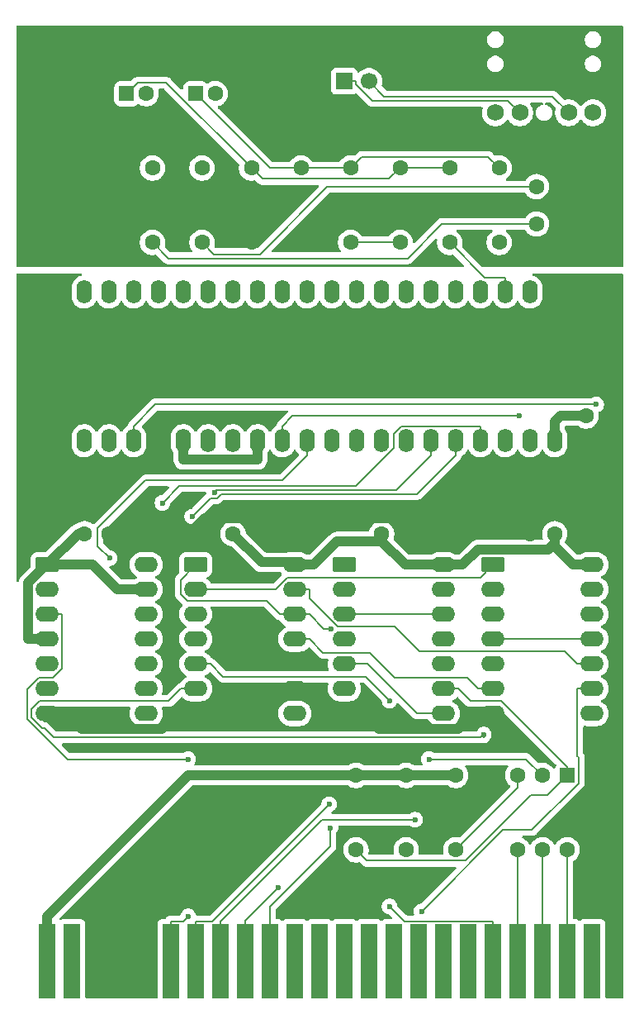
<source format=gbr>
%TF.GenerationSoftware,KiCad,Pcbnew,9.0.3*%
%TF.CreationDate,2025-08-15T16:43:44+01:00*%
%TF.ProjectId,JONZON-X-81,4a4f4e5a-4f4e-42d5-982d-38312e6b6963,1.0*%
%TF.SameCoordinates,Original*%
%TF.FileFunction,Copper,L2,Bot*%
%TF.FilePolarity,Positive*%
%FSLAX46Y46*%
G04 Gerber Fmt 4.6, Leading zero omitted, Abs format (unit mm)*
G04 Created by KiCad (PCBNEW 9.0.3) date 2025-08-15 16:43:44*
%MOMM*%
%LPD*%
G01*
G04 APERTURE LIST*
G04 Aperture macros list*
%AMRoundRect*
0 Rectangle with rounded corners*
0 $1 Rounding radius*
0 $2 $3 $4 $5 $6 $7 $8 $9 X,Y pos of 4 corners*
0 Add a 4 corners polygon primitive as box body*
4,1,4,$2,$3,$4,$5,$6,$7,$8,$9,$2,$3,0*
0 Add four circle primitives for the rounded corners*
1,1,$1+$1,$2,$3*
1,1,$1+$1,$4,$5*
1,1,$1+$1,$6,$7*
1,1,$1+$1,$8,$9*
0 Add four rect primitives between the rounded corners*
20,1,$1+$1,$2,$3,$4,$5,0*
20,1,$1+$1,$4,$5,$6,$7,0*
20,1,$1+$1,$6,$7,$8,$9,0*
20,1,$1+$1,$8,$9,$2,$3,0*%
G04 Aperture macros list end*
%TA.AperFunction,ComponentPad*%
%ADD10C,1.600000*%
%TD*%
%TA.AperFunction,ComponentPad*%
%ADD11RoundRect,0.250000X-0.550000X0.950000X-0.550000X-0.950000X0.550000X-0.950000X0.550000X0.950000X0*%
%TD*%
%TA.AperFunction,ComponentPad*%
%ADD12O,1.600000X2.400000*%
%TD*%
%TA.AperFunction,ConnectorPad*%
%ADD13R,1.778000X7.620000*%
%TD*%
%TA.AperFunction,ComponentPad*%
%ADD14RoundRect,0.250000X-0.550000X0.550000X-0.550000X-0.550000X0.550000X-0.550000X0.550000X0.550000X0*%
%TD*%
%TA.AperFunction,ComponentPad*%
%ADD15R,1.700000X1.700000*%
%TD*%
%TA.AperFunction,ComponentPad*%
%ADD16C,1.700000*%
%TD*%
%TA.AperFunction,ComponentPad*%
%ADD17RoundRect,0.250000X-0.550000X-0.550000X0.550000X-0.550000X0.550000X0.550000X-0.550000X0.550000X0*%
%TD*%
%TA.AperFunction,ComponentPad*%
%ADD18C,1.752600*%
%TD*%
%TA.AperFunction,ComponentPad*%
%ADD19RoundRect,0.250000X-0.950000X-0.550000X0.950000X-0.550000X0.950000X0.550000X-0.950000X0.550000X0*%
%TD*%
%TA.AperFunction,ComponentPad*%
%ADD20O,2.400000X1.600000*%
%TD*%
%TA.AperFunction,ViaPad*%
%ADD21C,0.600000*%
%TD*%
%TA.AperFunction,ViaPad*%
%ADD22C,0.800000*%
%TD*%
%TA.AperFunction,Conductor*%
%ADD23C,0.200000*%
%TD*%
%TA.AperFunction,Conductor*%
%ADD24C,1.000000*%
%TD*%
G04 APERTURE END LIST*
D10*
%TO.P,C5,1*%
%TO.N,VCC*%
X59710000Y-100965000D03*
%TO.P,C5,2*%
%TO.N,GND*%
X62210000Y-100965000D03*
%TD*%
%TO.P,R4,1*%
%TO.N,/OUTA*%
X102235000Y-71120000D03*
%TO.P,R4,2*%
%TO.N,Net-(C1-Pad1)*%
X102235000Y-63500000D03*
%TD*%
D11*
%TO.P,U1,1,GND*%
%TO.N,GND*%
X107940000Y-76200000D03*
D12*
%TO.P,U1,2,NC2*%
%TO.N,unconnected-(U1-NC2-Pad2)*%
X105400000Y-76200000D03*
%TO.P,U1,3,OUTB*%
%TO.N,/OUTB*%
X102860000Y-76200000D03*
%TO.P,U1,4,OUTA*%
%TO.N,/OUTA*%
X100320000Y-76200000D03*
%TO.P,U1,5,NC5*%
%TO.N,unconnected-(U1-NC5-Pad5)*%
X97780000Y-76200000D03*
%TO.P,U1,6,IOB7*%
%TO.N,unconnected-(U1-IOB7-Pad6)*%
X95240000Y-76200000D03*
%TO.P,U1,7,IOB6*%
%TO.N,unconnected-(U1-IOB6-Pad7)*%
X92700000Y-76200000D03*
%TO.P,U1,8,IOB5*%
%TO.N,unconnected-(U1-IOB5-Pad8)*%
X90160000Y-76200000D03*
%TO.P,U1,9,IOB4*%
%TO.N,unconnected-(U1-IOB4-Pad9)*%
X87620000Y-76200000D03*
%TO.P,U1,10,IOB3*%
%TO.N,unconnected-(U1-IOB3-Pad10)*%
X85080000Y-76200000D03*
%TO.P,U1,11,IOB2*%
%TO.N,unconnected-(U1-IOB2-Pad11)*%
X82540000Y-76200000D03*
%TO.P,U1,12,IOB1*%
%TO.N,unconnected-(U1-IOB1-Pad12)*%
X80000000Y-76200000D03*
%TO.P,U1,13,IOB0*%
%TO.N,unconnected-(U1-IOB0-Pad13)*%
X77460000Y-76200000D03*
%TO.P,U1,14,IOA7*%
%TO.N,unconnected-(U1-IOA7-Pad14)*%
X74920000Y-76200000D03*
%TO.P,U1,15,IOA6*%
%TO.N,unconnected-(U1-IOA6-Pad15)*%
X72380000Y-76200000D03*
%TO.P,U1,16,IOA5*%
%TO.N,unconnected-(U1-IOA5-Pad16)*%
X69840000Y-76200000D03*
%TO.P,U1,17,IOA4*%
%TO.N,unconnected-(U1-IOA4-Pad17)*%
X67300000Y-76200000D03*
%TO.P,U1,18,IOA3*%
%TO.N,unconnected-(U1-IOA3-Pad18)*%
X64760000Y-76200000D03*
%TO.P,U1,19,IOA2*%
%TO.N,unconnected-(U1-IOA2-Pad19)*%
X62220000Y-76200000D03*
%TO.P,U1,20,IOA1*%
%TO.N,unconnected-(U1-IOA1-Pad20)*%
X59680000Y-76200000D03*
%TO.P,U1,21,IOA0*%
%TO.N,unconnected-(U1-IOA0-Pad21)*%
X59680000Y-91440000D03*
%TO.P,U1,22,CLOCK*%
%TO.N,/PSGCLK*%
X62220000Y-91440000D03*
%TO.P,U1,23,RESET*%
%TO.N,/~{RESET}*%
X64760000Y-91440000D03*
%TO.P,U1,24,A9*%
%TO.N,GND*%
X67300000Y-91440000D03*
%TO.P,U1,25,A8*%
%TO.N,VCC*%
X69840000Y-91440000D03*
%TO.P,U1,26,TEST2*%
%TO.N,unconnected-(U1-TEST2-Pad26)*%
X72380000Y-91440000D03*
%TO.P,U1,27,BDIR*%
%TO.N,/BDIR*%
X74920000Y-91440000D03*
%TO.P,U1,28,BC2*%
%TO.N,VCC*%
X77460000Y-91440000D03*
%TO.P,U1,29,BC1*%
%TO.N,/BC1*%
X80000000Y-91440000D03*
%TO.P,U1,30,D7*%
%TO.N,/D7*%
X82540000Y-91440000D03*
%TO.P,U1,31,D6*%
%TO.N,/D6*%
X85080000Y-91440000D03*
%TO.P,U1,32,D5*%
%TO.N,/D5*%
X87620000Y-91440000D03*
%TO.P,U1,33,D4*%
%TO.N,/D4*%
X90160000Y-91440000D03*
%TO.P,U1,34,D3*%
%TO.N,/D3*%
X92700000Y-91440000D03*
%TO.P,U1,35,D2*%
%TO.N,/D2*%
X95240000Y-91440000D03*
%TO.P,U1,36,D1*%
%TO.N,/D1*%
X97780000Y-91440000D03*
%TO.P,U1,37,D0*%
%TO.N,/D0*%
X100320000Y-91440000D03*
%TO.P,U1,38,OUTC*%
%TO.N,/OUTC*%
X102860000Y-91440000D03*
%TO.P,U1,39,TEST1*%
%TO.N,unconnected-(U1-TEST1-Pad39)*%
X105400000Y-91440000D03*
%TO.P,U1,40,VCC*%
%TO.N,VCC*%
X107940000Y-91440000D03*
%TD*%
D10*
%TO.P,R11,1*%
%TO.N,Net-(C2-Pad2)*%
X66675000Y-63500000D03*
%TO.P,R11,2*%
%TO.N,Net-(CO3-Pin_1)*%
X66675000Y-71120000D03*
%TD*%
%TO.P,C3,1*%
%TO.N,Net-(CO3-Pin_2)*%
X106065000Y-65405000D03*
%TO.P,C3,2*%
%TO.N,GND_AUDIO*%
X108565000Y-65405000D03*
%TD*%
%TO.P,R3,1*%
%TO.N,VCC*%
X87555000Y-125730000D03*
%TO.P,R3,2*%
%TO.N,Net-(R3-Pad2)*%
X87555000Y-133350000D03*
%TD*%
%TO.P,C6,1*%
%TO.N,VCC*%
X74950000Y-100965000D03*
%TO.P,C6,2*%
%TO.N,GND*%
X77450000Y-100965000D03*
%TD*%
D13*
%TO.P,CO1,A3,+5Vcc*%
%TO.N,VCC*%
X55874982Y-144780000D03*
%TO.P,CO1,A4,+9Vcc*%
%TO.N,unconnected-(CO1-+9Vcc-PadA4)*%
X58414982Y-144780000D03*
%TO.P,CO1,A6,GND*%
%TO.N,GND*%
X63494982Y-144780000D03*
%TO.P,CO1,A7,GND*%
X66034982Y-144780000D03*
%TO.P,CO1,A8,CLK*%
%TO.N,/CLK*%
X68574982Y-144780000D03*
%TO.P,CO1,A9,A0*%
%TO.N,/A0*%
X71114982Y-144780000D03*
%TO.P,CO1,A10,A1*%
%TO.N,/A1*%
X73654982Y-144780000D03*
%TO.P,CO1,A11,A2*%
%TO.N,/A2*%
X76194982Y-144780000D03*
%TO.P,CO1,A12,A3*%
%TO.N,/A3*%
X78734982Y-144780000D03*
%TO.P,CO1,A13,A15*%
%TO.N,unconnected-(CO1-A15-PadA13)*%
X81274982Y-144780000D03*
%TO.P,CO1,A14,A14*%
%TO.N,unconnected-(CO1-PadA14)*%
X83814982Y-144780000D03*
%TO.P,CO1,A15,A13*%
%TO.N,unconnected-(CO1-A13-PadA15)*%
X86354982Y-144780000D03*
%TO.P,CO1,A16,A12*%
%TO.N,unconnected-(CO1-A12-PadA16)*%
X88894982Y-144780000D03*
%TO.P,CO1,A17,A11*%
%TO.N,unconnected-(CO1-A11-PadA17)*%
X91434982Y-144780000D03*
%TO.P,CO1,A18,A10*%
%TO.N,unconnected-(CO1-A10-PadA18)*%
X93974982Y-144780000D03*
%TO.P,CO1,A19,A9*%
%TO.N,unconnected-(CO1-A9-PadA19)*%
X96514982Y-144780000D03*
%TO.P,CO1,A20,A8*%
%TO.N,unconnected-(CO1-A8-PadA20)*%
X99054982Y-144780000D03*
%TO.P,CO1,A21,A7*%
%TO.N,/A7*%
X101594982Y-144780000D03*
%TO.P,CO1,A22,A6*%
%TO.N,/A6*%
X104134982Y-144780000D03*
%TO.P,CO1,A23,A5*%
%TO.N,/A5*%
X106674982Y-144780000D03*
%TO.P,CO1,A24,A4*%
%TO.N,/A4*%
X109214982Y-144780000D03*
%TO.P,CO1,A25,~{ROMCS}*%
%TO.N,unconnected-(CO1-~{ROMCS}-PadA25)*%
X111754982Y-144780000D03*
%TD*%
D10*
%TO.P,R1,1*%
%TO.N,VCC*%
X97785000Y-125730000D03*
%TO.P,R1,2*%
%TO.N,Net-(R1-Pad2)*%
X97785000Y-133350000D03*
%TD*%
D14*
%TO.P,SW1,1*%
%TO.N,Net-(R3-Pad2)*%
X109220000Y-125730000D03*
D10*
%TO.P,SW1,2*%
%TO.N,Net-(R2-Pad2)*%
X106680000Y-125730000D03*
%TO.P,SW1,3*%
%TO.N,Net-(R1-Pad2)*%
X104140000Y-125730000D03*
%TO.P,SW1,4*%
%TO.N,/A6*%
X104140000Y-133350000D03*
%TO.P,SW1,5*%
%TO.N,/A5*%
X106680000Y-133350000D03*
%TO.P,SW1,6*%
%TO.N,/A4*%
X109220000Y-133350000D03*
%TD*%
%TO.P,R8,1*%
%TO.N,Net-(C1-Pad1)*%
X81915000Y-63500000D03*
%TO.P,R8,2*%
%TO.N,GND_AUDIO*%
X81915000Y-71120000D03*
%TD*%
%TO.P,R2,1*%
%TO.N,VCC*%
X92705000Y-125730000D03*
%TO.P,R2,2*%
%TO.N,Net-(R2-Pad2)*%
X92705000Y-133350000D03*
%TD*%
%TO.P,R12,1*%
%TO.N,GND*%
X55880000Y-76200000D03*
%TO.P,R12,2*%
%TO.N,GND_AUDIO*%
X55880000Y-68580000D03*
%TD*%
D15*
%TO.P,CO3,1,Pin_1*%
%TO.N,Net-(CO3-Pin_1)*%
X86355000Y-54610000D03*
D16*
%TO.P,CO3,2,Pin_2*%
%TO.N,Net-(CO3-Pin_2)*%
X88895000Y-54610000D03*
%TO.P,CO3,3,Pin_3*%
%TO.N,GND_AUDIO*%
X91435000Y-54610000D03*
%TD*%
D10*
%TO.P,C4,1*%
%TO.N,Net-(CO3-Pin_1)*%
X106065000Y-69215000D03*
%TO.P,C4,2*%
%TO.N,GND_AUDIO*%
X108565000Y-69215000D03*
%TD*%
D17*
%TO.P,C2,1*%
%TO.N,Net-(C2-Pad1)*%
X64035000Y-55880000D03*
D10*
%TO.P,C2,2*%
%TO.N,Net-(C2-Pad2)*%
X66035000Y-55880000D03*
%TD*%
%TO.P,R7,1*%
%TO.N,Net-(C1-Pad1)*%
X86995000Y-63500000D03*
%TO.P,R7,2*%
%TO.N,/OUTC*%
X86995000Y-71120000D03*
%TD*%
%TO.P,R5,1*%
%TO.N,/OUTB*%
X97155000Y-71120000D03*
%TO.P,R5,2*%
%TO.N,Net-(C2-Pad1)*%
X97155000Y-63500000D03*
%TD*%
D18*
%TO.P,CO2,1,1*%
%TO.N,unconnected-(CO2-Pad1)*%
X111845100Y-57840000D03*
%TO.P,CO2,2,2*%
%TO.N,Net-(CO3-Pin_2)*%
X109345100Y-57840000D03*
%TO.P,CO2,3,3*%
%TO.N,Net-(CO3-Pin_1)*%
X104345100Y-57840000D03*
%TO.P,CO2,4,4*%
%TO.N,unconnected-(CO2-Pad4)*%
X101845100Y-57840000D03*
%TO.P,CO2,5,5*%
%TO.N,GND_AUDIO*%
X106845100Y-52840000D03*
%TD*%
D19*
%TO.P,U4,1*%
%TO.N,/A3*%
X86360000Y-104140000D03*
D20*
%TO.P,U4,2*%
%TO.N,/A2*%
X86360000Y-106680000D03*
%TO.P,U4,3*%
%TO.N,Net-(U4-Pad12)*%
X86360000Y-109220000D03*
%TO.P,U4,4*%
%TO.N,/A0*%
X86360000Y-111760000D03*
%TO.P,U4,5*%
%TO.N,Net-(U4-Pad5)*%
X86360000Y-114300000D03*
%TO.P,U4,6*%
%TO.N,/VALID*%
X86360000Y-116840000D03*
%TO.P,U4,7,GND*%
%TO.N,GND*%
X86360000Y-119380000D03*
%TO.P,U4,8*%
%TO.N,Net-(U4-Pad5)*%
X96520000Y-119380000D03*
%TO.P,U4,9*%
%TO.N,Net-(R3-Pad2)*%
X96520000Y-116840000D03*
%TO.P,U4,10*%
%TO.N,Net-(R2-Pad2)*%
X96520000Y-114300000D03*
%TO.P,U4,11*%
%TO.N,Net-(R1-Pad2)*%
X96520000Y-111760000D03*
%TO.P,U4,12*%
%TO.N,Net-(U4-Pad12)*%
X96520000Y-109220000D03*
%TO.P,U4,13*%
%TO.N,/A1*%
X96520000Y-106680000D03*
%TO.P,U4,14,VCC*%
%TO.N,VCC*%
X96520000Y-104140000D03*
%TD*%
D19*
%TO.P,U5,1*%
%TO.N,/IOWR*%
X101600000Y-104140000D03*
D20*
%TO.P,U5,2*%
%TO.N,/~{IOREQ}*%
X101600000Y-106680000D03*
%TO.P,U5,3*%
%TO.N,/~{WR}*%
X101600000Y-109220000D03*
%TO.P,U5,4*%
%TO.N,Net-(U5-Pad11)*%
X101600000Y-111760000D03*
%TO.P,U5,5*%
%TO.N,Net-(U3-Pad6)*%
X101600000Y-114300000D03*
%TO.P,U5,6*%
%TO.N,Net-(U3-Pad11)*%
X101600000Y-116840000D03*
%TO.P,U5,7,GND*%
%TO.N,GND*%
X101600000Y-119380000D03*
%TO.P,U5,8*%
%TO.N,/~{IOREQ}*%
X111760000Y-119380000D03*
%TO.P,U5,9*%
%TO.N,/~{RD}*%
X111760000Y-116840000D03*
%TO.P,U5,10*%
%TO.N,/IORD*%
X111760000Y-114300000D03*
%TO.P,U5,11*%
%TO.N,Net-(U5-Pad11)*%
X111760000Y-111760000D03*
%TO.P,U5,12*%
X111760000Y-109220000D03*
%TO.P,U5,13*%
%TO.N,/BC1*%
X111760000Y-106680000D03*
%TO.P,U5,14,VCC*%
%TO.N,VCC*%
X111760000Y-104140000D03*
%TD*%
D17*
%TO.P,C1,1*%
%TO.N,Net-(C1-Pad1)*%
X71115000Y-55880000D03*
D10*
%TO.P,C1,2*%
%TO.N,Net-(C1-Pad2)*%
X73115000Y-55880000D03*
%TD*%
%TO.P,R6,1*%
%TO.N,Net-(C2-Pad1)*%
X92075000Y-63500000D03*
%TO.P,R6,2*%
%TO.N,/OUTC*%
X92075000Y-71120000D03*
%TD*%
%TO.P,C9,1*%
%TO.N,VCC*%
X111125000Y-88900000D03*
%TO.P,C9,2*%
%TO.N,GND*%
X111125000Y-91400000D03*
%TD*%
D19*
%TO.P,U3,1*%
%TO.N,/VALID*%
X71120000Y-104140000D03*
D20*
%TO.P,U3,2*%
%TO.N,/IOWR*%
X71120000Y-106680000D03*
%TO.P,U3,3*%
%TO.N,/BDIR*%
X71120000Y-109220000D03*
%TO.P,U3,4*%
X71120000Y-111760000D03*
%TO.P,U3,5*%
%TO.N,/A7*%
X71120000Y-114300000D03*
%TO.P,U3,6*%
%TO.N,Net-(U3-Pad6)*%
X71120000Y-116840000D03*
%TO.P,U3,7,GND*%
%TO.N,GND*%
X71120000Y-119380000D03*
%TO.P,U3,8*%
%TO.N,unconnected-(U3-Pad8)*%
X81280000Y-119380000D03*
%TO.P,U3,9*%
%TO.N,GND*%
X81280000Y-116840000D03*
%TO.P,U3,10*%
X81280000Y-114300000D03*
%TO.P,U3,11*%
%TO.N,Net-(U3-Pad11)*%
X81280000Y-111760000D03*
%TO.P,U3,12*%
%TO.N,/VALID*%
X81280000Y-109220000D03*
%TO.P,U3,13*%
%TO.N,/IORD*%
X81280000Y-106680000D03*
%TO.P,U3,14,VCC*%
%TO.N,VCC*%
X81280000Y-104140000D03*
%TD*%
D19*
%TO.P,U2,1,~{R}*%
%TO.N,VCC*%
X55880000Y-104140000D03*
D20*
%TO.P,U2,2,D*%
%TO.N,Net-(U2A-D)*%
X55880000Y-106680000D03*
%TO.P,U2,3,C*%
%TO.N,/CLK*%
X55880000Y-109220000D03*
%TO.P,U2,4,~{S}*%
%TO.N,VCC*%
X55880000Y-111760000D03*
%TO.P,U2,5,Q*%
%TO.N,/PSGCLK*%
X55880000Y-114300000D03*
%TO.P,U2,6,~{Q}*%
%TO.N,Net-(U2A-D)*%
X55880000Y-116840000D03*
%TO.P,U2,7,GND*%
%TO.N,GND*%
X55880000Y-119380000D03*
%TO.P,U2,8,~{Q}*%
%TO.N,unconnected-(U2B-~{Q}-Pad8)*%
X66040000Y-119380000D03*
%TO.P,U2,9,Q*%
%TO.N,unconnected-(U2B-Q-Pad9)*%
X66040000Y-116840000D03*
%TO.P,U2,10,~{S}*%
%TO.N,VCC*%
X66040000Y-114300000D03*
%TO.P,U2,11,C*%
X66040000Y-111760000D03*
%TO.P,U2,12,D*%
X66040000Y-109220000D03*
%TO.P,U2,13,~{R}*%
X66040000Y-106680000D03*
%TO.P,U2,14,VCC*%
X66040000Y-104140000D03*
%TD*%
D10*
%TO.P,R10,1*%
%TO.N,Net-(C1-Pad2)*%
X71755000Y-63500000D03*
%TO.P,R10,2*%
%TO.N,Net-(CO3-Pin_2)*%
X71755000Y-71120000D03*
%TD*%
%TO.P,C7,1*%
%TO.N,VCC*%
X90190000Y-100965000D03*
%TO.P,C7,2*%
%TO.N,GND*%
X92690000Y-100965000D03*
%TD*%
%TO.P,C8,1*%
%TO.N,VCC*%
X107930000Y-100965000D03*
%TO.P,C8,2*%
%TO.N,GND*%
X105430000Y-100965000D03*
%TD*%
%TO.P,R9,1*%
%TO.N,Net-(C2-Pad1)*%
X76835000Y-63500000D03*
%TO.P,R9,2*%
%TO.N,GND_AUDIO*%
X76835000Y-71120000D03*
%TD*%
D21*
%TO.N,Net-(U3-Pad6)*%
X100655400Y-121534200D03*
%TO.N,/VALID*%
X84989200Y-110688100D03*
%TO.N,/BC1*%
X104298300Y-88912400D03*
%TO.N,Net-(R2-Pad2)*%
X95029100Y-124059200D03*
%TO.N,/D1*%
X70748100Y-99201200D03*
%TO.N,/D0*%
X67697700Y-97805700D03*
%TO.N,/A0*%
X84808300Y-128666300D03*
%TO.N,/A1*%
X93605800Y-130255900D03*
%TO.N,/A2*%
X79610300Y-137184000D03*
%TO.N,/~{RD}*%
X94269500Y-139645900D03*
%TO.N,/A3*%
X84919900Y-131107400D03*
%TO.N,/A7*%
X90995300Y-139138800D03*
X90995300Y-118043500D03*
%TO.N,/~{RESET}*%
X112183700Y-87728700D03*
%TO.N,/D7*%
X62295600Y-103452100D03*
%TO.N,/D2*%
X73042300Y-96706100D03*
%TO.N,/CLK*%
X70347100Y-140159000D03*
X70347100Y-124059200D03*
D22*
%TO.N,GND*%
X69179100Y-136314200D03*
%TD*%
D23*
%TO.N,/A7*%
X88553300Y-115601500D02*
X90995300Y-118043500D01*
X88553300Y-115601500D02*
X73923200Y-115601500D01*
X72621700Y-114300000D02*
X71120000Y-114300000D01*
X73923200Y-115601500D02*
X72621700Y-114300000D01*
D24*
%TO.N,GND_AUDIO*%
X105075100Y-54610000D02*
X106845100Y-52840000D01*
X91435000Y-54610000D02*
X105075100Y-54610000D01*
X74295000Y-68580000D02*
X76835000Y-71120000D01*
X55880000Y-68580000D02*
X74295000Y-68580000D01*
X85564600Y-67470400D02*
X81915000Y-71120000D01*
X106499600Y-67470400D02*
X85564600Y-67470400D01*
X108565000Y-65405000D02*
X106499600Y-67470400D01*
D23*
%TO.N,Net-(U5-Pad11)*%
X111760000Y-111760000D02*
X101600000Y-111760000D01*
%TO.N,Net-(U4-Pad5)*%
X93819000Y-119380000D02*
X96520000Y-119380000D01*
X88739000Y-114300000D02*
X93819000Y-119380000D01*
X86360000Y-114300000D02*
X88739000Y-114300000D01*
%TO.N,Net-(U4-Pad12)*%
X86360000Y-109220000D02*
X96520000Y-109220000D01*
%TO.N,Net-(U3-Pad11)*%
X101600000Y-116840000D02*
X100098300Y-116840000D01*
X81280000Y-111760000D02*
X82781700Y-111760000D01*
X84176500Y-113154800D02*
X82781700Y-111760000D01*
X88944600Y-113154800D02*
X84176500Y-113154800D01*
X91526600Y-115736800D02*
X88944600Y-113154800D01*
X98995100Y-115736800D02*
X91526600Y-115736800D01*
X100098300Y-116840000D02*
X98995100Y-115736800D01*
%TO.N,Net-(U3-Pad6)*%
X68348300Y-118110000D02*
X69618300Y-116840000D01*
X55101000Y-118110000D02*
X68348300Y-118110000D01*
X54275500Y-118935500D02*
X55101000Y-118110000D01*
X54275500Y-119804400D02*
X54275500Y-118935500D01*
X55340500Y-120869400D02*
X54275500Y-119804400D01*
X55626000Y-120869400D02*
X55340500Y-120869400D01*
X56587600Y-121831000D02*
X55626000Y-120869400D01*
X100358600Y-121831000D02*
X56587600Y-121831000D01*
X100655400Y-121534200D02*
X100358600Y-121831000D01*
X100655400Y-121534200D02*
X100655400Y-121831000D01*
X100655400Y-121831000D02*
X100655400Y-121534200D01*
X71120000Y-116840000D02*
X69618300Y-116840000D01*
%TO.N,/IOWR*%
X79304200Y-106680000D02*
X71120000Y-106680000D01*
X80538900Y-105445300D02*
X79304200Y-106680000D01*
X100294700Y-105445300D02*
X80538900Y-105445300D01*
X101600000Y-104140000D02*
X100294700Y-105445300D01*
%TO.N,/IORD*%
X81280000Y-106680000D02*
X82781700Y-106680000D01*
X111760000Y-114300000D02*
X110258300Y-114300000D01*
X82781700Y-107618600D02*
X82781700Y-106680000D01*
X85653100Y-110490000D02*
X82781700Y-107618600D01*
X91534000Y-110490000D02*
X85653100Y-110490000D01*
X94074000Y-113030000D02*
X91534000Y-110490000D01*
X108988300Y-113030000D02*
X94074000Y-113030000D01*
X110258300Y-114300000D02*
X108988300Y-113030000D01*
%TO.N,/VALID*%
X78374500Y-107816200D02*
X79778300Y-109220000D01*
X70240800Y-107816200D02*
X78374500Y-107816200D01*
X69570200Y-107145600D02*
X70240800Y-107816200D01*
X69570200Y-105689800D02*
X69570200Y-107145600D01*
X71120000Y-104140000D02*
X69570200Y-105689800D01*
X81280000Y-109220000D02*
X79778300Y-109220000D01*
X84249800Y-110688100D02*
X82781700Y-109220000D01*
X84989200Y-110688100D02*
X84249800Y-110688100D01*
X81280000Y-109220000D02*
X82781700Y-109220000D01*
%TO.N,/BC1*%
X81025900Y-88912400D02*
X80000000Y-89938300D01*
X104298300Y-88912400D02*
X81025900Y-88912400D01*
X80000000Y-91440000D02*
X80000000Y-89938300D01*
%TO.N,/OUTC*%
X86995000Y-71120000D02*
X92075000Y-71120000D01*
%TO.N,/OUTB*%
X100733300Y-74698300D02*
X97155000Y-71120000D01*
X102860000Y-74698300D02*
X100733300Y-74698300D01*
X102860000Y-76200000D02*
X102860000Y-74698300D01*
%TO.N,Net-(R3-Pad2)*%
X96520000Y-116840000D02*
X98021700Y-116840000D01*
X109220000Y-124896600D02*
X109220000Y-125730000D01*
X102423900Y-118100500D02*
X109220000Y-124896600D01*
X99282200Y-118100500D02*
X102423900Y-118100500D01*
X98021700Y-116840000D02*
X99282200Y-118100500D01*
X88664500Y-134459500D02*
X87555000Y-133350000D01*
X98760900Y-134459500D02*
X88664500Y-134459500D01*
X105473400Y-127747000D02*
X98760900Y-134459500D01*
X107203000Y-127747000D02*
X105473400Y-127747000D01*
X109220000Y-125730000D02*
X107203000Y-127747000D01*
%TO.N,Net-(R2-Pad2)*%
X105009200Y-124059200D02*
X106680000Y-125730000D01*
X95029100Y-124059200D02*
X105009200Y-124059200D01*
%TO.N,Net-(R1-Pad2)*%
X104140000Y-126995000D02*
X97785000Y-133350000D01*
X104140000Y-125730000D02*
X104140000Y-126995000D01*
%TO.N,/D1*%
X97780000Y-91440000D02*
X97780000Y-92941700D01*
X93814700Y-96907000D02*
X97780000Y-92941700D01*
X73692200Y-96907000D02*
X93814700Y-96907000D01*
X73692200Y-96907100D02*
X73692200Y-96907000D01*
X73291500Y-97307800D02*
X73692200Y-96907100D01*
X72641500Y-97307800D02*
X73291500Y-97307800D01*
X70748100Y-99201200D02*
X72641500Y-97307800D01*
%TO.N,/D0*%
X100320000Y-91440000D02*
X100320000Y-89938300D01*
X69399800Y-96103600D02*
X67697700Y-97805700D01*
X87495100Y-96103600D02*
X69399800Y-96103600D01*
X91430000Y-92168700D02*
X87495100Y-96103600D01*
X91430000Y-90732100D02*
X91430000Y-92168700D01*
X92223800Y-89938300D02*
X91430000Y-90732100D01*
X100320000Y-89938300D02*
X92223800Y-89938300D01*
%TO.N,/A0*%
X72806300Y-140668300D02*
X84808300Y-128666300D01*
X71115000Y-140668300D02*
X72806300Y-140668300D01*
X71115000Y-144780000D02*
X71115000Y-140668300D01*
%TO.N,/A1*%
X84067400Y-130255900D02*
X93605800Y-130255900D01*
X73655000Y-140668300D02*
X84067400Y-130255900D01*
X73655000Y-144780000D02*
X73655000Y-140668300D01*
%TO.N,/A2*%
X76195000Y-140599300D02*
X79610300Y-137184000D01*
X76195000Y-144780000D02*
X76195000Y-140599300D01*
%TO.N,/A6*%
X104135000Y-133355000D02*
X104135000Y-144780000D01*
X104140000Y-133350000D02*
X104135000Y-133355000D01*
%TO.N,/~{RD}*%
X102604700Y-131310700D02*
X94269500Y-139645900D01*
X105587400Y-131310700D02*
X102604700Y-131310700D01*
X110386100Y-126512000D02*
X105587400Y-131310700D01*
X110386100Y-123869200D02*
X110386100Y-126512000D01*
X110258300Y-123741400D02*
X110386100Y-123869200D01*
X110258300Y-116840000D02*
X110258300Y-123741400D01*
X111760000Y-116840000D02*
X110258300Y-116840000D01*
%TO.N,/A3*%
X84919900Y-132978900D02*
X84919900Y-131107400D01*
X78735000Y-139163800D02*
X84919900Y-132978900D01*
X78735000Y-144780000D02*
X78735000Y-139163800D01*
%TO.N,/A4*%
X109215000Y-133355000D02*
X109215000Y-144780000D01*
X109220000Y-133350000D02*
X109215000Y-133355000D01*
%TO.N,/A7*%
X92524800Y-140668300D02*
X90995300Y-139138800D01*
X101595000Y-140668300D02*
X92524800Y-140668300D01*
X101595000Y-144780000D02*
X101595000Y-140668300D01*
%TO.N,/~{RESET}*%
X66969600Y-87728700D02*
X64760000Y-89938300D01*
X112183700Y-87728700D02*
X66969600Y-87728700D01*
X64760000Y-91440000D02*
X64760000Y-89938300D01*
%TO.N,/A5*%
X106675000Y-133355000D02*
X106680000Y-133350000D01*
X106675000Y-144780000D02*
X106675000Y-133355000D01*
%TO.N,Net-(CO3-Pin_1)*%
X86355000Y-54610000D02*
X87506700Y-54610000D01*
X103140000Y-56634900D02*
X104345100Y-57840000D01*
X89243700Y-56634900D02*
X103140000Y-56634900D01*
X87506700Y-54897900D02*
X89243700Y-56634900D01*
X87506700Y-54610000D02*
X87506700Y-54897900D01*
X68302200Y-72747200D02*
X66675000Y-71120000D01*
X92826700Y-72747200D02*
X68302200Y-72747200D01*
X96358900Y-69215000D02*
X92826700Y-72747200D01*
X106065000Y-69215000D02*
X96358900Y-69215000D01*
%TO.N,Net-(CO3-Pin_2)*%
X107670500Y-56165400D02*
X109345100Y-57840000D01*
X90450400Y-56165400D02*
X107670500Y-56165400D01*
X88895000Y-54610000D02*
X90450400Y-56165400D01*
X84595700Y-65405000D02*
X106065000Y-65405000D01*
X77677400Y-72323300D02*
X84595700Y-65405000D01*
X72958300Y-72323300D02*
X77677400Y-72323300D01*
X71755000Y-71120000D02*
X72958300Y-72323300D01*
%TO.N,/D7*%
X61058300Y-102214800D02*
X62295600Y-103452100D01*
X61058300Y-100428800D02*
X61058300Y-102214800D01*
X65980600Y-95506500D02*
X61058300Y-100428800D01*
X79975200Y-95506500D02*
X65980600Y-95506500D01*
X82540000Y-92941700D02*
X79975200Y-95506500D01*
X82540000Y-91440000D02*
X82540000Y-92941700D01*
%TO.N,/D2*%
X91676400Y-96505300D02*
X95240000Y-92941700D01*
X73243100Y-96505300D02*
X91676400Y-96505300D01*
X73042300Y-96706100D02*
X73243100Y-96505300D01*
X95240000Y-91440000D02*
X95240000Y-92941700D01*
%TO.N,/CLK*%
X55880000Y-109220000D02*
X57381700Y-109220000D01*
X69837800Y-140668300D02*
X70347100Y-140159000D01*
X68575000Y-140668300D02*
X69837800Y-140668300D01*
X68575000Y-144780000D02*
X68575000Y-140668300D01*
X57962300Y-124059200D02*
X70347100Y-124059200D01*
X53873800Y-119970700D02*
X57962300Y-124059200D01*
X53873800Y-116865000D02*
X53873800Y-119970700D01*
X55040600Y-115698200D02*
X53873800Y-116865000D01*
X56492600Y-115698200D02*
X55040600Y-115698200D01*
X57432200Y-114758600D02*
X56492600Y-115698200D01*
X57432200Y-109270500D02*
X57432200Y-114758600D01*
X57381700Y-109220000D02*
X57432200Y-109270500D01*
D24*
%TO.N,VCC*%
X59055000Y-100965000D02*
X55880000Y-104140000D01*
X59710000Y-100965000D02*
X59055000Y-100965000D01*
X108528300Y-88900000D02*
X107940000Y-89488300D01*
X111125000Y-88900000D02*
X108528300Y-88900000D01*
X107940000Y-91440000D02*
X107940000Y-89488300D01*
X55880000Y-111760000D02*
X53928300Y-111760000D01*
X111760000Y-104140000D02*
X109808300Y-104140000D01*
X97785000Y-125730000D02*
X92705000Y-125730000D01*
X55794900Y-104140000D02*
X55880000Y-104140000D01*
X53928300Y-106006600D02*
X55794900Y-104140000D01*
X53928300Y-111760000D02*
X53928300Y-106006600D01*
X63073300Y-106680000D02*
X66040000Y-106680000D01*
X60533300Y-104140000D02*
X63073300Y-106680000D01*
X55880000Y-104140000D02*
X60533300Y-104140000D01*
X87555000Y-125730000D02*
X92705000Y-125730000D01*
X107744200Y-102075800D02*
X109808300Y-104140000D01*
X107930000Y-101890000D02*
X107744200Y-102075800D01*
X107930000Y-100965000D02*
X107930000Y-101890000D01*
X100024400Y-102587300D02*
X98471700Y-104140000D01*
X107232700Y-102587300D02*
X100024400Y-102587300D01*
X107744200Y-102075800D02*
X107232700Y-102587300D01*
X96520000Y-104140000D02*
X98471700Y-104140000D01*
X70363300Y-125730000D02*
X87555000Y-125730000D01*
X55875000Y-140218300D02*
X70363300Y-125730000D01*
X55875000Y-144780000D02*
X55875000Y-140218300D01*
X92577500Y-104140000D02*
X96520000Y-104140000D01*
X90190000Y-101752500D02*
X92577500Y-104140000D01*
X81280000Y-104140000D02*
X83231700Y-104140000D01*
X90190000Y-100965000D02*
X90190000Y-101752500D01*
X85619200Y-101752500D02*
X83231700Y-104140000D01*
X90190000Y-101752500D02*
X85619200Y-101752500D01*
X77460000Y-93391700D02*
X69840000Y-93391700D01*
X77460000Y-91440000D02*
X77460000Y-93391700D01*
X69840000Y-91440000D02*
X69840000Y-93391700D01*
X77876900Y-103891900D02*
X74950000Y-100965000D01*
X81031900Y-103891900D02*
X77876900Y-103891900D01*
X81280000Y-104140000D02*
X81031900Y-103891900D01*
%TO.N,GND*%
X79001700Y-99413300D02*
X77450000Y-100965000D01*
X91138300Y-99413300D02*
X79001700Y-99413300D01*
X92690000Y-100965000D02*
X91138300Y-99413300D01*
X67616600Y-120931700D02*
X69168300Y-119380000D01*
X59383400Y-120931700D02*
X67616600Y-120931700D01*
X57831700Y-119380000D02*
X59383400Y-120931700D01*
X55880000Y-119380000D02*
X57831700Y-119380000D01*
X71120000Y-119380000D02*
X69168300Y-119380000D01*
X101600000Y-119380000D02*
X99648300Y-119380000D01*
X86360000Y-119380000D02*
X88311700Y-119380000D01*
X84408300Y-118016600D02*
X84408300Y-119380000D01*
X83231700Y-116840000D02*
X84408300Y-118016600D01*
X86360000Y-119380000D02*
X84408300Y-119380000D01*
X75854500Y-99369500D02*
X77450000Y-100965000D01*
X72067100Y-99369500D02*
X75854500Y-99369500D01*
X70471600Y-100965000D02*
X72067100Y-99369500D01*
X62210000Y-100965000D02*
X70471600Y-100965000D01*
X82255900Y-116840000D02*
X83231700Y-116840000D01*
X82255900Y-116840000D02*
X81280000Y-116840000D01*
X89894400Y-120962700D02*
X88311700Y-119380000D01*
X98065600Y-120962700D02*
X89894400Y-120962700D01*
X99648300Y-119380000D02*
X98065600Y-120962700D01*
X105430000Y-100965000D02*
X92690000Y-100965000D01*
X111125000Y-95270000D02*
X105430000Y-100965000D01*
X111125000Y-91400000D02*
X111125000Y-95270000D01*
X66035000Y-144780000D02*
X63495000Y-144780000D01*
X66035000Y-139458300D02*
X69179100Y-136314200D01*
X66035000Y-144780000D02*
X66035000Y-139458300D01*
X78941500Y-116840000D02*
X81280000Y-116840000D01*
X76401500Y-119380000D02*
X78941500Y-116840000D01*
X71120000Y-119380000D02*
X76401500Y-119380000D01*
D23*
%TO.N,Net-(C2-Pad1)*%
X97155000Y-63500000D02*
X92075000Y-63500000D01*
X68098000Y-54763000D02*
X76835000Y-63500000D01*
X65152000Y-54763000D02*
X68098000Y-54763000D01*
X64035000Y-55880000D02*
X65152000Y-54763000D01*
X90963000Y-64612000D02*
X92075000Y-63500000D01*
X77947000Y-64612000D02*
X90963000Y-64612000D01*
X76835000Y-63500000D02*
X77947000Y-64612000D01*
%TO.N,Net-(C1-Pad1)*%
X81915000Y-63500000D02*
X86995000Y-63500000D01*
X101095200Y-62360200D02*
X102235000Y-63500000D01*
X88134800Y-62360200D02*
X101095200Y-62360200D01*
X86995000Y-63500000D02*
X88134800Y-62360200D01*
X78735000Y-63500000D02*
X81915000Y-63500000D01*
X71115000Y-55880000D02*
X78735000Y-63500000D01*
%TD*%
%TA.AperFunction,Conductor*%
%TO.N,GND_AUDIO*%
G36*
X114878039Y-48914685D02*
G01*
X114923794Y-48967489D01*
X114935000Y-49019000D01*
X114935000Y-73536000D01*
X114915315Y-73603039D01*
X114862511Y-73648794D01*
X114811000Y-73660000D01*
X100595597Y-73660000D01*
X100528558Y-73640315D01*
X100507916Y-73623681D01*
X98449077Y-71564842D01*
X98415592Y-71503519D01*
X98418828Y-71438841D01*
X98423477Y-71424534D01*
X98455500Y-71222352D01*
X98455500Y-71017648D01*
X98423477Y-70815466D01*
X98360220Y-70620781D01*
X98360218Y-70620778D01*
X98360218Y-70620776D01*
X98326503Y-70554607D01*
X98267287Y-70438390D01*
X98186567Y-70327287D01*
X98146971Y-70272786D01*
X98002219Y-70128034D01*
X98002211Y-70128028D01*
X97880799Y-70039818D01*
X97838134Y-69984489D01*
X97832155Y-69914875D01*
X97864760Y-69853080D01*
X97925599Y-69818723D01*
X97953685Y-69815500D01*
X101436315Y-69815500D01*
X101503354Y-69835185D01*
X101549109Y-69887989D01*
X101559053Y-69957147D01*
X101530028Y-70020703D01*
X101509200Y-70039819D01*
X101387780Y-70128034D01*
X101243028Y-70272786D01*
X101122715Y-70438386D01*
X101029781Y-70620776D01*
X100966522Y-70815465D01*
X100934500Y-71017648D01*
X100934500Y-71222351D01*
X100966522Y-71424534D01*
X101029781Y-71619223D01*
X101082332Y-71722358D01*
X101122712Y-71801609D01*
X101122715Y-71801613D01*
X101243028Y-71967213D01*
X101387786Y-72111971D01*
X101542749Y-72224556D01*
X101553390Y-72232287D01*
X101669607Y-72291503D01*
X101735776Y-72325218D01*
X101735778Y-72325218D01*
X101735781Y-72325220D01*
X101840137Y-72359127D01*
X101930465Y-72388477D01*
X102031557Y-72404488D01*
X102132648Y-72420500D01*
X102132649Y-72420500D01*
X102337351Y-72420500D01*
X102337352Y-72420500D01*
X102539534Y-72388477D01*
X102734219Y-72325220D01*
X102916610Y-72232287D01*
X103009590Y-72164732D01*
X103082213Y-72111971D01*
X103082215Y-72111968D01*
X103082219Y-72111966D01*
X103226966Y-71967219D01*
X103226968Y-71967215D01*
X103226971Y-71967213D01*
X103279732Y-71894590D01*
X103347287Y-71801610D01*
X103440220Y-71619219D01*
X103503477Y-71424534D01*
X103535500Y-71222352D01*
X103535500Y-71017648D01*
X103503477Y-70815466D01*
X103440220Y-70620781D01*
X103440218Y-70620778D01*
X103440218Y-70620776D01*
X103406503Y-70554607D01*
X103347287Y-70438390D01*
X103266567Y-70327287D01*
X103226971Y-70272786D01*
X103082219Y-70128034D01*
X103082211Y-70128028D01*
X102960799Y-70039818D01*
X102918134Y-69984489D01*
X102912155Y-69914875D01*
X102944760Y-69853080D01*
X103005599Y-69818723D01*
X103033685Y-69815500D01*
X104835398Y-69815500D01*
X104902437Y-69835185D01*
X104945883Y-69883205D01*
X104952715Y-69896614D01*
X105073028Y-70062213D01*
X105217786Y-70206971D01*
X105372749Y-70319556D01*
X105383390Y-70327287D01*
X105499607Y-70386503D01*
X105565776Y-70420218D01*
X105565778Y-70420218D01*
X105565781Y-70420220D01*
X105621703Y-70438390D01*
X105760465Y-70483477D01*
X105861557Y-70499488D01*
X105962648Y-70515500D01*
X105962649Y-70515500D01*
X106167351Y-70515500D01*
X106167352Y-70515500D01*
X106369534Y-70483477D01*
X106564219Y-70420220D01*
X106746610Y-70327287D01*
X106839590Y-70259732D01*
X106912213Y-70206971D01*
X106912215Y-70206968D01*
X106912219Y-70206966D01*
X107056966Y-70062219D01*
X107056968Y-70062215D01*
X107056971Y-70062213D01*
X107113440Y-69984489D01*
X107177287Y-69896610D01*
X107270220Y-69714219D01*
X107333477Y-69519534D01*
X107365500Y-69317352D01*
X107365500Y-69112648D01*
X107333477Y-68910466D01*
X107270220Y-68715781D01*
X107270218Y-68715778D01*
X107270218Y-68715776D01*
X107236503Y-68649607D01*
X107177287Y-68533390D01*
X107169556Y-68522749D01*
X107056971Y-68367786D01*
X106912213Y-68223028D01*
X106746613Y-68102715D01*
X106746612Y-68102714D01*
X106746610Y-68102713D01*
X106689653Y-68073691D01*
X106564223Y-68009781D01*
X106369534Y-67946522D01*
X106194995Y-67918878D01*
X106167352Y-67914500D01*
X105962648Y-67914500D01*
X105938329Y-67918351D01*
X105760465Y-67946522D01*
X105565776Y-68009781D01*
X105383386Y-68102715D01*
X105217786Y-68223028D01*
X105073028Y-68367786D01*
X104952715Y-68533385D01*
X104945883Y-68546795D01*
X104897909Y-68597591D01*
X104835398Y-68614500D01*
X96437957Y-68614500D01*
X96279843Y-68614500D01*
X96127115Y-68655423D01*
X96127114Y-68655423D01*
X96127112Y-68655424D01*
X96127109Y-68655425D01*
X96076996Y-68684359D01*
X96076995Y-68684360D01*
X96033589Y-68709420D01*
X95990185Y-68734479D01*
X95990182Y-68734481D01*
X93587181Y-71137483D01*
X93525858Y-71170968D01*
X93456166Y-71165984D01*
X93400233Y-71124112D01*
X93375816Y-71058648D01*
X93375500Y-71049802D01*
X93375500Y-71017648D01*
X93343477Y-70815465D01*
X93280218Y-70620776D01*
X93246503Y-70554607D01*
X93187287Y-70438390D01*
X93106567Y-70327287D01*
X93066971Y-70272786D01*
X92922213Y-70128028D01*
X92756613Y-70007715D01*
X92756612Y-70007714D01*
X92756610Y-70007713D01*
X92657369Y-69957147D01*
X92574223Y-69914781D01*
X92379534Y-69851522D01*
X92204995Y-69823878D01*
X92177352Y-69819500D01*
X91972648Y-69819500D01*
X91948329Y-69823351D01*
X91770465Y-69851522D01*
X91575776Y-69914781D01*
X91393386Y-70007715D01*
X91227786Y-70128028D01*
X91083028Y-70272786D01*
X90962715Y-70438385D01*
X90955883Y-70451795D01*
X90907909Y-70502591D01*
X90845398Y-70519500D01*
X88224602Y-70519500D01*
X88157563Y-70499815D01*
X88114117Y-70451795D01*
X88107284Y-70438385D01*
X87986971Y-70272786D01*
X87842213Y-70128028D01*
X87676613Y-70007715D01*
X87676612Y-70007714D01*
X87676610Y-70007713D01*
X87577369Y-69957147D01*
X87494223Y-69914781D01*
X87299534Y-69851522D01*
X87124995Y-69823878D01*
X87097352Y-69819500D01*
X86892648Y-69819500D01*
X86868329Y-69823351D01*
X86690465Y-69851522D01*
X86495776Y-69914781D01*
X86313386Y-70007715D01*
X86147786Y-70128028D01*
X86003028Y-70272786D01*
X85882715Y-70438386D01*
X85789781Y-70620776D01*
X85726522Y-70815465D01*
X85694500Y-71017648D01*
X85694500Y-71222351D01*
X85726522Y-71424534D01*
X85789781Y-71619223D01*
X85882712Y-71801609D01*
X85990389Y-71949815D01*
X86013868Y-72015622D01*
X85998042Y-72083676D01*
X85947936Y-72132370D01*
X85890070Y-72146700D01*
X79002597Y-72146700D01*
X78935558Y-72127015D01*
X78889803Y-72074211D01*
X78879859Y-72005053D01*
X78908884Y-71941497D01*
X78914916Y-71935019D01*
X84808117Y-66041819D01*
X84869440Y-66008334D01*
X84895798Y-66005500D01*
X104835398Y-66005500D01*
X104902437Y-66025185D01*
X104945883Y-66073205D01*
X104952715Y-66086614D01*
X105073028Y-66252213D01*
X105217786Y-66396971D01*
X105372749Y-66509556D01*
X105383390Y-66517287D01*
X105499607Y-66576503D01*
X105565776Y-66610218D01*
X105565778Y-66610218D01*
X105565781Y-66610220D01*
X105670137Y-66644127D01*
X105760465Y-66673477D01*
X105861557Y-66689488D01*
X105962648Y-66705500D01*
X105962649Y-66705500D01*
X106167351Y-66705500D01*
X106167352Y-66705500D01*
X106369534Y-66673477D01*
X106564219Y-66610220D01*
X106746610Y-66517287D01*
X106839590Y-66449732D01*
X106912213Y-66396971D01*
X106912215Y-66396968D01*
X106912219Y-66396966D01*
X107056966Y-66252219D01*
X107056968Y-66252215D01*
X107056971Y-66252213D01*
X107109732Y-66179590D01*
X107177287Y-66086610D01*
X107270220Y-65904219D01*
X107333477Y-65709534D01*
X107365500Y-65507352D01*
X107365500Y-65302648D01*
X107344740Y-65171576D01*
X107333477Y-65100465D01*
X107270218Y-64905776D01*
X107236503Y-64839607D01*
X107177287Y-64723390D01*
X107096567Y-64612287D01*
X107056971Y-64557786D01*
X106912213Y-64413028D01*
X106746613Y-64292715D01*
X106746612Y-64292714D01*
X106746610Y-64292713D01*
X106689653Y-64263691D01*
X106564223Y-64199781D01*
X106369534Y-64136522D01*
X106194995Y-64108878D01*
X106167352Y-64104500D01*
X105962648Y-64104500D01*
X105938329Y-64108351D01*
X105760465Y-64136522D01*
X105565776Y-64199781D01*
X105383386Y-64292715D01*
X105217786Y-64413028D01*
X105073028Y-64557786D01*
X104952715Y-64723385D01*
X104945883Y-64736795D01*
X104897909Y-64787591D01*
X104835398Y-64804500D01*
X103033685Y-64804500D01*
X102966646Y-64784815D01*
X102920891Y-64732011D01*
X102910947Y-64662853D01*
X102939972Y-64599297D01*
X102960800Y-64580181D01*
X103082219Y-64491966D01*
X103226966Y-64347219D01*
X103226968Y-64347215D01*
X103226971Y-64347213D01*
X103279732Y-64274590D01*
X103347287Y-64181610D01*
X103440220Y-63999219D01*
X103503477Y-63804534D01*
X103535500Y-63602352D01*
X103535500Y-63397648D01*
X103503477Y-63195465D01*
X103457888Y-63055157D01*
X103440220Y-63000781D01*
X103440218Y-63000778D01*
X103440218Y-63000776D01*
X103406503Y-62934607D01*
X103347287Y-62818390D01*
X103339556Y-62807749D01*
X103226971Y-62652786D01*
X103082213Y-62508028D01*
X102916613Y-62387715D01*
X102916612Y-62387714D01*
X102916610Y-62387713D01*
X102859653Y-62358691D01*
X102734223Y-62294781D01*
X102539534Y-62231522D01*
X102364995Y-62203878D01*
X102337352Y-62199500D01*
X102132648Y-62199500D01*
X102094599Y-62205526D01*
X101930468Y-62231522D01*
X101921717Y-62234365D01*
X101916154Y-62236173D01*
X101846313Y-62238167D01*
X101790157Y-62205922D01*
X101582790Y-61998555D01*
X101582788Y-61998552D01*
X101463917Y-61879681D01*
X101463916Y-61879680D01*
X101377104Y-61829560D01*
X101377104Y-61829559D01*
X101377100Y-61829558D01*
X101326985Y-61800623D01*
X101174257Y-61759699D01*
X101016143Y-61759699D01*
X101008547Y-61759699D01*
X101008531Y-61759700D01*
X88221470Y-61759700D01*
X88221454Y-61759699D01*
X88213858Y-61759699D01*
X88055743Y-61759699D01*
X87979379Y-61780161D01*
X87903014Y-61800623D01*
X87903009Y-61800626D01*
X87766090Y-61879675D01*
X87766086Y-61879678D01*
X87439841Y-62205922D01*
X87378518Y-62239406D01*
X87313845Y-62236172D01*
X87299535Y-62231523D01*
X87137898Y-62205922D01*
X87097352Y-62199500D01*
X86892648Y-62199500D01*
X86868329Y-62203351D01*
X86690465Y-62231522D01*
X86495776Y-62294781D01*
X86313386Y-62387715D01*
X86147786Y-62508028D01*
X86003028Y-62652786D01*
X85882715Y-62818385D01*
X85875883Y-62831795D01*
X85827909Y-62882591D01*
X85765398Y-62899500D01*
X83144602Y-62899500D01*
X83077563Y-62879815D01*
X83034117Y-62831795D01*
X83027284Y-62818385D01*
X82906971Y-62652786D01*
X82762213Y-62508028D01*
X82596613Y-62387715D01*
X82596612Y-62387714D01*
X82596610Y-62387713D01*
X82539653Y-62358691D01*
X82414223Y-62294781D01*
X82219534Y-62231522D01*
X82044995Y-62203878D01*
X82017352Y-62199500D01*
X81812648Y-62199500D01*
X81788329Y-62203351D01*
X81610465Y-62231522D01*
X81415776Y-62294781D01*
X81233386Y-62387715D01*
X81067786Y-62508028D01*
X80923028Y-62652786D01*
X80802715Y-62818385D01*
X80795883Y-62831795D01*
X80747909Y-62882591D01*
X80685398Y-62899500D01*
X79035097Y-62899500D01*
X78968058Y-62879815D01*
X78947416Y-62863181D01*
X73421610Y-57337375D01*
X73388125Y-57276052D01*
X73393109Y-57206360D01*
X73434981Y-57150427D01*
X73470970Y-57131764D01*
X73614219Y-57085220D01*
X73796610Y-56992287D01*
X73889590Y-56924732D01*
X73962213Y-56871971D01*
X73962215Y-56871968D01*
X73962219Y-56871966D01*
X74106966Y-56727219D01*
X74106968Y-56727215D01*
X74106971Y-56727213D01*
X74211892Y-56582799D01*
X74227287Y-56561610D01*
X74320220Y-56379219D01*
X74383477Y-56184534D01*
X74415500Y-55982352D01*
X74415500Y-55777648D01*
X74400806Y-55684875D01*
X74383477Y-55575465D01*
X74325796Y-55397942D01*
X74320220Y-55380781D01*
X74320218Y-55380778D01*
X74320218Y-55380776D01*
X74268865Y-55279991D01*
X74227287Y-55198390D01*
X74211894Y-55177203D01*
X74106971Y-55032786D01*
X73962213Y-54888028D01*
X73796613Y-54767715D01*
X73796612Y-54767714D01*
X73796610Y-54767713D01*
X73736896Y-54737287D01*
X73614223Y-54674781D01*
X73419534Y-54611522D01*
X73244995Y-54583878D01*
X73217352Y-54579500D01*
X73012648Y-54579500D01*
X72988329Y-54583351D01*
X72810465Y-54611522D01*
X72615776Y-54674781D01*
X72433391Y-54767712D01*
X72433383Y-54767717D01*
X72363085Y-54818790D01*
X72297279Y-54842269D01*
X72229225Y-54826442D01*
X72202521Y-54806153D01*
X72133656Y-54737288D01*
X72058995Y-54691237D01*
X71984336Y-54645187D01*
X71984331Y-54645185D01*
X71982862Y-54644698D01*
X71817797Y-54590001D01*
X71817795Y-54590000D01*
X71715010Y-54579500D01*
X70514998Y-54579500D01*
X70514981Y-54579501D01*
X70412203Y-54590000D01*
X70412200Y-54590001D01*
X70245668Y-54645185D01*
X70245663Y-54645187D01*
X70096342Y-54737289D01*
X69972289Y-54861342D01*
X69880187Y-55010663D01*
X69880185Y-55010668D01*
X69852399Y-55094522D01*
X69825001Y-55177203D01*
X69825001Y-55177204D01*
X69825000Y-55177204D01*
X69814500Y-55279983D01*
X69814500Y-55330903D01*
X69794815Y-55397942D01*
X69742011Y-55443697D01*
X69672853Y-55453641D01*
X69609297Y-55424616D01*
X69602819Y-55418584D01*
X68585590Y-54401355D01*
X68585588Y-54401352D01*
X68466717Y-54282481D01*
X68466716Y-54282480D01*
X68379904Y-54232360D01*
X68379904Y-54232359D01*
X68379900Y-54232358D01*
X68329785Y-54203423D01*
X68177057Y-54162499D01*
X68018943Y-54162499D01*
X68011347Y-54162499D01*
X68011331Y-54162500D01*
X65238670Y-54162500D01*
X65238654Y-54162499D01*
X65231058Y-54162499D01*
X65072943Y-54162499D01*
X64996579Y-54182961D01*
X64920214Y-54203423D01*
X64920209Y-54203426D01*
X64783290Y-54282475D01*
X64783282Y-54282481D01*
X64522582Y-54543181D01*
X64461259Y-54576666D01*
X64434901Y-54579500D01*
X63434998Y-54579500D01*
X63434980Y-54579501D01*
X63332203Y-54590000D01*
X63332200Y-54590001D01*
X63165668Y-54645185D01*
X63165663Y-54645187D01*
X63016342Y-54737289D01*
X62892289Y-54861342D01*
X62800187Y-55010663D01*
X62800185Y-55010668D01*
X62772399Y-55094522D01*
X62745001Y-55177203D01*
X62745001Y-55177204D01*
X62745000Y-55177204D01*
X62734500Y-55279983D01*
X62734500Y-56480001D01*
X62734501Y-56480018D01*
X62745000Y-56582796D01*
X62745001Y-56582799D01*
X62800185Y-56749331D01*
X62800187Y-56749336D01*
X62819243Y-56780231D01*
X62892288Y-56898656D01*
X63016344Y-57022712D01*
X63165666Y-57114814D01*
X63332203Y-57169999D01*
X63434991Y-57180500D01*
X64635008Y-57180499D01*
X64737797Y-57169999D01*
X64904334Y-57114814D01*
X65053656Y-57022712D01*
X65122524Y-56953843D01*
X65183843Y-56920361D01*
X65253535Y-56925345D01*
X65283082Y-56941206D01*
X65353390Y-56992287D01*
X65417913Y-57025163D01*
X65535776Y-57085218D01*
X65535778Y-57085218D01*
X65535781Y-57085220D01*
X65626856Y-57114812D01*
X65730465Y-57148477D01*
X65831557Y-57164488D01*
X65932648Y-57180500D01*
X65932649Y-57180500D01*
X66137351Y-57180500D01*
X66137352Y-57180500D01*
X66339534Y-57148477D01*
X66534219Y-57085220D01*
X66716610Y-56992287D01*
X66809590Y-56924732D01*
X66882213Y-56871971D01*
X66882215Y-56871968D01*
X66882219Y-56871966D01*
X67026966Y-56727219D01*
X67026968Y-56727215D01*
X67026971Y-56727213D01*
X67131892Y-56582799D01*
X67147287Y-56561610D01*
X67240220Y-56379219D01*
X67303477Y-56184534D01*
X67335500Y-55982352D01*
X67335500Y-55777648D01*
X67303477Y-55575466D01*
X67303476Y-55575462D01*
X67303476Y-55575461D01*
X67287346Y-55525818D01*
X67285351Y-55455977D01*
X67321431Y-55396144D01*
X67384132Y-55365316D01*
X67405277Y-55363500D01*
X67797903Y-55363500D01*
X67864942Y-55383185D01*
X67885584Y-55399819D01*
X75540922Y-63055157D01*
X75574407Y-63116480D01*
X75571173Y-63181154D01*
X75569365Y-63186717D01*
X75566522Y-63195468D01*
X75534500Y-63397648D01*
X75534500Y-63602351D01*
X75566522Y-63804534D01*
X75629781Y-63999223D01*
X75636037Y-64011500D01*
X75699739Y-64136522D01*
X75722715Y-64181613D01*
X75843028Y-64347213D01*
X75987786Y-64491971D01*
X76135511Y-64599297D01*
X76153390Y-64612287D01*
X76252631Y-64662853D01*
X76335776Y-64705218D01*
X76335778Y-64705218D01*
X76335781Y-64705220D01*
X76391703Y-64723390D01*
X76530465Y-64768477D01*
X76631557Y-64784488D01*
X76732648Y-64800500D01*
X76732649Y-64800500D01*
X76937351Y-64800500D01*
X76937352Y-64800500D01*
X77139534Y-64768477D01*
X77153842Y-64763827D01*
X77223682Y-64761831D01*
X77279842Y-64794077D01*
X77462139Y-64976374D01*
X77462149Y-64976385D01*
X77466479Y-64980715D01*
X77466480Y-64980716D01*
X77578284Y-65092520D01*
X77578286Y-65092521D01*
X77578290Y-65092524D01*
X77715209Y-65171573D01*
X77715216Y-65171577D01*
X77827019Y-65201534D01*
X77867942Y-65212500D01*
X77867943Y-65212500D01*
X83639602Y-65212500D01*
X83706641Y-65232185D01*
X83752396Y-65284989D01*
X83762340Y-65354147D01*
X83733315Y-65417703D01*
X83727283Y-65424181D01*
X77464984Y-71686481D01*
X77403661Y-71719966D01*
X77377303Y-71722800D01*
X73258397Y-71722800D01*
X73228956Y-71714155D01*
X73198970Y-71707632D01*
X73193954Y-71703877D01*
X73191358Y-71703115D01*
X73170716Y-71686481D01*
X73049077Y-71564842D01*
X73015592Y-71503519D01*
X73018828Y-71438841D01*
X73023477Y-71424534D01*
X73055500Y-71222352D01*
X73055500Y-71017648D01*
X73023477Y-70815466D01*
X72960220Y-70620781D01*
X72960218Y-70620778D01*
X72960218Y-70620776D01*
X72926503Y-70554607D01*
X72867287Y-70438390D01*
X72786567Y-70327287D01*
X72746971Y-70272786D01*
X72602213Y-70128028D01*
X72436613Y-70007715D01*
X72436612Y-70007714D01*
X72436610Y-70007713D01*
X72337369Y-69957147D01*
X72254223Y-69914781D01*
X72059534Y-69851522D01*
X71884995Y-69823878D01*
X71857352Y-69819500D01*
X71652648Y-69819500D01*
X71628329Y-69823351D01*
X71450465Y-69851522D01*
X71255776Y-69914781D01*
X71073386Y-70007715D01*
X70907786Y-70128028D01*
X70763028Y-70272786D01*
X70642715Y-70438386D01*
X70549781Y-70620776D01*
X70486522Y-70815465D01*
X70454500Y-71017648D01*
X70454500Y-71222351D01*
X70486522Y-71424534D01*
X70549781Y-71619223D01*
X70642712Y-71801609D01*
X70750389Y-71949815D01*
X70773868Y-72015622D01*
X70758042Y-72083676D01*
X70707936Y-72132370D01*
X70650070Y-72146700D01*
X68602297Y-72146700D01*
X68535258Y-72127015D01*
X68514616Y-72110381D01*
X67969077Y-71564842D01*
X67935592Y-71503519D01*
X67938828Y-71438841D01*
X67943477Y-71424534D01*
X67975500Y-71222352D01*
X67975500Y-71017648D01*
X67943477Y-70815466D01*
X67880220Y-70620781D01*
X67880218Y-70620778D01*
X67880218Y-70620776D01*
X67846503Y-70554607D01*
X67787287Y-70438390D01*
X67706567Y-70327287D01*
X67666971Y-70272786D01*
X67522213Y-70128028D01*
X67356613Y-70007715D01*
X67356612Y-70007714D01*
X67356610Y-70007713D01*
X67257369Y-69957147D01*
X67174223Y-69914781D01*
X66979534Y-69851522D01*
X66804995Y-69823878D01*
X66777352Y-69819500D01*
X66572648Y-69819500D01*
X66548329Y-69823351D01*
X66370465Y-69851522D01*
X66175776Y-69914781D01*
X65993386Y-70007715D01*
X65827786Y-70128028D01*
X65683028Y-70272786D01*
X65562715Y-70438386D01*
X65469781Y-70620776D01*
X65406522Y-70815465D01*
X65374500Y-71017648D01*
X65374500Y-71222351D01*
X65406522Y-71424534D01*
X65469781Y-71619223D01*
X65522332Y-71722358D01*
X65562712Y-71801609D01*
X65562715Y-71801613D01*
X65683028Y-71967213D01*
X65827786Y-72111971D01*
X65982749Y-72224556D01*
X65993390Y-72232287D01*
X66109607Y-72291503D01*
X66175776Y-72325218D01*
X66175778Y-72325218D01*
X66175781Y-72325220D01*
X66280137Y-72359127D01*
X66370465Y-72388477D01*
X66471557Y-72404488D01*
X66572648Y-72420500D01*
X66572649Y-72420500D01*
X66777351Y-72420500D01*
X66777352Y-72420500D01*
X66979534Y-72388477D01*
X66993842Y-72383827D01*
X67063682Y-72381831D01*
X67119842Y-72414077D01*
X67817339Y-73111574D01*
X67817349Y-73111585D01*
X67821679Y-73115915D01*
X67821680Y-73115916D01*
X67933484Y-73227720D01*
X68020295Y-73277839D01*
X68020297Y-73277841D01*
X68070413Y-73306776D01*
X68070415Y-73306777D01*
X68223142Y-73347700D01*
X68223143Y-73347700D01*
X92740031Y-73347700D01*
X92740047Y-73347701D01*
X92747643Y-73347701D01*
X92905754Y-73347701D01*
X92905757Y-73347701D01*
X93058485Y-73306777D01*
X93108604Y-73277839D01*
X93195416Y-73227720D01*
X93307220Y-73115916D01*
X93307220Y-73115914D01*
X93317428Y-73105707D01*
X93317429Y-73105704D01*
X95669147Y-70753987D01*
X95730469Y-70720503D01*
X95800161Y-70725487D01*
X95856094Y-70767359D01*
X95880511Y-70832823D01*
X95879300Y-70861067D01*
X95854500Y-71017648D01*
X95854500Y-71222351D01*
X95886522Y-71424534D01*
X95949781Y-71619223D01*
X96002332Y-71722358D01*
X96042712Y-71801609D01*
X96042715Y-71801613D01*
X96163028Y-71967213D01*
X96307786Y-72111971D01*
X96462749Y-72224556D01*
X96473390Y-72232287D01*
X96589607Y-72291503D01*
X96655776Y-72325218D01*
X96655778Y-72325218D01*
X96655781Y-72325220D01*
X96760137Y-72359127D01*
X96850465Y-72388477D01*
X96951557Y-72404488D01*
X97052648Y-72420500D01*
X97052649Y-72420500D01*
X97257351Y-72420500D01*
X97257352Y-72420500D01*
X97459534Y-72388477D01*
X97473842Y-72383827D01*
X97543682Y-72381831D01*
X97599842Y-72414077D01*
X98634084Y-73448319D01*
X98667569Y-73509642D01*
X98662585Y-73579334D01*
X98620713Y-73635267D01*
X98555249Y-73659684D01*
X98546403Y-73660000D01*
X52829000Y-73660000D01*
X52761961Y-73640315D01*
X52716206Y-73587511D01*
X52705000Y-73536000D01*
X52705000Y-63397648D01*
X65374500Y-63397648D01*
X65374500Y-63602351D01*
X65406522Y-63804534D01*
X65469781Y-63999223D01*
X65476037Y-64011500D01*
X65539739Y-64136522D01*
X65562715Y-64181613D01*
X65683028Y-64347213D01*
X65827786Y-64491971D01*
X65975511Y-64599297D01*
X65993390Y-64612287D01*
X66092631Y-64662853D01*
X66175776Y-64705218D01*
X66175778Y-64705218D01*
X66175781Y-64705220D01*
X66231703Y-64723390D01*
X66370465Y-64768477D01*
X66471557Y-64784488D01*
X66572648Y-64800500D01*
X66572649Y-64800500D01*
X66777351Y-64800500D01*
X66777352Y-64800500D01*
X66979534Y-64768477D01*
X67174219Y-64705220D01*
X67174406Y-64705125D01*
X67178827Y-64702872D01*
X67356610Y-64612287D01*
X67449590Y-64544732D01*
X67522213Y-64491971D01*
X67522215Y-64491968D01*
X67522219Y-64491966D01*
X67666966Y-64347219D01*
X67666968Y-64347215D01*
X67666971Y-64347213D01*
X67719732Y-64274590D01*
X67787287Y-64181610D01*
X67880220Y-63999219D01*
X67943477Y-63804534D01*
X67975500Y-63602352D01*
X67975500Y-63397648D01*
X70454500Y-63397648D01*
X70454500Y-63602351D01*
X70486522Y-63804534D01*
X70549781Y-63999223D01*
X70556037Y-64011500D01*
X70619739Y-64136522D01*
X70642715Y-64181613D01*
X70763028Y-64347213D01*
X70907786Y-64491971D01*
X71055511Y-64599297D01*
X71073390Y-64612287D01*
X71172631Y-64662853D01*
X71255776Y-64705218D01*
X71255778Y-64705218D01*
X71255781Y-64705220D01*
X71311703Y-64723390D01*
X71450465Y-64768477D01*
X71551557Y-64784488D01*
X71652648Y-64800500D01*
X71652649Y-64800500D01*
X71857351Y-64800500D01*
X71857352Y-64800500D01*
X72059534Y-64768477D01*
X72254219Y-64705220D01*
X72254406Y-64705125D01*
X72258827Y-64702872D01*
X72436610Y-64612287D01*
X72529590Y-64544732D01*
X72602213Y-64491971D01*
X72602215Y-64491968D01*
X72602219Y-64491966D01*
X72746966Y-64347219D01*
X72746968Y-64347215D01*
X72746971Y-64347213D01*
X72799732Y-64274590D01*
X72867287Y-64181610D01*
X72960220Y-63999219D01*
X73023477Y-63804534D01*
X73055500Y-63602352D01*
X73055500Y-63397648D01*
X73023477Y-63195465D01*
X72977888Y-63055157D01*
X72960220Y-63000781D01*
X72960218Y-63000778D01*
X72960218Y-63000776D01*
X72926503Y-62934607D01*
X72867287Y-62818390D01*
X72859556Y-62807749D01*
X72746971Y-62652786D01*
X72602213Y-62508028D01*
X72436613Y-62387715D01*
X72436612Y-62387714D01*
X72436610Y-62387713D01*
X72379653Y-62358691D01*
X72254223Y-62294781D01*
X72059534Y-62231522D01*
X71884995Y-62203878D01*
X71857352Y-62199500D01*
X71652648Y-62199500D01*
X71628329Y-62203351D01*
X71450465Y-62231522D01*
X71255776Y-62294781D01*
X71073386Y-62387715D01*
X70907786Y-62508028D01*
X70763028Y-62652786D01*
X70642715Y-62818386D01*
X70549781Y-63000776D01*
X70486522Y-63195465D01*
X70454500Y-63397648D01*
X67975500Y-63397648D01*
X67943477Y-63195465D01*
X67897888Y-63055157D01*
X67880220Y-63000781D01*
X67880218Y-63000778D01*
X67880218Y-63000776D01*
X67846503Y-62934607D01*
X67787287Y-62818390D01*
X67779556Y-62807749D01*
X67666971Y-62652786D01*
X67522213Y-62508028D01*
X67356613Y-62387715D01*
X67356612Y-62387714D01*
X67356610Y-62387713D01*
X67299653Y-62358691D01*
X67174223Y-62294781D01*
X66979534Y-62231522D01*
X66804995Y-62203878D01*
X66777352Y-62199500D01*
X66572648Y-62199500D01*
X66548329Y-62203351D01*
X66370465Y-62231522D01*
X66175776Y-62294781D01*
X65993386Y-62387715D01*
X65827786Y-62508028D01*
X65683028Y-62652786D01*
X65562715Y-62818386D01*
X65469781Y-63000776D01*
X65406522Y-63195465D01*
X65374500Y-63397648D01*
X52705000Y-63397648D01*
X52705000Y-53712135D01*
X85004500Y-53712135D01*
X85004500Y-55507870D01*
X85004501Y-55507876D01*
X85010908Y-55567483D01*
X85061202Y-55702328D01*
X85061206Y-55702335D01*
X85147452Y-55817544D01*
X85147455Y-55817547D01*
X85262664Y-55903793D01*
X85262671Y-55903797D01*
X85397517Y-55954091D01*
X85397516Y-55954091D01*
X85404444Y-55954835D01*
X85457127Y-55960500D01*
X87252872Y-55960499D01*
X87312483Y-55954091D01*
X87447331Y-55903796D01*
X87484860Y-55875701D01*
X87550323Y-55851284D01*
X87618596Y-55866135D01*
X87646852Y-55887287D01*
X88758839Y-56999274D01*
X88758849Y-56999285D01*
X88763179Y-57003615D01*
X88763180Y-57003616D01*
X88874984Y-57115420D01*
X88903292Y-57131763D01*
X88961795Y-57165539D01*
X88961797Y-57165541D01*
X88989931Y-57181784D01*
X89011915Y-57194477D01*
X89164643Y-57235401D01*
X89164646Y-57235401D01*
X89330353Y-57235401D01*
X89330369Y-57235400D01*
X100423222Y-57235400D01*
X100490261Y-57255085D01*
X100536016Y-57307889D01*
X100545960Y-57377047D01*
X100541153Y-57397718D01*
X100502202Y-57517594D01*
X100502202Y-57517597D01*
X100468300Y-57731644D01*
X100468300Y-57948355D01*
X100502202Y-58162402D01*
X100502202Y-58162405D01*
X100569168Y-58368505D01*
X100635259Y-58498215D01*
X100667555Y-58561600D01*
X100794936Y-58736925D01*
X100948175Y-58890164D01*
X101123500Y-59017545D01*
X101316592Y-59115930D01*
X101316594Y-59115931D01*
X101522695Y-59182897D01*
X101522696Y-59182897D01*
X101522699Y-59182898D01*
X101736744Y-59216800D01*
X101736745Y-59216800D01*
X101953455Y-59216800D01*
X101953456Y-59216800D01*
X102167501Y-59182898D01*
X102167504Y-59182897D01*
X102167505Y-59182897D01*
X102373605Y-59115931D01*
X102373605Y-59115930D01*
X102373608Y-59115930D01*
X102566700Y-59017545D01*
X102742025Y-58890164D01*
X102895264Y-58736925D01*
X102994782Y-58599949D01*
X103050112Y-58557284D01*
X103119725Y-58551305D01*
X103181520Y-58583911D01*
X103195417Y-58599949D01*
X103294936Y-58736925D01*
X103448175Y-58890164D01*
X103623500Y-59017545D01*
X103816592Y-59115930D01*
X103816594Y-59115931D01*
X104022695Y-59182897D01*
X104022696Y-59182897D01*
X104022699Y-59182898D01*
X104236744Y-59216800D01*
X104236745Y-59216800D01*
X104453455Y-59216800D01*
X104453456Y-59216800D01*
X104667501Y-59182898D01*
X104667504Y-59182897D01*
X104667505Y-59182897D01*
X104873605Y-59115931D01*
X104873605Y-59115930D01*
X104873608Y-59115930D01*
X105066700Y-59017545D01*
X105242025Y-58890164D01*
X105395264Y-58736925D01*
X105522645Y-58561600D01*
X105621030Y-58368508D01*
X105687998Y-58162401D01*
X105721900Y-57948356D01*
X105721900Y-57731644D01*
X105687998Y-57517599D01*
X105687997Y-57517595D01*
X105687997Y-57517594D01*
X105621031Y-57311494D01*
X105582259Y-57235400D01*
X105522645Y-57118400D01*
X105409583Y-56962783D01*
X105386104Y-56896979D01*
X105401929Y-56828925D01*
X105452035Y-56780231D01*
X105509902Y-56765900D01*
X106642342Y-56765900D01*
X106709381Y-56785585D01*
X106755136Y-56838389D01*
X106765080Y-56907547D01*
X106736055Y-56971103D01*
X106677277Y-57008877D01*
X106666533Y-57011517D01*
X106597930Y-57025163D01*
X106597922Y-57025165D01*
X106443708Y-57089042D01*
X106443699Y-57089047D01*
X106304914Y-57181781D01*
X106304910Y-57181784D01*
X106186884Y-57299810D01*
X106186881Y-57299814D01*
X106094147Y-57438599D01*
X106094142Y-57438608D01*
X106030265Y-57592822D01*
X106030263Y-57592830D01*
X105997700Y-57756533D01*
X105997700Y-57923466D01*
X106030263Y-58087169D01*
X106030265Y-58087177D01*
X106094142Y-58241391D01*
X106094147Y-58241400D01*
X106186881Y-58380185D01*
X106186884Y-58380189D01*
X106304910Y-58498215D01*
X106304914Y-58498218D01*
X106443699Y-58590952D01*
X106443705Y-58590955D01*
X106443706Y-58590956D01*
X106597923Y-58654835D01*
X106761633Y-58687399D01*
X106761636Y-58687400D01*
X106761638Y-58687400D01*
X106928564Y-58687400D01*
X106928565Y-58687399D01*
X107092277Y-58654835D01*
X107246494Y-58590956D01*
X107385286Y-58498218D01*
X107503318Y-58380186D01*
X107596056Y-58241394D01*
X107659935Y-58087177D01*
X107692500Y-57923462D01*
X107692500Y-57756538D01*
X107692500Y-57756535D01*
X107692499Y-57756533D01*
X107659936Y-57592830D01*
X107659935Y-57592823D01*
X107610527Y-57473543D01*
X107596057Y-57438608D01*
X107596052Y-57438599D01*
X107503318Y-57299814D01*
X107503315Y-57299810D01*
X107385289Y-57181784D01*
X107385285Y-57181781D01*
X107246500Y-57089047D01*
X107246491Y-57089042D01*
X107092277Y-57025165D01*
X107092269Y-57025163D01*
X107023667Y-57011517D01*
X106961756Y-56979132D01*
X106927182Y-56918416D01*
X106930921Y-56848647D01*
X106971788Y-56791975D01*
X107036806Y-56766394D01*
X107047858Y-56765900D01*
X107370403Y-56765900D01*
X107437442Y-56785585D01*
X107458084Y-56802219D01*
X107990470Y-57334605D01*
X108023955Y-57395928D01*
X108020720Y-57460603D01*
X108002202Y-57517595D01*
X107968300Y-57731644D01*
X107968300Y-57948355D01*
X108002202Y-58162402D01*
X108002202Y-58162405D01*
X108069168Y-58368505D01*
X108135259Y-58498215D01*
X108167555Y-58561600D01*
X108294936Y-58736925D01*
X108448175Y-58890164D01*
X108623500Y-59017545D01*
X108816592Y-59115930D01*
X108816594Y-59115931D01*
X109022695Y-59182897D01*
X109022696Y-59182897D01*
X109022699Y-59182898D01*
X109236744Y-59216800D01*
X109236745Y-59216800D01*
X109453455Y-59216800D01*
X109453456Y-59216800D01*
X109667501Y-59182898D01*
X109667504Y-59182897D01*
X109667505Y-59182897D01*
X109873605Y-59115931D01*
X109873605Y-59115930D01*
X109873608Y-59115930D01*
X110066700Y-59017545D01*
X110242025Y-58890164D01*
X110395264Y-58736925D01*
X110494782Y-58599949D01*
X110550112Y-58557284D01*
X110619725Y-58551305D01*
X110681520Y-58583911D01*
X110695417Y-58599949D01*
X110794936Y-58736925D01*
X110948175Y-58890164D01*
X111123500Y-59017545D01*
X111316592Y-59115930D01*
X111316594Y-59115931D01*
X111522695Y-59182897D01*
X111522696Y-59182897D01*
X111522699Y-59182898D01*
X111736744Y-59216800D01*
X111736745Y-59216800D01*
X111953455Y-59216800D01*
X111953456Y-59216800D01*
X112167501Y-59182898D01*
X112167504Y-59182897D01*
X112167505Y-59182897D01*
X112373605Y-59115931D01*
X112373605Y-59115930D01*
X112373608Y-59115930D01*
X112566700Y-59017545D01*
X112742025Y-58890164D01*
X112895264Y-58736925D01*
X113022645Y-58561600D01*
X113121030Y-58368508D01*
X113187998Y-58162401D01*
X113221900Y-57948356D01*
X113221900Y-57731644D01*
X113187998Y-57517599D01*
X113187997Y-57517595D01*
X113187997Y-57517594D01*
X113121031Y-57311494D01*
X113082259Y-57235400D01*
X113022645Y-57118400D01*
X112895264Y-56943075D01*
X112742025Y-56789836D01*
X112566700Y-56662455D01*
X112373605Y-56564068D01*
X112167504Y-56497102D01*
X112006967Y-56471675D01*
X111953456Y-56463200D01*
X111736744Y-56463200D01*
X111665395Y-56474500D01*
X111522697Y-56497102D01*
X111522694Y-56497102D01*
X111316594Y-56564068D01*
X111123499Y-56662455D01*
X110948172Y-56789838D01*
X110794938Y-56943072D01*
X110794938Y-56943073D01*
X110794936Y-56943075D01*
X110735296Y-57025163D01*
X110695418Y-57080050D01*
X110640088Y-57122715D01*
X110570474Y-57128694D01*
X110508680Y-57096088D01*
X110494782Y-57080050D01*
X110395264Y-56943075D01*
X110242025Y-56789836D01*
X110066700Y-56662455D01*
X109873605Y-56564068D01*
X109667504Y-56497102D01*
X109506967Y-56471675D01*
X109453456Y-56463200D01*
X109236744Y-56463200D01*
X109193935Y-56469980D01*
X109022695Y-56497102D01*
X108965703Y-56515620D01*
X108895862Y-56517615D01*
X108839705Y-56485370D01*
X108158090Y-55803755D01*
X108158088Y-55803752D01*
X108039217Y-55684881D01*
X108039209Y-55684875D01*
X107922223Y-55617334D01*
X107922223Y-55617333D01*
X107922218Y-55617332D01*
X107915262Y-55613315D01*
X107902286Y-55605823D01*
X107864103Y-55595592D01*
X107749557Y-55564899D01*
X107591443Y-55564899D01*
X107583847Y-55564899D01*
X107583831Y-55564900D01*
X90750498Y-55564900D01*
X90683459Y-55545215D01*
X90662817Y-55528581D01*
X90228757Y-55094522D01*
X90195272Y-55033199D01*
X90198507Y-54968523D01*
X90212246Y-54926243D01*
X90245500Y-54716287D01*
X90245500Y-54503713D01*
X90212246Y-54293757D01*
X90146557Y-54091588D01*
X90050051Y-53902184D01*
X90050049Y-53902181D01*
X90050048Y-53902179D01*
X89925109Y-53730213D01*
X89774786Y-53579890D01*
X89602820Y-53454951D01*
X89413414Y-53358444D01*
X89413413Y-53358443D01*
X89413412Y-53358443D01*
X89211243Y-53292754D01*
X89211241Y-53292753D01*
X89211240Y-53292753D01*
X89049957Y-53267208D01*
X89001287Y-53259500D01*
X88788713Y-53259500D01*
X88740042Y-53267208D01*
X88578760Y-53292753D01*
X88376585Y-53358444D01*
X88187179Y-53454951D01*
X88015215Y-53579889D01*
X87901673Y-53693431D01*
X87840350Y-53726915D01*
X87770658Y-53721931D01*
X87714725Y-53680059D01*
X87697810Y-53649082D01*
X87648797Y-53517671D01*
X87648793Y-53517664D01*
X87562547Y-53402455D01*
X87562544Y-53402452D01*
X87447335Y-53316206D01*
X87447328Y-53316202D01*
X87312482Y-53265908D01*
X87312483Y-53265908D01*
X87252883Y-53259501D01*
X87252881Y-53259500D01*
X87252873Y-53259500D01*
X87252864Y-53259500D01*
X85457129Y-53259500D01*
X85457123Y-53259501D01*
X85397516Y-53265908D01*
X85262671Y-53316202D01*
X85262664Y-53316206D01*
X85147455Y-53402452D01*
X85147452Y-53402455D01*
X85061206Y-53517664D01*
X85061202Y-53517671D01*
X85010908Y-53652517D01*
X85004501Y-53712116D01*
X85004500Y-53712135D01*
X52705000Y-53712135D01*
X52705000Y-52756533D01*
X100997700Y-52756533D01*
X100997700Y-52923466D01*
X101030263Y-53087169D01*
X101030265Y-53087177D01*
X101094142Y-53241391D01*
X101094147Y-53241400D01*
X101186881Y-53380185D01*
X101186884Y-53380189D01*
X101304910Y-53498215D01*
X101304914Y-53498218D01*
X101443699Y-53590952D01*
X101443705Y-53590955D01*
X101443706Y-53590956D01*
X101597923Y-53654835D01*
X101761633Y-53687399D01*
X101761636Y-53687400D01*
X101761638Y-53687400D01*
X101928564Y-53687400D01*
X101928565Y-53687399D01*
X102092277Y-53654835D01*
X102246494Y-53590956D01*
X102385286Y-53498218D01*
X102503318Y-53380186D01*
X102596056Y-53241394D01*
X102659935Y-53087177D01*
X102692500Y-52923462D01*
X102692500Y-52756538D01*
X102692500Y-52756535D01*
X102692499Y-52756533D01*
X110997700Y-52756533D01*
X110997700Y-52923466D01*
X111030263Y-53087169D01*
X111030265Y-53087177D01*
X111094142Y-53241391D01*
X111094147Y-53241400D01*
X111186881Y-53380185D01*
X111186884Y-53380189D01*
X111304910Y-53498215D01*
X111304914Y-53498218D01*
X111443699Y-53590952D01*
X111443705Y-53590955D01*
X111443706Y-53590956D01*
X111597923Y-53654835D01*
X111761633Y-53687399D01*
X111761636Y-53687400D01*
X111761638Y-53687400D01*
X111928564Y-53687400D01*
X111928565Y-53687399D01*
X112092277Y-53654835D01*
X112246494Y-53590956D01*
X112385286Y-53498218D01*
X112503318Y-53380186D01*
X112596056Y-53241394D01*
X112659935Y-53087177D01*
X112692500Y-52923462D01*
X112692500Y-52756538D01*
X112692500Y-52756535D01*
X112692499Y-52756533D01*
X112659936Y-52592830D01*
X112659935Y-52592823D01*
X112596056Y-52438606D01*
X112596055Y-52438605D01*
X112596052Y-52438599D01*
X112503318Y-52299814D01*
X112503315Y-52299810D01*
X112385289Y-52181784D01*
X112385285Y-52181781D01*
X112246500Y-52089047D01*
X112246491Y-52089042D01*
X112092277Y-52025165D01*
X112092269Y-52025163D01*
X111928565Y-51992600D01*
X111928562Y-51992600D01*
X111761638Y-51992600D01*
X111761635Y-51992600D01*
X111597930Y-52025163D01*
X111597922Y-52025165D01*
X111443708Y-52089042D01*
X111443699Y-52089047D01*
X111304914Y-52181781D01*
X111304910Y-52181784D01*
X111186884Y-52299810D01*
X111186881Y-52299814D01*
X111094147Y-52438599D01*
X111094142Y-52438608D01*
X111030265Y-52592822D01*
X111030263Y-52592830D01*
X110997700Y-52756533D01*
X102692499Y-52756533D01*
X102659936Y-52592830D01*
X102659935Y-52592823D01*
X102596056Y-52438606D01*
X102596055Y-52438605D01*
X102596052Y-52438599D01*
X102503318Y-52299814D01*
X102503315Y-52299810D01*
X102385289Y-52181784D01*
X102385285Y-52181781D01*
X102246500Y-52089047D01*
X102246491Y-52089042D01*
X102092277Y-52025165D01*
X102092269Y-52025163D01*
X101928565Y-51992600D01*
X101928562Y-51992600D01*
X101761638Y-51992600D01*
X101761635Y-51992600D01*
X101597930Y-52025163D01*
X101597922Y-52025165D01*
X101443708Y-52089042D01*
X101443699Y-52089047D01*
X101304914Y-52181781D01*
X101304910Y-52181784D01*
X101186884Y-52299810D01*
X101186881Y-52299814D01*
X101094147Y-52438599D01*
X101094142Y-52438608D01*
X101030265Y-52592822D01*
X101030263Y-52592830D01*
X100997700Y-52756533D01*
X52705000Y-52756533D01*
X52705000Y-50256533D01*
X100997700Y-50256533D01*
X100997700Y-50423466D01*
X101030263Y-50587169D01*
X101030265Y-50587177D01*
X101094142Y-50741391D01*
X101094147Y-50741400D01*
X101186881Y-50880185D01*
X101186884Y-50880189D01*
X101304910Y-50998215D01*
X101304914Y-50998218D01*
X101443699Y-51090952D01*
X101443705Y-51090955D01*
X101443706Y-51090956D01*
X101597923Y-51154835D01*
X101761633Y-51187399D01*
X101761636Y-51187400D01*
X101761638Y-51187400D01*
X101928564Y-51187400D01*
X101928565Y-51187399D01*
X102092277Y-51154835D01*
X102246494Y-51090956D01*
X102385286Y-50998218D01*
X102503318Y-50880186D01*
X102596056Y-50741394D01*
X102659935Y-50587177D01*
X102692500Y-50423462D01*
X102692500Y-50256538D01*
X102692500Y-50256535D01*
X102692499Y-50256533D01*
X110997700Y-50256533D01*
X110997700Y-50423466D01*
X111030263Y-50587169D01*
X111030265Y-50587177D01*
X111094142Y-50741391D01*
X111094147Y-50741400D01*
X111186881Y-50880185D01*
X111186884Y-50880189D01*
X111304910Y-50998215D01*
X111304914Y-50998218D01*
X111443699Y-51090952D01*
X111443705Y-51090955D01*
X111443706Y-51090956D01*
X111597923Y-51154835D01*
X111761633Y-51187399D01*
X111761636Y-51187400D01*
X111761638Y-51187400D01*
X111928564Y-51187400D01*
X111928565Y-51187399D01*
X112092277Y-51154835D01*
X112246494Y-51090956D01*
X112385286Y-50998218D01*
X112503318Y-50880186D01*
X112596056Y-50741394D01*
X112659935Y-50587177D01*
X112692500Y-50423462D01*
X112692500Y-50256538D01*
X112692500Y-50256535D01*
X112692499Y-50256533D01*
X112659936Y-50092830D01*
X112659935Y-50092823D01*
X112596056Y-49938606D01*
X112596055Y-49938605D01*
X112596052Y-49938599D01*
X112503318Y-49799814D01*
X112503315Y-49799810D01*
X112385289Y-49681784D01*
X112385285Y-49681781D01*
X112246500Y-49589047D01*
X112246491Y-49589042D01*
X112092277Y-49525165D01*
X112092269Y-49525163D01*
X111928565Y-49492600D01*
X111928562Y-49492600D01*
X111761638Y-49492600D01*
X111761635Y-49492600D01*
X111597930Y-49525163D01*
X111597922Y-49525165D01*
X111443708Y-49589042D01*
X111443699Y-49589047D01*
X111304914Y-49681781D01*
X111304910Y-49681784D01*
X111186884Y-49799810D01*
X111186881Y-49799814D01*
X111094147Y-49938599D01*
X111094142Y-49938608D01*
X111030265Y-50092822D01*
X111030263Y-50092830D01*
X110997700Y-50256533D01*
X102692499Y-50256533D01*
X102659936Y-50092830D01*
X102659935Y-50092823D01*
X102596056Y-49938606D01*
X102596055Y-49938605D01*
X102596052Y-49938599D01*
X102503318Y-49799814D01*
X102503315Y-49799810D01*
X102385289Y-49681784D01*
X102385285Y-49681781D01*
X102246500Y-49589047D01*
X102246491Y-49589042D01*
X102092277Y-49525165D01*
X102092269Y-49525163D01*
X101928565Y-49492600D01*
X101928562Y-49492600D01*
X101761638Y-49492600D01*
X101761635Y-49492600D01*
X101597930Y-49525163D01*
X101597922Y-49525165D01*
X101443708Y-49589042D01*
X101443699Y-49589047D01*
X101304914Y-49681781D01*
X101304910Y-49681784D01*
X101186884Y-49799810D01*
X101186881Y-49799814D01*
X101094147Y-49938599D01*
X101094142Y-49938608D01*
X101030265Y-50092822D01*
X101030263Y-50092830D01*
X100997700Y-50256533D01*
X52705000Y-50256533D01*
X52705000Y-49019000D01*
X52724685Y-48951961D01*
X52777489Y-48906206D01*
X52829000Y-48895000D01*
X114811000Y-48895000D01*
X114878039Y-48914685D01*
G37*
%TD.AperFunction*%
%TD*%
%TA.AperFunction,Conductor*%
%TO.N,GND*%
G36*
X103138792Y-124679385D02*
G01*
X103184547Y-124732189D01*
X103194491Y-124801347D01*
X103165466Y-124864903D01*
X103159434Y-124871381D01*
X103148032Y-124882782D01*
X103148028Y-124882786D01*
X103027715Y-125048386D01*
X102934781Y-125230776D01*
X102871522Y-125425465D01*
X102839500Y-125627648D01*
X102839500Y-125832351D01*
X102871522Y-126034534D01*
X102934781Y-126229223D01*
X103027715Y-126411613D01*
X103148028Y-126577213D01*
X103292784Y-126721969D01*
X103332294Y-126750674D01*
X103374960Y-126806004D01*
X103380939Y-126875617D01*
X103348334Y-126937412D01*
X103347090Y-126938673D01*
X98229842Y-132055921D01*
X98168519Y-132089406D01*
X98103848Y-132086173D01*
X98089534Y-132081522D01*
X97908484Y-132052847D01*
X97887352Y-132049500D01*
X97682648Y-132049500D01*
X97661516Y-132052847D01*
X97480465Y-132081522D01*
X97285776Y-132144781D01*
X97103386Y-132237715D01*
X96937786Y-132358028D01*
X96793028Y-132502786D01*
X96672715Y-132668386D01*
X96579781Y-132850776D01*
X96516522Y-133045465D01*
X96484500Y-133247648D01*
X96484500Y-133452352D01*
X96485620Y-133459421D01*
X96516523Y-133654535D01*
X96516523Y-133654538D01*
X96530217Y-133696682D01*
X96532212Y-133766523D01*
X96496132Y-133826356D01*
X96433431Y-133857184D01*
X96412286Y-133859000D01*
X94077714Y-133859000D01*
X94010675Y-133839315D01*
X93964920Y-133786511D01*
X93954976Y-133717353D01*
X93959783Y-133696682D01*
X93973476Y-133654538D01*
X93973476Y-133654537D01*
X93973477Y-133654534D01*
X94005500Y-133452352D01*
X94005500Y-133247648D01*
X93986406Y-133127095D01*
X93973477Y-133045465D01*
X93940625Y-132944358D01*
X93910220Y-132850781D01*
X93910218Y-132850778D01*
X93910218Y-132850776D01*
X93848763Y-132730165D01*
X93817287Y-132668390D01*
X93809556Y-132657749D01*
X93696971Y-132502786D01*
X93552213Y-132358028D01*
X93386613Y-132237715D01*
X93386612Y-132237714D01*
X93386610Y-132237713D01*
X93329653Y-132208691D01*
X93204223Y-132144781D01*
X93009534Y-132081522D01*
X92828484Y-132052847D01*
X92807352Y-132049500D01*
X92602648Y-132049500D01*
X92581516Y-132052847D01*
X92400465Y-132081522D01*
X92205776Y-132144781D01*
X92023386Y-132237715D01*
X91857786Y-132358028D01*
X91713028Y-132502786D01*
X91592715Y-132668386D01*
X91499781Y-132850776D01*
X91436522Y-133045465D01*
X91404500Y-133247648D01*
X91404500Y-133452352D01*
X91405620Y-133459421D01*
X91436523Y-133654535D01*
X91436523Y-133654538D01*
X91450217Y-133696682D01*
X91452212Y-133766523D01*
X91416132Y-133826356D01*
X91353431Y-133857184D01*
X91332286Y-133859000D01*
X88964597Y-133859000D01*
X88935156Y-133850355D01*
X88905170Y-133843832D01*
X88900154Y-133840077D01*
X88897558Y-133839315D01*
X88876916Y-133822681D01*
X88849077Y-133794842D01*
X88815592Y-133733519D01*
X88818828Y-133668841D01*
X88823477Y-133654534D01*
X88855500Y-133452352D01*
X88855500Y-133247648D01*
X88836406Y-133127095D01*
X88823477Y-133045465D01*
X88790625Y-132944358D01*
X88760220Y-132850781D01*
X88760218Y-132850778D01*
X88760218Y-132850776D01*
X88698763Y-132730165D01*
X88667287Y-132668390D01*
X88659556Y-132657749D01*
X88546971Y-132502786D01*
X88402213Y-132358028D01*
X88236613Y-132237715D01*
X88236612Y-132237714D01*
X88236610Y-132237713D01*
X88179653Y-132208691D01*
X88054223Y-132144781D01*
X87859534Y-132081522D01*
X87678484Y-132052847D01*
X87657352Y-132049500D01*
X87452648Y-132049500D01*
X87431516Y-132052847D01*
X87250465Y-132081522D01*
X87055776Y-132144781D01*
X86873386Y-132237715D01*
X86707786Y-132358028D01*
X86563028Y-132502786D01*
X86442715Y-132668386D01*
X86349781Y-132850776D01*
X86286522Y-133045465D01*
X86254500Y-133247648D01*
X86254500Y-133452352D01*
X86255620Y-133459421D01*
X86286522Y-133654534D01*
X86349781Y-133849223D01*
X86442715Y-134031613D01*
X86563028Y-134197213D01*
X86707786Y-134341971D01*
X86862749Y-134454556D01*
X86873390Y-134462287D01*
X86975944Y-134514541D01*
X87055776Y-134555218D01*
X87055778Y-134555218D01*
X87055781Y-134555220D01*
X87138660Y-134582149D01*
X87250465Y-134618477D01*
X87351557Y-134634488D01*
X87452648Y-134650500D01*
X87452649Y-134650500D01*
X87657351Y-134650500D01*
X87657352Y-134650500D01*
X87859534Y-134618477D01*
X87873842Y-134613827D01*
X87943682Y-134611831D01*
X87999842Y-134644077D01*
X88179639Y-134823874D01*
X88179649Y-134823885D01*
X88183979Y-134828215D01*
X88183980Y-134828216D01*
X88295784Y-134940020D01*
X88382595Y-134990139D01*
X88382597Y-134990141D01*
X88420651Y-135012111D01*
X88432715Y-135019077D01*
X88585443Y-135060001D01*
X88585446Y-135060001D01*
X88751153Y-135060001D01*
X88751169Y-135060000D01*
X97706803Y-135060000D01*
X97773842Y-135079685D01*
X97819597Y-135132489D01*
X97829541Y-135201647D01*
X97800516Y-135265203D01*
X97794484Y-135271681D01*
X94254839Y-138811325D01*
X94193516Y-138844810D01*
X94191350Y-138845261D01*
X94036008Y-138876161D01*
X94035998Y-138876164D01*
X93890327Y-138936502D01*
X93890314Y-138936509D01*
X93759211Y-139024110D01*
X93759207Y-139024113D01*
X93647713Y-139135607D01*
X93647710Y-139135611D01*
X93560109Y-139266714D01*
X93560102Y-139266727D01*
X93499764Y-139412398D01*
X93499761Y-139412410D01*
X93469000Y-139567053D01*
X93469000Y-139724746D01*
X93499761Y-139879389D01*
X93499764Y-139879401D01*
X93506784Y-139896348D01*
X93514253Y-139965817D01*
X93482978Y-140028296D01*
X93422888Y-140063948D01*
X93392223Y-140067800D01*
X92824898Y-140067800D01*
X92757859Y-140048115D01*
X92737217Y-140031481D01*
X91829873Y-139124137D01*
X91796388Y-139062814D01*
X91795937Y-139060647D01*
X91788670Y-139024113D01*
X91765037Y-138905303D01*
X91739980Y-138844810D01*
X91704697Y-138759627D01*
X91704690Y-138759614D01*
X91617089Y-138628511D01*
X91617086Y-138628507D01*
X91505592Y-138517013D01*
X91505588Y-138517010D01*
X91374485Y-138429409D01*
X91374472Y-138429402D01*
X91228801Y-138369064D01*
X91228789Y-138369061D01*
X91074145Y-138338300D01*
X91074142Y-138338300D01*
X90916458Y-138338300D01*
X90916455Y-138338300D01*
X90761810Y-138369061D01*
X90761798Y-138369064D01*
X90616127Y-138429402D01*
X90616114Y-138429409D01*
X90485011Y-138517010D01*
X90485007Y-138517013D01*
X90373513Y-138628507D01*
X90373510Y-138628511D01*
X90285909Y-138759614D01*
X90285902Y-138759627D01*
X90225564Y-138905298D01*
X90225561Y-138905310D01*
X90194800Y-139059953D01*
X90194800Y-139217646D01*
X90225561Y-139372289D01*
X90225564Y-139372301D01*
X90285902Y-139517972D01*
X90285909Y-139517985D01*
X90373510Y-139649088D01*
X90373513Y-139649092D01*
X90485007Y-139760586D01*
X90485011Y-139760589D01*
X90616114Y-139848190D01*
X90616127Y-139848197D01*
X90732376Y-139896348D01*
X90761803Y-139908537D01*
X90826447Y-139921395D01*
X90917149Y-139939438D01*
X90979060Y-139971823D01*
X90980639Y-139973374D01*
X91265083Y-140257819D01*
X91298568Y-140319142D01*
X91293584Y-140388834D01*
X91251712Y-140444767D01*
X91186248Y-140469184D01*
X91177402Y-140469500D01*
X90498111Y-140469500D01*
X90498105Y-140469501D01*
X90438498Y-140475908D01*
X90303653Y-140526202D01*
X90303650Y-140526204D01*
X90239293Y-140574382D01*
X90173828Y-140598799D01*
X90105555Y-140583947D01*
X90090671Y-140574382D01*
X90026313Y-140526204D01*
X90026310Y-140526202D01*
X89891464Y-140475908D01*
X89891465Y-140475908D01*
X89831865Y-140469501D01*
X89831863Y-140469500D01*
X89831855Y-140469500D01*
X89831846Y-140469500D01*
X87958111Y-140469500D01*
X87958105Y-140469501D01*
X87898498Y-140475908D01*
X87763653Y-140526202D01*
X87763650Y-140526204D01*
X87699293Y-140574382D01*
X87633828Y-140598799D01*
X87565555Y-140583947D01*
X87550671Y-140574382D01*
X87486313Y-140526204D01*
X87486310Y-140526202D01*
X87351464Y-140475908D01*
X87351465Y-140475908D01*
X87291865Y-140469501D01*
X87291863Y-140469500D01*
X87291855Y-140469500D01*
X87291846Y-140469500D01*
X85418111Y-140469500D01*
X85418105Y-140469501D01*
X85358498Y-140475908D01*
X85223653Y-140526202D01*
X85223650Y-140526204D01*
X85159293Y-140574382D01*
X85093828Y-140598799D01*
X85025555Y-140583947D01*
X85010671Y-140574382D01*
X84946313Y-140526204D01*
X84946310Y-140526202D01*
X84811464Y-140475908D01*
X84811465Y-140475908D01*
X84751865Y-140469501D01*
X84751863Y-140469500D01*
X84751855Y-140469500D01*
X84751846Y-140469500D01*
X82878111Y-140469500D01*
X82878105Y-140469501D01*
X82818498Y-140475908D01*
X82683653Y-140526202D01*
X82683650Y-140526204D01*
X82619293Y-140574382D01*
X82553828Y-140598799D01*
X82485555Y-140583947D01*
X82470671Y-140574382D01*
X82406313Y-140526204D01*
X82406310Y-140526202D01*
X82271464Y-140475908D01*
X82271465Y-140475908D01*
X82211865Y-140469501D01*
X82211863Y-140469500D01*
X82211855Y-140469500D01*
X82211846Y-140469500D01*
X80338111Y-140469500D01*
X80338105Y-140469501D01*
X80278498Y-140475908D01*
X80143653Y-140526202D01*
X80143650Y-140526204D01*
X80079293Y-140574382D01*
X80013828Y-140598799D01*
X79945555Y-140583947D01*
X79930671Y-140574382D01*
X79866313Y-140526204D01*
X79866310Y-140526202D01*
X79731464Y-140475908D01*
X79731465Y-140475908D01*
X79671865Y-140469501D01*
X79671863Y-140469500D01*
X79671855Y-140469500D01*
X79671847Y-140469500D01*
X79459500Y-140469500D01*
X79392461Y-140449815D01*
X79346706Y-140397011D01*
X79335500Y-140345500D01*
X79335500Y-139463896D01*
X79355185Y-139396857D01*
X79371814Y-139376220D01*
X85278406Y-133469627D01*
X85278411Y-133469624D01*
X85288614Y-133459420D01*
X85288616Y-133459420D01*
X85400420Y-133347616D01*
X85479477Y-133210684D01*
X85509434Y-133098881D01*
X85520400Y-133057958D01*
X85520400Y-132899843D01*
X85520400Y-131687165D01*
X85540085Y-131620126D01*
X85541298Y-131618274D01*
X85629290Y-131486585D01*
X85629290Y-131486584D01*
X85629294Y-131486579D01*
X85689637Y-131340897D01*
X85720400Y-131186242D01*
X85720400Y-131028558D01*
X85719819Y-131025638D01*
X85715633Y-131004593D01*
X85721860Y-130935001D01*
X85764722Y-130879823D01*
X85830612Y-130856578D01*
X85837250Y-130856400D01*
X93026034Y-130856400D01*
X93093073Y-130876085D01*
X93094925Y-130877298D01*
X93226614Y-130965290D01*
X93226627Y-130965297D01*
X93372298Y-131025635D01*
X93372303Y-131025637D01*
X93510544Y-131053135D01*
X93526953Y-131056399D01*
X93526956Y-131056400D01*
X93526958Y-131056400D01*
X93684644Y-131056400D01*
X93684645Y-131056399D01*
X93839297Y-131025637D01*
X93984979Y-130965294D01*
X94116089Y-130877689D01*
X94227589Y-130766189D01*
X94315194Y-130635079D01*
X94375537Y-130489397D01*
X94406300Y-130334742D01*
X94406300Y-130177058D01*
X94406300Y-130177055D01*
X94406299Y-130177053D01*
X94375538Y-130022410D01*
X94375537Y-130022403D01*
X94375535Y-130022398D01*
X94315197Y-129876727D01*
X94315190Y-129876714D01*
X94227589Y-129745611D01*
X94227586Y-129745607D01*
X94116092Y-129634113D01*
X94116088Y-129634110D01*
X93984985Y-129546509D01*
X93984972Y-129546502D01*
X93839301Y-129486164D01*
X93839289Y-129486161D01*
X93684645Y-129455400D01*
X93684642Y-129455400D01*
X93526958Y-129455400D01*
X93526955Y-129455400D01*
X93372310Y-129486161D01*
X93372298Y-129486164D01*
X93226627Y-129546502D01*
X93226614Y-129546509D01*
X93094925Y-129634502D01*
X93028247Y-129655380D01*
X93026034Y-129655400D01*
X85135598Y-129655400D01*
X85068559Y-129635715D01*
X85022804Y-129582911D01*
X85012860Y-129513753D01*
X85041885Y-129450197D01*
X85088146Y-129416839D01*
X85187472Y-129375697D01*
X85187472Y-129375696D01*
X85187479Y-129375694D01*
X85318589Y-129288089D01*
X85430089Y-129176589D01*
X85517694Y-129045479D01*
X85578037Y-128899797D01*
X85608800Y-128745142D01*
X85608800Y-128587458D01*
X85608800Y-128587455D01*
X85608799Y-128587453D01*
X85595631Y-128521254D01*
X85578037Y-128432803D01*
X85572258Y-128418851D01*
X85517697Y-128287127D01*
X85517690Y-128287114D01*
X85430089Y-128156011D01*
X85430086Y-128156007D01*
X85318592Y-128044513D01*
X85318588Y-128044510D01*
X85187485Y-127956909D01*
X85187472Y-127956902D01*
X85041801Y-127896564D01*
X85041789Y-127896561D01*
X84887145Y-127865800D01*
X84887142Y-127865800D01*
X84729458Y-127865800D01*
X84729455Y-127865800D01*
X84574810Y-127896561D01*
X84574798Y-127896564D01*
X84429127Y-127956902D01*
X84429114Y-127956909D01*
X84298011Y-128044510D01*
X84298007Y-128044513D01*
X84186513Y-128156007D01*
X84186510Y-128156011D01*
X84098909Y-128287114D01*
X84098902Y-128287127D01*
X84038564Y-128432798D01*
X84038561Y-128432808D01*
X84007661Y-128588150D01*
X83975276Y-128650061D01*
X83973725Y-128651639D01*
X72593884Y-140031481D01*
X72532561Y-140064966D01*
X72506203Y-140067800D01*
X71246906Y-140067800D01*
X71179867Y-140048115D01*
X71134112Y-139995311D01*
X71125289Y-139967991D01*
X71119581Y-139939300D01*
X71116837Y-139925503D01*
X71097741Y-139879401D01*
X71056497Y-139779827D01*
X71056490Y-139779814D01*
X70968889Y-139648711D01*
X70968886Y-139648707D01*
X70857392Y-139537213D01*
X70857388Y-139537210D01*
X70726285Y-139449609D01*
X70726272Y-139449602D01*
X70580601Y-139389264D01*
X70580589Y-139389261D01*
X70425945Y-139358500D01*
X70425942Y-139358500D01*
X70268258Y-139358500D01*
X70268255Y-139358500D01*
X70113610Y-139389261D01*
X70113598Y-139389264D01*
X69967927Y-139449602D01*
X69967914Y-139449609D01*
X69836811Y-139537210D01*
X69836807Y-139537213D01*
X69725313Y-139648707D01*
X69725310Y-139648711D01*
X69637709Y-139779814D01*
X69637702Y-139779827D01*
X69577364Y-139925498D01*
X69577361Y-139925510D01*
X69568911Y-139967991D01*
X69536526Y-140029902D01*
X69475810Y-140064477D01*
X69447294Y-140067800D01*
X68495943Y-140067800D01*
X68343216Y-140108723D01*
X68343209Y-140108726D01*
X68206290Y-140187775D01*
X68206282Y-140187781D01*
X68094481Y-140299582D01*
X68094477Y-140299587D01*
X68032174Y-140407500D01*
X67981607Y-140455716D01*
X67924787Y-140469500D01*
X67638112Y-140469500D01*
X67638105Y-140469501D01*
X67578498Y-140475908D01*
X67443653Y-140526202D01*
X67443646Y-140526206D01*
X67328437Y-140612452D01*
X67328434Y-140612455D01*
X67242188Y-140727664D01*
X67242184Y-140727671D01*
X67191890Y-140862517D01*
X67185483Y-140922116D01*
X67185483Y-140922123D01*
X67185482Y-140922135D01*
X67185483Y-148466000D01*
X67165798Y-148533039D01*
X67112994Y-148578794D01*
X67061483Y-148590000D01*
X59928482Y-148590000D01*
X59861443Y-148570315D01*
X59815688Y-148517511D01*
X59804482Y-148466000D01*
X59804481Y-140922129D01*
X59804480Y-140922123D01*
X59804479Y-140922116D01*
X59798073Y-140862517D01*
X59747778Y-140727669D01*
X59747777Y-140727668D01*
X59747775Y-140727664D01*
X59661529Y-140612455D01*
X59661526Y-140612452D01*
X59546317Y-140526206D01*
X59546310Y-140526202D01*
X59411464Y-140475908D01*
X59411465Y-140475908D01*
X59351865Y-140469501D01*
X59351863Y-140469500D01*
X59351855Y-140469500D01*
X59351846Y-140469500D01*
X57478111Y-140469500D01*
X57478105Y-140469501D01*
X57418497Y-140475909D01*
X57336664Y-140506430D01*
X57266972Y-140511414D01*
X57205650Y-140477928D01*
X57172165Y-140416605D01*
X57177151Y-140346913D01*
X57205649Y-140302569D01*
X70741402Y-126766819D01*
X70802725Y-126733334D01*
X70829083Y-126730500D01*
X86679238Y-126730500D01*
X86746277Y-126750185D01*
X86752119Y-126754179D01*
X86873390Y-126842287D01*
X86954499Y-126883614D01*
X87055776Y-126935218D01*
X87055778Y-126935218D01*
X87055781Y-126935220D01*
X87160137Y-126969127D01*
X87250465Y-126998477D01*
X87351557Y-127014488D01*
X87452648Y-127030500D01*
X87452649Y-127030500D01*
X87657351Y-127030500D01*
X87657352Y-127030500D01*
X87859534Y-126998477D01*
X88054219Y-126935220D01*
X88236610Y-126842287D01*
X88357877Y-126754181D01*
X88423683Y-126730702D01*
X88430762Y-126730500D01*
X91829238Y-126730500D01*
X91896277Y-126750185D01*
X91902119Y-126754179D01*
X92023390Y-126842287D01*
X92104499Y-126883614D01*
X92205776Y-126935218D01*
X92205778Y-126935218D01*
X92205781Y-126935220D01*
X92310137Y-126969127D01*
X92400465Y-126998477D01*
X92501557Y-127014488D01*
X92602648Y-127030500D01*
X92602649Y-127030500D01*
X92807351Y-127030500D01*
X92807352Y-127030500D01*
X93009534Y-126998477D01*
X93204219Y-126935220D01*
X93386610Y-126842287D01*
X93507877Y-126754181D01*
X93573683Y-126730702D01*
X93580762Y-126730500D01*
X96909238Y-126730500D01*
X96976277Y-126750185D01*
X96982119Y-126754179D01*
X97103390Y-126842287D01*
X97184499Y-126883614D01*
X97285776Y-126935218D01*
X97285778Y-126935218D01*
X97285781Y-126935220D01*
X97390137Y-126969127D01*
X97480465Y-126998477D01*
X97581557Y-127014488D01*
X97682648Y-127030500D01*
X97682649Y-127030500D01*
X97887351Y-127030500D01*
X97887352Y-127030500D01*
X98089534Y-126998477D01*
X98284219Y-126935220D01*
X98466610Y-126842287D01*
X98602181Y-126743790D01*
X98632213Y-126721971D01*
X98632215Y-126721968D01*
X98632219Y-126721966D01*
X98776966Y-126577219D01*
X98776968Y-126577215D01*
X98776971Y-126577213D01*
X98829732Y-126504590D01*
X98897287Y-126411610D01*
X98990220Y-126229219D01*
X99053477Y-126034534D01*
X99085500Y-125832352D01*
X99085500Y-125627648D01*
X99053477Y-125425466D01*
X98990220Y-125230781D01*
X98990218Y-125230778D01*
X98990218Y-125230776D01*
X98938865Y-125129991D01*
X98897287Y-125048390D01*
X98845021Y-124976451D01*
X98776971Y-124882786D01*
X98765566Y-124871381D01*
X98732081Y-124810058D01*
X98737065Y-124740366D01*
X98778937Y-124684433D01*
X98844401Y-124660016D01*
X98853247Y-124659700D01*
X103071753Y-124659700D01*
X103138792Y-124679385D01*
G37*
%TD.AperFunction*%
%TA.AperFunction,Conductor*%
G36*
X59387541Y-74314685D02*
G01*
X59433296Y-74367489D01*
X59443240Y-74436647D01*
X59414215Y-74500203D01*
X59358821Y-74536931D01*
X59180776Y-74594781D01*
X58998386Y-74687715D01*
X58832786Y-74808028D01*
X58688028Y-74952786D01*
X58567715Y-75118386D01*
X58474781Y-75300776D01*
X58411522Y-75495465D01*
X58379500Y-75697648D01*
X58379500Y-76702351D01*
X58411522Y-76904534D01*
X58474781Y-77099223D01*
X58567715Y-77281613D01*
X58688028Y-77447213D01*
X58832786Y-77591971D01*
X58987749Y-77704556D01*
X58998390Y-77712287D01*
X59114607Y-77771503D01*
X59180776Y-77805218D01*
X59180778Y-77805218D01*
X59180781Y-77805220D01*
X59285137Y-77839127D01*
X59375465Y-77868477D01*
X59476557Y-77884488D01*
X59577648Y-77900500D01*
X59577649Y-77900500D01*
X59782351Y-77900500D01*
X59782352Y-77900500D01*
X59984534Y-77868477D01*
X60179219Y-77805220D01*
X60361610Y-77712287D01*
X60454590Y-77644732D01*
X60527213Y-77591971D01*
X60527215Y-77591968D01*
X60527219Y-77591966D01*
X60671966Y-77447219D01*
X60671968Y-77447215D01*
X60671971Y-77447213D01*
X60792284Y-77281614D01*
X60792285Y-77281613D01*
X60792287Y-77281610D01*
X60839516Y-77188917D01*
X60887489Y-77138123D01*
X60955310Y-77121328D01*
X61021445Y-77143865D01*
X61060485Y-77188919D01*
X61107715Y-77281614D01*
X61228028Y-77447213D01*
X61372786Y-77591971D01*
X61527749Y-77704556D01*
X61538390Y-77712287D01*
X61654607Y-77771503D01*
X61720776Y-77805218D01*
X61720778Y-77805218D01*
X61720781Y-77805220D01*
X61825137Y-77839127D01*
X61915465Y-77868477D01*
X62016557Y-77884488D01*
X62117648Y-77900500D01*
X62117649Y-77900500D01*
X62322351Y-77900500D01*
X62322352Y-77900500D01*
X62524534Y-77868477D01*
X62719219Y-77805220D01*
X62901610Y-77712287D01*
X62994590Y-77644732D01*
X63067213Y-77591971D01*
X63067215Y-77591968D01*
X63067219Y-77591966D01*
X63211966Y-77447219D01*
X63211968Y-77447215D01*
X63211971Y-77447213D01*
X63332284Y-77281614D01*
X63332285Y-77281613D01*
X63332287Y-77281610D01*
X63379516Y-77188917D01*
X63427489Y-77138123D01*
X63495310Y-77121328D01*
X63561445Y-77143865D01*
X63600485Y-77188919D01*
X63647715Y-77281614D01*
X63768028Y-77447213D01*
X63912786Y-77591971D01*
X64067749Y-77704556D01*
X64078390Y-77712287D01*
X64194607Y-77771503D01*
X64260776Y-77805218D01*
X64260778Y-77805218D01*
X64260781Y-77805220D01*
X64365137Y-77839127D01*
X64455465Y-77868477D01*
X64556557Y-77884488D01*
X64657648Y-77900500D01*
X64657649Y-77900500D01*
X64862351Y-77900500D01*
X64862352Y-77900500D01*
X65064534Y-77868477D01*
X65259219Y-77805220D01*
X65441610Y-77712287D01*
X65534590Y-77644732D01*
X65607213Y-77591971D01*
X65607215Y-77591968D01*
X65607219Y-77591966D01*
X65751966Y-77447219D01*
X65751968Y-77447215D01*
X65751971Y-77447213D01*
X65872284Y-77281614D01*
X65872285Y-77281613D01*
X65872287Y-77281610D01*
X65919516Y-77188917D01*
X65967489Y-77138123D01*
X66035310Y-77121328D01*
X66101445Y-77143865D01*
X66140485Y-77188919D01*
X66187715Y-77281614D01*
X66308028Y-77447213D01*
X66452786Y-77591971D01*
X66607749Y-77704556D01*
X66618390Y-77712287D01*
X66734607Y-77771503D01*
X66800776Y-77805218D01*
X66800778Y-77805218D01*
X66800781Y-77805220D01*
X66905137Y-77839127D01*
X66995465Y-77868477D01*
X67096557Y-77884488D01*
X67197648Y-77900500D01*
X67197649Y-77900500D01*
X67402351Y-77900500D01*
X67402352Y-77900500D01*
X67604534Y-77868477D01*
X67799219Y-77805220D01*
X67981610Y-77712287D01*
X68074590Y-77644732D01*
X68147213Y-77591971D01*
X68147215Y-77591968D01*
X68147219Y-77591966D01*
X68291966Y-77447219D01*
X68291968Y-77447215D01*
X68291971Y-77447213D01*
X68412284Y-77281614D01*
X68412285Y-77281613D01*
X68412287Y-77281610D01*
X68459516Y-77188917D01*
X68507489Y-77138123D01*
X68575310Y-77121328D01*
X68641445Y-77143865D01*
X68680485Y-77188919D01*
X68727715Y-77281614D01*
X68848028Y-77447213D01*
X68992786Y-77591971D01*
X69147749Y-77704556D01*
X69158390Y-77712287D01*
X69274607Y-77771503D01*
X69340776Y-77805218D01*
X69340778Y-77805218D01*
X69340781Y-77805220D01*
X69445137Y-77839127D01*
X69535465Y-77868477D01*
X69636557Y-77884488D01*
X69737648Y-77900500D01*
X69737649Y-77900500D01*
X69942351Y-77900500D01*
X69942352Y-77900500D01*
X70144534Y-77868477D01*
X70339219Y-77805220D01*
X70521610Y-77712287D01*
X70614590Y-77644732D01*
X70687213Y-77591971D01*
X70687215Y-77591968D01*
X70687219Y-77591966D01*
X70831966Y-77447219D01*
X70831968Y-77447215D01*
X70831971Y-77447213D01*
X70952284Y-77281614D01*
X70952285Y-77281613D01*
X70952287Y-77281610D01*
X70999516Y-77188917D01*
X71047489Y-77138123D01*
X71115310Y-77121328D01*
X71181445Y-77143865D01*
X71220485Y-77188919D01*
X71267715Y-77281614D01*
X71388028Y-77447213D01*
X71532786Y-77591971D01*
X71687749Y-77704556D01*
X71698390Y-77712287D01*
X71814607Y-77771503D01*
X71880776Y-77805218D01*
X71880778Y-77805218D01*
X71880781Y-77805220D01*
X71985137Y-77839127D01*
X72075465Y-77868477D01*
X72176557Y-77884488D01*
X72277648Y-77900500D01*
X72277649Y-77900500D01*
X72482351Y-77900500D01*
X72482352Y-77900500D01*
X72684534Y-77868477D01*
X72879219Y-77805220D01*
X73061610Y-77712287D01*
X73154590Y-77644732D01*
X73227213Y-77591971D01*
X73227215Y-77591968D01*
X73227219Y-77591966D01*
X73371966Y-77447219D01*
X73371968Y-77447215D01*
X73371971Y-77447213D01*
X73492284Y-77281614D01*
X73492285Y-77281613D01*
X73492287Y-77281610D01*
X73539516Y-77188917D01*
X73587489Y-77138123D01*
X73655310Y-77121328D01*
X73721445Y-77143865D01*
X73760485Y-77188919D01*
X73807715Y-77281614D01*
X73928028Y-77447213D01*
X74072786Y-77591971D01*
X74227749Y-77704556D01*
X74238390Y-77712287D01*
X74354607Y-77771503D01*
X74420776Y-77805218D01*
X74420778Y-77805218D01*
X74420781Y-77805220D01*
X74525137Y-77839127D01*
X74615465Y-77868477D01*
X74716557Y-77884488D01*
X74817648Y-77900500D01*
X74817649Y-77900500D01*
X75022351Y-77900500D01*
X75022352Y-77900500D01*
X75224534Y-77868477D01*
X75419219Y-77805220D01*
X75601610Y-77712287D01*
X75694590Y-77644732D01*
X75767213Y-77591971D01*
X75767215Y-77591968D01*
X75767219Y-77591966D01*
X75911966Y-77447219D01*
X75911968Y-77447215D01*
X75911971Y-77447213D01*
X76032284Y-77281614D01*
X76032285Y-77281613D01*
X76032287Y-77281610D01*
X76079516Y-77188917D01*
X76127489Y-77138123D01*
X76195310Y-77121328D01*
X76261445Y-77143865D01*
X76300485Y-77188919D01*
X76347715Y-77281614D01*
X76468028Y-77447213D01*
X76612786Y-77591971D01*
X76767749Y-77704556D01*
X76778390Y-77712287D01*
X76894607Y-77771503D01*
X76960776Y-77805218D01*
X76960778Y-77805218D01*
X76960781Y-77805220D01*
X77065137Y-77839127D01*
X77155465Y-77868477D01*
X77256557Y-77884488D01*
X77357648Y-77900500D01*
X77357649Y-77900500D01*
X77562351Y-77900500D01*
X77562352Y-77900500D01*
X77764534Y-77868477D01*
X77959219Y-77805220D01*
X78141610Y-77712287D01*
X78234590Y-77644732D01*
X78307213Y-77591971D01*
X78307215Y-77591968D01*
X78307219Y-77591966D01*
X78451966Y-77447219D01*
X78451968Y-77447215D01*
X78451971Y-77447213D01*
X78572284Y-77281614D01*
X78572285Y-77281613D01*
X78572287Y-77281610D01*
X78619516Y-77188917D01*
X78667489Y-77138123D01*
X78735310Y-77121328D01*
X78801445Y-77143865D01*
X78840485Y-77188919D01*
X78887715Y-77281614D01*
X79008028Y-77447213D01*
X79152786Y-77591971D01*
X79307749Y-77704556D01*
X79318390Y-77712287D01*
X79434607Y-77771503D01*
X79500776Y-77805218D01*
X79500778Y-77805218D01*
X79500781Y-77805220D01*
X79605137Y-77839127D01*
X79695465Y-77868477D01*
X79796557Y-77884488D01*
X79897648Y-77900500D01*
X79897649Y-77900500D01*
X80102351Y-77900500D01*
X80102352Y-77900500D01*
X80304534Y-77868477D01*
X80499219Y-77805220D01*
X80681610Y-77712287D01*
X80774590Y-77644732D01*
X80847213Y-77591971D01*
X80847215Y-77591968D01*
X80847219Y-77591966D01*
X80991966Y-77447219D01*
X80991968Y-77447215D01*
X80991971Y-77447213D01*
X81112284Y-77281614D01*
X81112285Y-77281613D01*
X81112287Y-77281610D01*
X81159516Y-77188917D01*
X81207489Y-77138123D01*
X81275310Y-77121328D01*
X81341445Y-77143865D01*
X81380485Y-77188919D01*
X81427715Y-77281614D01*
X81548028Y-77447213D01*
X81692786Y-77591971D01*
X81847749Y-77704556D01*
X81858390Y-77712287D01*
X81974607Y-77771503D01*
X82040776Y-77805218D01*
X82040778Y-77805218D01*
X82040781Y-77805220D01*
X82145137Y-77839127D01*
X82235465Y-77868477D01*
X82336557Y-77884488D01*
X82437648Y-77900500D01*
X82437649Y-77900500D01*
X82642351Y-77900500D01*
X82642352Y-77900500D01*
X82844534Y-77868477D01*
X83039219Y-77805220D01*
X83221610Y-77712287D01*
X83314590Y-77644732D01*
X83387213Y-77591971D01*
X83387215Y-77591968D01*
X83387219Y-77591966D01*
X83531966Y-77447219D01*
X83531968Y-77447215D01*
X83531971Y-77447213D01*
X83652284Y-77281614D01*
X83652285Y-77281613D01*
X83652287Y-77281610D01*
X83699516Y-77188917D01*
X83747489Y-77138123D01*
X83815310Y-77121328D01*
X83881445Y-77143865D01*
X83920485Y-77188919D01*
X83967715Y-77281614D01*
X84088028Y-77447213D01*
X84232786Y-77591971D01*
X84387749Y-77704556D01*
X84398390Y-77712287D01*
X84514607Y-77771503D01*
X84580776Y-77805218D01*
X84580778Y-77805218D01*
X84580781Y-77805220D01*
X84685137Y-77839127D01*
X84775465Y-77868477D01*
X84876557Y-77884488D01*
X84977648Y-77900500D01*
X84977649Y-77900500D01*
X85182351Y-77900500D01*
X85182352Y-77900500D01*
X85384534Y-77868477D01*
X85579219Y-77805220D01*
X85761610Y-77712287D01*
X85854590Y-77644732D01*
X85927213Y-77591971D01*
X85927215Y-77591968D01*
X85927219Y-77591966D01*
X86071966Y-77447219D01*
X86071968Y-77447215D01*
X86071971Y-77447213D01*
X86192284Y-77281614D01*
X86192285Y-77281613D01*
X86192287Y-77281610D01*
X86239516Y-77188917D01*
X86287489Y-77138123D01*
X86355310Y-77121328D01*
X86421445Y-77143865D01*
X86460485Y-77188919D01*
X86507715Y-77281614D01*
X86628028Y-77447213D01*
X86772786Y-77591971D01*
X86927749Y-77704556D01*
X86938390Y-77712287D01*
X87054607Y-77771503D01*
X87120776Y-77805218D01*
X87120778Y-77805218D01*
X87120781Y-77805220D01*
X87225137Y-77839127D01*
X87315465Y-77868477D01*
X87416557Y-77884488D01*
X87517648Y-77900500D01*
X87517649Y-77900500D01*
X87722351Y-77900500D01*
X87722352Y-77900500D01*
X87924534Y-77868477D01*
X88119219Y-77805220D01*
X88301610Y-77712287D01*
X88394590Y-77644732D01*
X88467213Y-77591971D01*
X88467215Y-77591968D01*
X88467219Y-77591966D01*
X88611966Y-77447219D01*
X88611968Y-77447215D01*
X88611971Y-77447213D01*
X88732284Y-77281614D01*
X88732285Y-77281613D01*
X88732287Y-77281610D01*
X88779516Y-77188917D01*
X88827489Y-77138123D01*
X88895310Y-77121328D01*
X88961445Y-77143865D01*
X89000485Y-77188919D01*
X89047715Y-77281614D01*
X89168028Y-77447213D01*
X89312786Y-77591971D01*
X89467749Y-77704556D01*
X89478390Y-77712287D01*
X89594607Y-77771503D01*
X89660776Y-77805218D01*
X89660778Y-77805218D01*
X89660781Y-77805220D01*
X89765137Y-77839127D01*
X89855465Y-77868477D01*
X89956557Y-77884488D01*
X90057648Y-77900500D01*
X90057649Y-77900500D01*
X90262351Y-77900500D01*
X90262352Y-77900500D01*
X90464534Y-77868477D01*
X90659219Y-77805220D01*
X90841610Y-77712287D01*
X90934590Y-77644732D01*
X91007213Y-77591971D01*
X91007215Y-77591968D01*
X91007219Y-77591966D01*
X91151966Y-77447219D01*
X91151968Y-77447215D01*
X91151971Y-77447213D01*
X91272284Y-77281614D01*
X91272285Y-77281613D01*
X91272287Y-77281610D01*
X91319516Y-77188917D01*
X91367489Y-77138123D01*
X91435310Y-77121328D01*
X91501445Y-77143865D01*
X91540485Y-77188919D01*
X91587715Y-77281614D01*
X91708028Y-77447213D01*
X91852786Y-77591971D01*
X92007749Y-77704556D01*
X92018390Y-77712287D01*
X92134607Y-77771503D01*
X92200776Y-77805218D01*
X92200778Y-77805218D01*
X92200781Y-77805220D01*
X92305137Y-77839127D01*
X92395465Y-77868477D01*
X92496557Y-77884488D01*
X92597648Y-77900500D01*
X92597649Y-77900500D01*
X92802351Y-77900500D01*
X92802352Y-77900500D01*
X93004534Y-77868477D01*
X93199219Y-77805220D01*
X93381610Y-77712287D01*
X93474590Y-77644732D01*
X93547213Y-77591971D01*
X93547215Y-77591968D01*
X93547219Y-77591966D01*
X93691966Y-77447219D01*
X93691968Y-77447215D01*
X93691971Y-77447213D01*
X93812284Y-77281614D01*
X93812285Y-77281613D01*
X93812287Y-77281610D01*
X93859516Y-77188917D01*
X93907489Y-77138123D01*
X93975310Y-77121328D01*
X94041445Y-77143865D01*
X94080485Y-77188919D01*
X94127715Y-77281614D01*
X94248028Y-77447213D01*
X94392786Y-77591971D01*
X94547749Y-77704556D01*
X94558390Y-77712287D01*
X94674607Y-77771503D01*
X94740776Y-77805218D01*
X94740778Y-77805218D01*
X94740781Y-77805220D01*
X94845137Y-77839127D01*
X94935465Y-77868477D01*
X95036557Y-77884488D01*
X95137648Y-77900500D01*
X95137649Y-77900500D01*
X95342351Y-77900500D01*
X95342352Y-77900500D01*
X95544534Y-77868477D01*
X95739219Y-77805220D01*
X95921610Y-77712287D01*
X96014590Y-77644732D01*
X96087213Y-77591971D01*
X96087215Y-77591968D01*
X96087219Y-77591966D01*
X96231966Y-77447219D01*
X96231968Y-77447215D01*
X96231971Y-77447213D01*
X96352284Y-77281614D01*
X96352285Y-77281613D01*
X96352287Y-77281610D01*
X96399516Y-77188917D01*
X96447489Y-77138123D01*
X96515310Y-77121328D01*
X96581445Y-77143865D01*
X96620485Y-77188919D01*
X96667715Y-77281614D01*
X96788028Y-77447213D01*
X96932786Y-77591971D01*
X97087749Y-77704556D01*
X97098390Y-77712287D01*
X97214607Y-77771503D01*
X97280776Y-77805218D01*
X97280778Y-77805218D01*
X97280781Y-77805220D01*
X97385137Y-77839127D01*
X97475465Y-77868477D01*
X97576557Y-77884488D01*
X97677648Y-77900500D01*
X97677649Y-77900500D01*
X97882351Y-77900500D01*
X97882352Y-77900500D01*
X98084534Y-77868477D01*
X98279219Y-77805220D01*
X98461610Y-77712287D01*
X98554590Y-77644732D01*
X98627213Y-77591971D01*
X98627215Y-77591968D01*
X98627219Y-77591966D01*
X98771966Y-77447219D01*
X98771968Y-77447215D01*
X98771971Y-77447213D01*
X98892284Y-77281614D01*
X98892285Y-77281613D01*
X98892287Y-77281610D01*
X98939516Y-77188917D01*
X98987489Y-77138123D01*
X99055310Y-77121328D01*
X99121445Y-77143865D01*
X99160485Y-77188919D01*
X99207715Y-77281614D01*
X99328028Y-77447213D01*
X99472786Y-77591971D01*
X99627749Y-77704556D01*
X99638390Y-77712287D01*
X99754607Y-77771503D01*
X99820776Y-77805218D01*
X99820778Y-77805218D01*
X99820781Y-77805220D01*
X99925137Y-77839127D01*
X100015465Y-77868477D01*
X100116557Y-77884488D01*
X100217648Y-77900500D01*
X100217649Y-77900500D01*
X100422351Y-77900500D01*
X100422352Y-77900500D01*
X100624534Y-77868477D01*
X100819219Y-77805220D01*
X101001610Y-77712287D01*
X101094590Y-77644732D01*
X101167213Y-77591971D01*
X101167215Y-77591968D01*
X101167219Y-77591966D01*
X101311966Y-77447219D01*
X101311968Y-77447215D01*
X101311971Y-77447213D01*
X101432284Y-77281614D01*
X101432285Y-77281613D01*
X101432287Y-77281610D01*
X101479516Y-77188917D01*
X101527489Y-77138123D01*
X101595310Y-77121328D01*
X101661445Y-77143865D01*
X101700485Y-77188919D01*
X101747715Y-77281614D01*
X101868028Y-77447213D01*
X102012786Y-77591971D01*
X102167749Y-77704556D01*
X102178390Y-77712287D01*
X102294607Y-77771503D01*
X102360776Y-77805218D01*
X102360778Y-77805218D01*
X102360781Y-77805220D01*
X102465137Y-77839127D01*
X102555465Y-77868477D01*
X102656557Y-77884488D01*
X102757648Y-77900500D01*
X102757649Y-77900500D01*
X102962351Y-77900500D01*
X102962352Y-77900500D01*
X103164534Y-77868477D01*
X103359219Y-77805220D01*
X103541610Y-77712287D01*
X103634590Y-77644732D01*
X103707213Y-77591971D01*
X103707215Y-77591968D01*
X103707219Y-77591966D01*
X103851966Y-77447219D01*
X103851968Y-77447215D01*
X103851971Y-77447213D01*
X103972284Y-77281614D01*
X103972285Y-77281613D01*
X103972287Y-77281610D01*
X104019516Y-77188917D01*
X104067489Y-77138123D01*
X104135310Y-77121328D01*
X104201445Y-77143865D01*
X104240485Y-77188919D01*
X104287715Y-77281614D01*
X104408028Y-77447213D01*
X104552786Y-77591971D01*
X104707749Y-77704556D01*
X104718390Y-77712287D01*
X104834607Y-77771503D01*
X104900776Y-77805218D01*
X104900778Y-77805218D01*
X104900781Y-77805220D01*
X105005137Y-77839127D01*
X105095465Y-77868477D01*
X105196557Y-77884488D01*
X105297648Y-77900500D01*
X105297649Y-77900500D01*
X105502351Y-77900500D01*
X105502352Y-77900500D01*
X105704534Y-77868477D01*
X105899219Y-77805220D01*
X106081610Y-77712287D01*
X106174590Y-77644732D01*
X106247213Y-77591971D01*
X106247215Y-77591968D01*
X106247219Y-77591966D01*
X106391966Y-77447219D01*
X106391968Y-77447215D01*
X106391971Y-77447213D01*
X106444732Y-77374590D01*
X106512287Y-77281610D01*
X106605220Y-77099219D01*
X106668477Y-76904534D01*
X106700500Y-76702352D01*
X106700500Y-75697648D01*
X106668477Y-75495466D01*
X106605220Y-75300781D01*
X106605218Y-75300778D01*
X106605218Y-75300776D01*
X106559515Y-75211080D01*
X106512287Y-75118390D01*
X106504556Y-75107749D01*
X106391971Y-74952786D01*
X106247213Y-74808028D01*
X106081613Y-74687715D01*
X106081612Y-74687714D01*
X106081610Y-74687713D01*
X106013166Y-74652839D01*
X105899223Y-74594781D01*
X105721179Y-74536931D01*
X105663504Y-74497493D01*
X105636306Y-74433134D01*
X105648221Y-74364288D01*
X105695465Y-74312812D01*
X105759498Y-74295000D01*
X114811000Y-74295000D01*
X114878039Y-74314685D01*
X114923794Y-74367489D01*
X114935000Y-74419000D01*
X114935000Y-148466000D01*
X114915315Y-148533039D01*
X114862511Y-148578794D01*
X114811000Y-148590000D01*
X113268482Y-148590000D01*
X113201443Y-148570315D01*
X113155688Y-148517511D01*
X113144482Y-148466000D01*
X113144481Y-140922129D01*
X113144480Y-140922123D01*
X113144479Y-140922116D01*
X113138073Y-140862517D01*
X113087778Y-140727669D01*
X113087777Y-140727668D01*
X113087775Y-140727664D01*
X113001529Y-140612455D01*
X113001526Y-140612452D01*
X112886317Y-140526206D01*
X112886310Y-140526202D01*
X112751464Y-140475908D01*
X112751465Y-140475908D01*
X112691865Y-140469501D01*
X112691863Y-140469500D01*
X112691855Y-140469500D01*
X112691846Y-140469500D01*
X110818111Y-140469500D01*
X110818105Y-140469501D01*
X110758498Y-140475908D01*
X110623653Y-140526202D01*
X110623650Y-140526204D01*
X110559293Y-140574382D01*
X110493828Y-140598799D01*
X110425555Y-140583947D01*
X110410671Y-140574382D01*
X110346313Y-140526204D01*
X110346310Y-140526202D01*
X110211464Y-140475908D01*
X110211465Y-140475908D01*
X110151865Y-140469501D01*
X110151863Y-140469500D01*
X110151855Y-140469500D01*
X110151847Y-140469500D01*
X109939500Y-140469500D01*
X109872461Y-140449815D01*
X109826706Y-140397011D01*
X109815500Y-140345500D01*
X109815500Y-134582149D01*
X109835185Y-134515110D01*
X109883205Y-134471664D01*
X109901610Y-134462287D01*
X109990066Y-134398020D01*
X110067213Y-134341971D01*
X110067215Y-134341968D01*
X110067219Y-134341966D01*
X110211966Y-134197219D01*
X110211968Y-134197215D01*
X110211971Y-134197213D01*
X110264732Y-134124590D01*
X110332287Y-134031610D01*
X110425220Y-133849219D01*
X110488477Y-133654534D01*
X110520500Y-133452352D01*
X110520500Y-133247648D01*
X110501406Y-133127095D01*
X110488477Y-133045465D01*
X110455625Y-132944358D01*
X110425220Y-132850781D01*
X110425218Y-132850778D01*
X110425218Y-132850776D01*
X110363763Y-132730165D01*
X110332287Y-132668390D01*
X110324556Y-132657749D01*
X110211971Y-132502786D01*
X110067213Y-132358028D01*
X109901613Y-132237715D01*
X109901612Y-132237714D01*
X109901610Y-132237713D01*
X109844653Y-132208691D01*
X109719223Y-132144781D01*
X109524534Y-132081522D01*
X109343484Y-132052847D01*
X109322352Y-132049500D01*
X109117648Y-132049500D01*
X109096516Y-132052847D01*
X108915465Y-132081522D01*
X108720776Y-132144781D01*
X108538386Y-132237715D01*
X108372786Y-132358028D01*
X108228028Y-132502786D01*
X108107715Y-132668386D01*
X108060485Y-132761080D01*
X108012510Y-132811876D01*
X107944689Y-132828671D01*
X107878554Y-132806134D01*
X107839515Y-132761080D01*
X107823763Y-132730165D01*
X107792287Y-132668390D01*
X107784556Y-132657749D01*
X107671971Y-132502786D01*
X107527213Y-132358028D01*
X107361613Y-132237715D01*
X107361612Y-132237714D01*
X107361610Y-132237713D01*
X107304653Y-132208691D01*
X107179223Y-132144781D01*
X106984534Y-132081522D01*
X106803484Y-132052847D01*
X106782352Y-132049500D01*
X106577648Y-132049500D01*
X106556516Y-132052847D01*
X106375465Y-132081522D01*
X106180776Y-132144781D01*
X105998386Y-132237715D01*
X105832786Y-132358028D01*
X105688028Y-132502786D01*
X105567715Y-132668386D01*
X105520485Y-132761080D01*
X105472510Y-132811876D01*
X105404689Y-132828671D01*
X105338554Y-132806134D01*
X105299515Y-132761080D01*
X105283763Y-132730165D01*
X105252287Y-132668390D01*
X105244556Y-132657749D01*
X105131971Y-132502786D01*
X104987213Y-132358028D01*
X104821614Y-132237715D01*
X104640995Y-132145685D01*
X104590199Y-132097710D01*
X104573404Y-132029889D01*
X104595941Y-131963754D01*
X104650657Y-131920303D01*
X104697290Y-131911200D01*
X105500731Y-131911200D01*
X105500747Y-131911201D01*
X105508343Y-131911201D01*
X105666454Y-131911201D01*
X105666457Y-131911201D01*
X105819185Y-131870277D01*
X105869304Y-131841339D01*
X105956116Y-131791220D01*
X106067920Y-131679416D01*
X106067920Y-131679414D01*
X106078128Y-131669207D01*
X106078129Y-131669204D01*
X110866620Y-126880716D01*
X110945677Y-126743784D01*
X110986601Y-126591057D01*
X110986601Y-126432942D01*
X110986601Y-126425347D01*
X110986600Y-126425329D01*
X110986600Y-123790145D01*
X110986600Y-123790143D01*
X110945677Y-123637416D01*
X110875412Y-123515712D01*
X110858800Y-123453713D01*
X110858800Y-120755248D01*
X110878485Y-120688209D01*
X110931289Y-120642454D01*
X111000447Y-120632510D01*
X111021119Y-120637317D01*
X111055465Y-120648477D01*
X111156557Y-120664488D01*
X111257648Y-120680500D01*
X111257649Y-120680500D01*
X112262351Y-120680500D01*
X112262352Y-120680500D01*
X112464534Y-120648477D01*
X112659219Y-120585220D01*
X112841610Y-120492287D01*
X112934590Y-120424732D01*
X113007213Y-120371971D01*
X113007215Y-120371968D01*
X113007219Y-120371966D01*
X113151966Y-120227219D01*
X113151968Y-120227215D01*
X113151971Y-120227213D01*
X113204732Y-120154590D01*
X113272287Y-120061610D01*
X113365220Y-119879219D01*
X113428477Y-119684534D01*
X113460500Y-119482352D01*
X113460500Y-119277648D01*
X113428477Y-119075466D01*
X113365220Y-118880781D01*
X113365218Y-118880778D01*
X113365218Y-118880776D01*
X113315392Y-118782989D01*
X113272287Y-118698390D01*
X113244451Y-118660077D01*
X113151971Y-118532786D01*
X113007213Y-118388028D01*
X112841614Y-118267715D01*
X112835006Y-118264348D01*
X112748917Y-118220483D01*
X112698123Y-118172511D01*
X112681328Y-118104690D01*
X112703865Y-118038555D01*
X112748917Y-117999516D01*
X112841610Y-117952287D01*
X112930831Y-117887465D01*
X113007213Y-117831971D01*
X113007215Y-117831968D01*
X113007219Y-117831966D01*
X113151966Y-117687219D01*
X113151968Y-117687215D01*
X113151971Y-117687213D01*
X113204732Y-117614590D01*
X113272287Y-117521610D01*
X113365220Y-117339219D01*
X113428477Y-117144534D01*
X113460500Y-116942352D01*
X113460500Y-116737648D01*
X113428477Y-116535466D01*
X113428476Y-116535464D01*
X113387642Y-116409789D01*
X113365220Y-116340781D01*
X113365218Y-116340778D01*
X113365218Y-116340776D01*
X113329354Y-116270391D01*
X113272287Y-116158390D01*
X113253215Y-116132139D01*
X113151971Y-115992786D01*
X113007213Y-115848028D01*
X112841614Y-115727715D01*
X112835006Y-115724348D01*
X112748917Y-115680483D01*
X112698123Y-115632511D01*
X112681328Y-115564690D01*
X112703865Y-115498555D01*
X112748917Y-115459516D01*
X112841610Y-115412287D01*
X112892718Y-115375155D01*
X113007213Y-115291971D01*
X113007215Y-115291968D01*
X113007219Y-115291966D01*
X113151966Y-115147219D01*
X113151968Y-115147215D01*
X113151971Y-115147213D01*
X113258200Y-115000999D01*
X113272287Y-114981610D01*
X113365220Y-114799219D01*
X113428477Y-114604534D01*
X113460500Y-114402352D01*
X113460500Y-114197648D01*
X113428477Y-113995466D01*
X113428476Y-113995464D01*
X113371296Y-113819481D01*
X113365220Y-113800781D01*
X113365218Y-113800778D01*
X113365218Y-113800776D01*
X113306379Y-113685300D01*
X113272287Y-113618390D01*
X113251353Y-113589576D01*
X113151971Y-113452786D01*
X113007213Y-113308028D01*
X112841614Y-113187715D01*
X112835006Y-113184348D01*
X112748917Y-113140483D01*
X112698123Y-113092511D01*
X112681328Y-113024690D01*
X112703865Y-112958555D01*
X112748917Y-112919516D01*
X112841610Y-112872287D01*
X112950531Y-112793152D01*
X113007213Y-112751971D01*
X113007215Y-112751968D01*
X113007219Y-112751966D01*
X113151966Y-112607219D01*
X113151968Y-112607215D01*
X113151971Y-112607213D01*
X113224478Y-112507414D01*
X113272287Y-112441610D01*
X113365220Y-112259219D01*
X113428477Y-112064534D01*
X113460500Y-111862352D01*
X113460500Y-111657648D01*
X113428477Y-111455466D01*
X113411365Y-111402802D01*
X113371296Y-111279481D01*
X113365220Y-111260781D01*
X113365218Y-111260778D01*
X113365218Y-111260776D01*
X113330422Y-111192486D01*
X113272287Y-111078390D01*
X113253458Y-111052474D01*
X113151971Y-110912786D01*
X113007213Y-110768028D01*
X112841614Y-110647715D01*
X112835006Y-110644348D01*
X112748917Y-110600483D01*
X112698123Y-110552511D01*
X112681328Y-110484690D01*
X112703865Y-110418555D01*
X112748917Y-110379516D01*
X112841610Y-110332287D01*
X112862770Y-110316913D01*
X113007213Y-110211971D01*
X113007215Y-110211968D01*
X113007219Y-110211966D01*
X113151966Y-110067219D01*
X113151968Y-110067215D01*
X113151971Y-110067213D01*
X113221976Y-109970858D01*
X113272287Y-109901610D01*
X113365220Y-109719219D01*
X113428477Y-109524534D01*
X113460500Y-109322352D01*
X113460500Y-109117648D01*
X113428477Y-108915466D01*
X113424031Y-108901784D01*
X113371296Y-108739481D01*
X113365220Y-108720781D01*
X113365218Y-108720778D01*
X113365218Y-108720776D01*
X113318004Y-108628115D01*
X113272287Y-108538390D01*
X113264556Y-108527749D01*
X113151971Y-108372786D01*
X113007213Y-108228028D01*
X112841614Y-108107715D01*
X112824745Y-108099120D01*
X112748917Y-108060483D01*
X112698123Y-108012511D01*
X112681328Y-107944690D01*
X112703865Y-107878555D01*
X112748917Y-107839516D01*
X112841610Y-107792287D01*
X112862770Y-107776913D01*
X113007213Y-107671971D01*
X113007215Y-107671968D01*
X113007219Y-107671966D01*
X113151966Y-107527219D01*
X113151968Y-107527215D01*
X113151971Y-107527213D01*
X113221976Y-107430858D01*
X113272287Y-107361610D01*
X113365220Y-107179219D01*
X113428477Y-106984534D01*
X113460500Y-106782352D01*
X113460500Y-106577648D01*
X113428477Y-106375466D01*
X113365220Y-106180781D01*
X113365218Y-106180778D01*
X113365218Y-106180776D01*
X113317303Y-106086739D01*
X113272287Y-105998390D01*
X113264556Y-105987749D01*
X113151971Y-105832786D01*
X113007213Y-105688028D01*
X112841614Y-105567715D01*
X112835006Y-105564348D01*
X112748917Y-105520483D01*
X112698123Y-105472511D01*
X112681328Y-105404690D01*
X112703865Y-105338555D01*
X112748917Y-105299516D01*
X112841610Y-105252287D01*
X112900805Y-105209280D01*
X113007213Y-105131971D01*
X113007215Y-105131968D01*
X113007219Y-105131966D01*
X113151966Y-104987219D01*
X113151968Y-104987215D01*
X113151971Y-104987213D01*
X113220855Y-104892400D01*
X113272287Y-104821610D01*
X113365220Y-104639219D01*
X113428477Y-104444534D01*
X113460500Y-104242352D01*
X113460500Y-104037648D01*
X113428477Y-103835466D01*
X113427114Y-103831272D01*
X113379783Y-103685601D01*
X113365220Y-103640781D01*
X113365218Y-103640778D01*
X113365218Y-103640776D01*
X113313865Y-103539991D01*
X113272287Y-103458390D01*
X113256892Y-103437200D01*
X113151971Y-103292786D01*
X113007213Y-103148028D01*
X112841613Y-103027715D01*
X112841612Y-103027714D01*
X112841610Y-103027713D01*
X112781896Y-102997287D01*
X112659223Y-102934781D01*
X112464534Y-102871522D01*
X112289995Y-102843878D01*
X112262352Y-102839500D01*
X111257648Y-102839500D01*
X111233329Y-102843351D01*
X111055465Y-102871522D01*
X110860776Y-102934781D01*
X110678386Y-103027715D01*
X110575863Y-103102201D01*
X110560201Y-103113582D01*
X110557123Y-103115818D01*
X110537078Y-103122970D01*
X110519173Y-103134477D01*
X110495146Y-103137931D01*
X110491317Y-103139298D01*
X110484238Y-103139500D01*
X110274099Y-103139500D01*
X110207060Y-103119815D01*
X110186416Y-103103179D01*
X108985719Y-101902423D01*
X108952235Y-101841099D01*
X108957221Y-101771408D01*
X108973079Y-101741865D01*
X109042287Y-101646610D01*
X109135220Y-101464219D01*
X109198477Y-101269534D01*
X109230500Y-101067352D01*
X109230500Y-100862648D01*
X109199110Y-100664462D01*
X109198477Y-100660465D01*
X109135218Y-100465776D01*
X109101503Y-100399607D01*
X109042287Y-100283390D01*
X108972882Y-100187861D01*
X108921971Y-100117786D01*
X108777213Y-99973028D01*
X108611613Y-99852715D01*
X108611612Y-99852714D01*
X108611610Y-99852713D01*
X108553268Y-99822986D01*
X108429223Y-99759781D01*
X108234534Y-99696522D01*
X108059995Y-99668878D01*
X108032352Y-99664500D01*
X107827648Y-99664500D01*
X107803329Y-99668351D01*
X107625465Y-99696522D01*
X107430776Y-99759781D01*
X107248386Y-99852715D01*
X107082786Y-99973028D01*
X106938028Y-100117786D01*
X106817715Y-100283386D01*
X106724781Y-100465776D01*
X106661522Y-100660465D01*
X106629500Y-100862648D01*
X106629500Y-101067351D01*
X106661522Y-101269534D01*
X106691838Y-101362835D01*
X106711869Y-101424483D01*
X106713864Y-101494322D01*
X106677784Y-101554155D01*
X106615083Y-101584984D01*
X106593938Y-101586800D01*
X99925856Y-101586800D01*
X99732571Y-101625247D01*
X99732563Y-101625249D01*
X99663252Y-101653959D01*
X99663251Y-101653959D01*
X99550492Y-101700664D01*
X99550479Y-101700671D01*
X99457180Y-101763013D01*
X99457179Y-101763013D01*
X99386622Y-101810157D01*
X99386614Y-101810163D01*
X98093599Y-103103181D01*
X98066671Y-103117884D01*
X98040853Y-103134477D01*
X98034652Y-103135368D01*
X98032276Y-103136666D01*
X98005918Y-103139500D01*
X97795762Y-103139500D01*
X97728723Y-103119815D01*
X97722877Y-103115818D01*
X97719799Y-103113582D01*
X97601610Y-103027713D01*
X97541896Y-102997287D01*
X97419223Y-102934781D01*
X97224534Y-102871522D01*
X97049995Y-102843878D01*
X97022352Y-102839500D01*
X96017648Y-102839500D01*
X95993329Y-102843351D01*
X95815465Y-102871522D01*
X95620776Y-102934781D01*
X95438386Y-103027715D01*
X95335863Y-103102201D01*
X95320201Y-103113582D01*
X95317123Y-103115818D01*
X95251317Y-103139298D01*
X95244238Y-103139500D01*
X93043282Y-103139500D01*
X92976243Y-103119815D01*
X92955601Y-103103181D01*
X91429680Y-101577260D01*
X91396195Y-101515937D01*
X91399429Y-101451262D01*
X91458477Y-101269534D01*
X91490500Y-101067352D01*
X91490500Y-100862648D01*
X91459110Y-100664462D01*
X91458477Y-100660465D01*
X91395218Y-100465776D01*
X91361503Y-100399607D01*
X91302287Y-100283390D01*
X91232882Y-100187861D01*
X91181971Y-100117786D01*
X91037213Y-99973028D01*
X90871613Y-99852715D01*
X90871612Y-99852714D01*
X90871610Y-99852713D01*
X90813268Y-99822986D01*
X90689223Y-99759781D01*
X90494534Y-99696522D01*
X90319995Y-99668878D01*
X90292352Y-99664500D01*
X90087648Y-99664500D01*
X90063329Y-99668351D01*
X89885465Y-99696522D01*
X89690776Y-99759781D01*
X89508386Y-99852715D01*
X89342786Y-99973028D01*
X89198028Y-100117786D01*
X89077715Y-100283386D01*
X88984781Y-100465778D01*
X88984780Y-100465780D01*
X88984780Y-100465781D01*
X88921524Y-100660465D01*
X88920018Y-100665099D01*
X88918060Y-100664462D01*
X88887553Y-100717562D01*
X88825518Y-100749709D01*
X88801794Y-100752000D01*
X85520655Y-100752000D01*
X85424012Y-100771224D01*
X85327367Y-100790447D01*
X85327361Y-100790449D01*
X85274034Y-100812537D01*
X85274034Y-100812538D01*
X85228515Y-100831392D01*
X85145289Y-100865866D01*
X85145279Y-100865871D01*
X84981419Y-100975359D01*
X84911740Y-101045038D01*
X84842061Y-101114718D01*
X84842058Y-101114721D01*
X83834249Y-102122531D01*
X82853599Y-103103181D01*
X82826671Y-103117884D01*
X82800853Y-103134477D01*
X82794652Y-103135368D01*
X82792276Y-103136666D01*
X82765918Y-103139500D01*
X82555762Y-103139500D01*
X82488723Y-103119815D01*
X82482877Y-103115818D01*
X82479799Y-103113582D01*
X82361610Y-103027713D01*
X82301896Y-102997287D01*
X82179223Y-102934781D01*
X81984534Y-102871522D01*
X81809995Y-102843878D01*
X81782352Y-102839500D01*
X80777648Y-102839500D01*
X80730779Y-102846923D01*
X80575469Y-102871522D01*
X80575468Y-102871522D01*
X80547737Y-102880532D01*
X80532968Y-102885331D01*
X80494652Y-102891400D01*
X78342683Y-102891400D01*
X78275644Y-102871715D01*
X78255002Y-102855081D01*
X76276717Y-100876797D01*
X76243232Y-100815474D01*
X76241925Y-100808513D01*
X76232611Y-100749709D01*
X76218477Y-100660466D01*
X76212222Y-100641216D01*
X76155218Y-100465776D01*
X76121503Y-100399607D01*
X76062287Y-100283390D01*
X75992882Y-100187861D01*
X75941971Y-100117786D01*
X75797213Y-99973028D01*
X75631613Y-99852715D01*
X75631612Y-99852714D01*
X75631610Y-99852713D01*
X75573268Y-99822986D01*
X75449223Y-99759781D01*
X75254534Y-99696522D01*
X75079995Y-99668878D01*
X75052352Y-99664500D01*
X74847648Y-99664500D01*
X74823329Y-99668351D01*
X74645465Y-99696522D01*
X74450776Y-99759781D01*
X74268386Y-99852715D01*
X74102786Y-99973028D01*
X73958028Y-100117786D01*
X73837715Y-100283386D01*
X73744781Y-100465776D01*
X73681522Y-100660465D01*
X73649500Y-100862648D01*
X73649500Y-101067351D01*
X73681522Y-101269534D01*
X73744781Y-101464223D01*
X73837715Y-101646613D01*
X73958028Y-101812213D01*
X74102786Y-101956971D01*
X74202199Y-102029197D01*
X74268390Y-102077287D01*
X74382496Y-102135427D01*
X74450776Y-102170218D01*
X74450778Y-102170218D01*
X74450781Y-102170220D01*
X74553785Y-102203688D01*
X74645465Y-102233477D01*
X74722966Y-102245751D01*
X74793513Y-102256925D01*
X74856648Y-102286854D01*
X74861797Y-102291717D01*
X77239115Y-104669037D01*
X77239119Y-104669040D01*
X77402979Y-104778528D01*
X77402985Y-104778531D01*
X77402986Y-104778532D01*
X77585065Y-104853952D01*
X77744792Y-104885723D01*
X77767170Y-104890174D01*
X77778358Y-104892400D01*
X77778359Y-104892400D01*
X77778360Y-104892400D01*
X77975441Y-104892400D01*
X79755963Y-104892400D01*
X79756199Y-104892469D01*
X79756436Y-104892401D01*
X79789767Y-104902326D01*
X79823002Y-104912085D01*
X79823242Y-104912294D01*
X79823400Y-104912341D01*
X79824552Y-104913433D01*
X79849985Y-104935555D01*
X79853296Y-104939406D01*
X79888034Y-104987219D01*
X79933513Y-105032698D01*
X79936550Y-105036230D01*
X79949097Y-105063984D01*
X79963694Y-105090717D01*
X79963350Y-105095513D01*
X79965332Y-105099896D01*
X79960882Y-105130024D01*
X79958710Y-105160409D01*
X79955705Y-105165083D01*
X79955125Y-105169016D01*
X79947751Y-105177460D01*
X79930209Y-105204756D01*
X79091784Y-106043181D01*
X79030461Y-106076666D01*
X79004103Y-106079500D01*
X72749602Y-106079500D01*
X72682563Y-106059815D01*
X72639117Y-106011795D01*
X72632284Y-105998385D01*
X72511971Y-105832786D01*
X72367219Y-105688034D01*
X72355195Y-105679298D01*
X72273547Y-105619978D01*
X72230882Y-105564649D01*
X72224903Y-105495036D01*
X72257508Y-105433240D01*
X72307426Y-105401955D01*
X72389334Y-105374814D01*
X72538656Y-105282712D01*
X72662712Y-105158656D01*
X72754814Y-105009334D01*
X72809999Y-104842797D01*
X72820500Y-104740009D01*
X72820499Y-103539992D01*
X72818065Y-103516169D01*
X72809999Y-103437203D01*
X72809998Y-103437200D01*
X72754814Y-103270666D01*
X72662712Y-103121344D01*
X72538656Y-102997288D01*
X72389334Y-102905186D01*
X72222797Y-102850001D01*
X72222795Y-102850000D01*
X72120010Y-102839500D01*
X70119998Y-102839500D01*
X70119981Y-102839501D01*
X70017203Y-102850000D01*
X70017200Y-102850001D01*
X69850668Y-102905185D01*
X69850663Y-102905187D01*
X69701342Y-102997289D01*
X69577289Y-103121342D01*
X69485187Y-103270663D01*
X69485186Y-103270666D01*
X69430001Y-103437203D01*
X69430001Y-103437204D01*
X69430000Y-103437204D01*
X69419500Y-103539983D01*
X69419500Y-104740001D01*
X69419501Y-104740018D01*
X69430000Y-104842795D01*
X69440282Y-104873824D01*
X69442682Y-104943652D01*
X69410256Y-105000507D01*
X69201486Y-105209278D01*
X69089681Y-105321082D01*
X69089679Y-105321084D01*
X69065974Y-105362144D01*
X69055954Y-105379500D01*
X69010623Y-105458015D01*
X68969699Y-105610743D01*
X68969699Y-105610745D01*
X68969699Y-105778846D01*
X68969700Y-105778859D01*
X68969700Y-107058930D01*
X68969699Y-107058948D01*
X68969699Y-107224654D01*
X68969698Y-107224654D01*
X69010623Y-107377385D01*
X69039558Y-107427500D01*
X69039559Y-107427504D01*
X69039560Y-107427504D01*
X69056669Y-107457139D01*
X69089679Y-107514314D01*
X69089681Y-107514317D01*
X69208549Y-107633185D01*
X69208555Y-107633190D01*
X69750407Y-108175043D01*
X69783892Y-108236366D01*
X69778908Y-108306058D01*
X69750411Y-108350402D01*
X69728033Y-108372781D01*
X69607715Y-108538386D01*
X69514781Y-108720776D01*
X69451522Y-108915465D01*
X69419500Y-109117648D01*
X69419500Y-109322351D01*
X69451522Y-109524534D01*
X69514781Y-109719223D01*
X69607715Y-109901613D01*
X69728028Y-110067213D01*
X69872786Y-110211971D01*
X70027749Y-110324556D01*
X70038390Y-110332287D01*
X70129840Y-110378883D01*
X70131080Y-110379515D01*
X70181876Y-110427490D01*
X70198671Y-110495311D01*
X70176134Y-110561446D01*
X70131080Y-110600485D01*
X70038386Y-110647715D01*
X69872786Y-110768028D01*
X69728028Y-110912786D01*
X69607715Y-111078386D01*
X69514781Y-111260776D01*
X69451522Y-111455465D01*
X69419500Y-111657648D01*
X69419500Y-111862351D01*
X69451522Y-112064534D01*
X69514781Y-112259223D01*
X69574645Y-112376710D01*
X69585381Y-112397782D01*
X69607715Y-112441613D01*
X69728028Y-112607213D01*
X69872786Y-112751971D01*
X70027749Y-112864556D01*
X70038390Y-112872287D01*
X70129840Y-112918883D01*
X70131080Y-112919515D01*
X70181876Y-112967490D01*
X70198671Y-113035311D01*
X70176134Y-113101446D01*
X70131080Y-113140485D01*
X70038386Y-113187715D01*
X69872786Y-113308028D01*
X69728028Y-113452786D01*
X69607715Y-113618386D01*
X69514781Y-113800776D01*
X69451522Y-113995465D01*
X69419500Y-114197648D01*
X69419500Y-114402351D01*
X69451522Y-114604534D01*
X69514781Y-114799223D01*
X69560716Y-114889373D01*
X69607711Y-114981607D01*
X69607715Y-114981613D01*
X69728028Y-115147213D01*
X69872786Y-115291971D01*
X70027749Y-115404556D01*
X70038390Y-115412287D01*
X70129840Y-115458883D01*
X70131080Y-115459515D01*
X70181876Y-115507490D01*
X70198671Y-115575311D01*
X70176134Y-115641446D01*
X70131080Y-115680485D01*
X70038386Y-115727715D01*
X69872786Y-115848028D01*
X69728028Y-115992786D01*
X69607714Y-116158386D01*
X69595738Y-116181890D01*
X69547761Y-116232684D01*
X69517349Y-116245366D01*
X69386515Y-116280423D01*
X69354857Y-116298701D01*
X69354856Y-116298700D01*
X69249587Y-116359477D01*
X69249582Y-116359481D01*
X69137778Y-116471286D01*
X68135884Y-117473181D01*
X68074561Y-117506666D01*
X68048203Y-117509500D01*
X67760266Y-117509500D01*
X67693227Y-117489815D01*
X67647472Y-117437011D01*
X67637528Y-117367853D01*
X67644080Y-117343970D01*
X67643714Y-117343852D01*
X67645218Y-117339222D01*
X67645220Y-117339219D01*
X67708477Y-117144534D01*
X67740500Y-116942352D01*
X67740500Y-116737648D01*
X67708477Y-116535466D01*
X67708476Y-116535464D01*
X67667642Y-116409789D01*
X67645220Y-116340781D01*
X67645218Y-116340778D01*
X67645218Y-116340776D01*
X67609354Y-116270391D01*
X67552287Y-116158390D01*
X67533215Y-116132139D01*
X67431971Y-115992786D01*
X67287213Y-115848028D01*
X67121614Y-115727715D01*
X67115006Y-115724348D01*
X67028917Y-115680483D01*
X66978123Y-115632511D01*
X66961328Y-115564690D01*
X66983865Y-115498555D01*
X67028917Y-115459516D01*
X67121610Y-115412287D01*
X67172718Y-115375155D01*
X67287213Y-115291971D01*
X67287215Y-115291968D01*
X67287219Y-115291966D01*
X67431966Y-115147219D01*
X67431968Y-115147215D01*
X67431971Y-115147213D01*
X67538200Y-115000999D01*
X67552287Y-114981610D01*
X67645220Y-114799219D01*
X67708477Y-114604534D01*
X67740500Y-114402352D01*
X67740500Y-114197648D01*
X67708477Y-113995466D01*
X67708476Y-113995464D01*
X67651296Y-113819481D01*
X67645220Y-113800781D01*
X67645218Y-113800778D01*
X67645218Y-113800776D01*
X67586379Y-113685300D01*
X67552287Y-113618390D01*
X67531353Y-113589576D01*
X67431971Y-113452786D01*
X67287213Y-113308028D01*
X67121614Y-113187715D01*
X67115006Y-113184348D01*
X67028917Y-113140483D01*
X66978123Y-113092511D01*
X66961328Y-113024690D01*
X66983865Y-112958555D01*
X67028917Y-112919516D01*
X67121610Y-112872287D01*
X67230531Y-112793152D01*
X67287213Y-112751971D01*
X67287215Y-112751968D01*
X67287219Y-112751966D01*
X67431966Y-112607219D01*
X67431968Y-112607215D01*
X67431971Y-112607213D01*
X67504478Y-112507414D01*
X67552287Y-112441610D01*
X67645220Y-112259219D01*
X67708477Y-112064534D01*
X67740500Y-111862352D01*
X67740500Y-111657648D01*
X67708477Y-111455466D01*
X67691365Y-111402802D01*
X67651296Y-111279481D01*
X67645220Y-111260781D01*
X67645218Y-111260778D01*
X67645218Y-111260776D01*
X67610422Y-111192486D01*
X67552287Y-111078390D01*
X67533458Y-111052474D01*
X67431971Y-110912786D01*
X67287213Y-110768028D01*
X67121614Y-110647715D01*
X67115006Y-110644348D01*
X67028917Y-110600483D01*
X66978123Y-110552511D01*
X66961328Y-110484690D01*
X66983865Y-110418555D01*
X67028917Y-110379516D01*
X67121610Y-110332287D01*
X67142770Y-110316913D01*
X67287213Y-110211971D01*
X67287215Y-110211968D01*
X67287219Y-110211966D01*
X67431966Y-110067219D01*
X67431968Y-110067215D01*
X67431971Y-110067213D01*
X67501976Y-109970858D01*
X67552287Y-109901610D01*
X67645220Y-109719219D01*
X67708477Y-109524534D01*
X67740500Y-109322352D01*
X67740500Y-109117648D01*
X67708477Y-108915466D01*
X67704031Y-108901784D01*
X67651296Y-108739481D01*
X67645220Y-108720781D01*
X67645218Y-108720778D01*
X67645218Y-108720776D01*
X67598004Y-108628115D01*
X67552287Y-108538390D01*
X67544556Y-108527749D01*
X67431971Y-108372786D01*
X67287213Y-108228028D01*
X67121614Y-108107715D01*
X67104745Y-108099120D01*
X67028917Y-108060483D01*
X66978123Y-108012511D01*
X66961328Y-107944690D01*
X66983865Y-107878555D01*
X67028917Y-107839516D01*
X67121610Y-107792287D01*
X67142770Y-107776913D01*
X67287213Y-107671971D01*
X67287215Y-107671968D01*
X67287219Y-107671966D01*
X67431966Y-107527219D01*
X67431968Y-107527215D01*
X67431971Y-107527213D01*
X67501976Y-107430858D01*
X67552287Y-107361610D01*
X67645220Y-107179219D01*
X67708477Y-106984534D01*
X67740500Y-106782352D01*
X67740500Y-106577648D01*
X67708477Y-106375466D01*
X67645220Y-106180781D01*
X67645218Y-106180778D01*
X67645218Y-106180776D01*
X67597303Y-106086739D01*
X67552287Y-105998390D01*
X67544556Y-105987749D01*
X67431971Y-105832786D01*
X67287213Y-105688028D01*
X67121614Y-105567715D01*
X67115006Y-105564348D01*
X67028917Y-105520483D01*
X66978123Y-105472511D01*
X66961328Y-105404690D01*
X66983865Y-105338555D01*
X67028917Y-105299516D01*
X67121610Y-105252287D01*
X67180805Y-105209280D01*
X67287213Y-105131971D01*
X67287215Y-105131968D01*
X67287219Y-105131966D01*
X67431966Y-104987219D01*
X67431968Y-104987215D01*
X67431971Y-104987213D01*
X67500855Y-104892400D01*
X67552287Y-104821610D01*
X67645220Y-104639219D01*
X67708477Y-104444534D01*
X67740500Y-104242352D01*
X67740500Y-104037648D01*
X67708477Y-103835466D01*
X67707114Y-103831272D01*
X67659783Y-103685601D01*
X67645220Y-103640781D01*
X67645218Y-103640778D01*
X67645218Y-103640776D01*
X67593865Y-103539991D01*
X67552287Y-103458390D01*
X67536892Y-103437200D01*
X67431971Y-103292786D01*
X67287213Y-103148028D01*
X67121613Y-103027715D01*
X67121612Y-103027714D01*
X67121610Y-103027713D01*
X67061896Y-102997287D01*
X66939223Y-102934781D01*
X66744534Y-102871522D01*
X66569995Y-102843878D01*
X66542352Y-102839500D01*
X65537648Y-102839500D01*
X65513329Y-102843351D01*
X65335465Y-102871522D01*
X65140776Y-102934781D01*
X64958386Y-103027715D01*
X64792786Y-103148028D01*
X64648028Y-103292786D01*
X64527715Y-103458386D01*
X64434781Y-103640776D01*
X64371522Y-103835465D01*
X64339500Y-104037648D01*
X64339500Y-104242351D01*
X64371522Y-104444534D01*
X64434781Y-104639223D01*
X64486135Y-104740009D01*
X64505381Y-104777782D01*
X64527715Y-104821613D01*
X64648028Y-104987213D01*
X64792786Y-105131971D01*
X64899195Y-105209280D01*
X64958390Y-105252287D01*
X65049840Y-105298883D01*
X65051080Y-105299515D01*
X65101876Y-105347490D01*
X65118671Y-105415311D01*
X65096134Y-105481446D01*
X65051080Y-105520485D01*
X64958386Y-105567715D01*
X64837123Y-105655818D01*
X64771317Y-105679298D01*
X64764238Y-105679500D01*
X63539083Y-105679500D01*
X63472044Y-105659815D01*
X63451402Y-105643181D01*
X62872202Y-105063981D01*
X62272500Y-104464280D01*
X62239016Y-104402958D01*
X62244000Y-104333266D01*
X62285872Y-104277333D01*
X62351336Y-104252916D01*
X62360182Y-104252600D01*
X62374444Y-104252600D01*
X62374445Y-104252599D01*
X62529097Y-104221837D01*
X62674779Y-104161494D01*
X62805889Y-104073889D01*
X62917389Y-103962389D01*
X63004994Y-103831279D01*
X63065337Y-103685597D01*
X63096100Y-103530942D01*
X63096100Y-103373258D01*
X63096100Y-103373255D01*
X63096099Y-103373253D01*
X63065338Y-103218610D01*
X63065337Y-103218603D01*
X63045004Y-103169515D01*
X63004997Y-103072927D01*
X63004990Y-103072914D01*
X62917389Y-102941811D01*
X62917386Y-102941807D01*
X62805892Y-102830313D01*
X62805888Y-102830310D01*
X62674785Y-102742709D01*
X62674772Y-102742702D01*
X62529101Y-102682364D01*
X62529091Y-102682361D01*
X62373749Y-102651461D01*
X62311838Y-102619076D01*
X62310260Y-102617525D01*
X61695119Y-102002384D01*
X61661634Y-101941061D01*
X61658800Y-101914703D01*
X61658800Y-100728897D01*
X61678485Y-100661858D01*
X61695119Y-100641216D01*
X66193016Y-96143319D01*
X66254339Y-96109834D01*
X66280697Y-96107000D01*
X68247803Y-96107000D01*
X68314842Y-96126685D01*
X68360597Y-96179489D01*
X68370541Y-96248647D01*
X68341516Y-96312203D01*
X68335484Y-96318681D01*
X67683039Y-96971125D01*
X67621716Y-97004610D01*
X67619550Y-97005061D01*
X67464208Y-97035961D01*
X67464198Y-97035964D01*
X67318527Y-97096302D01*
X67318514Y-97096309D01*
X67187411Y-97183910D01*
X67187407Y-97183913D01*
X67075913Y-97295407D01*
X67075910Y-97295411D01*
X66988309Y-97426514D01*
X66988302Y-97426527D01*
X66927964Y-97572198D01*
X66927961Y-97572210D01*
X66897200Y-97726853D01*
X66897200Y-97884546D01*
X66927961Y-98039189D01*
X66927964Y-98039201D01*
X66988302Y-98184872D01*
X66988309Y-98184885D01*
X67075910Y-98315988D01*
X67075913Y-98315992D01*
X67187407Y-98427486D01*
X67187411Y-98427489D01*
X67318514Y-98515090D01*
X67318527Y-98515097D01*
X67464198Y-98575435D01*
X67464203Y-98575437D01*
X67618853Y-98606199D01*
X67618856Y-98606200D01*
X67618858Y-98606200D01*
X67776544Y-98606200D01*
X67776545Y-98606199D01*
X67931197Y-98575437D01*
X68076879Y-98515094D01*
X68207989Y-98427489D01*
X68319489Y-98315989D01*
X68407094Y-98184879D01*
X68467437Y-98039197D01*
X68486813Y-97941785D01*
X68498338Y-97883850D01*
X68530723Y-97821939D01*
X68532218Y-97820416D01*
X69612216Y-96740419D01*
X69673539Y-96706934D01*
X69699897Y-96704100D01*
X72096601Y-96704100D01*
X72117844Y-96710337D01*
X72139932Y-96711917D01*
X72150717Y-96719990D01*
X72163640Y-96723785D01*
X72178136Y-96740514D01*
X72195867Y-96753787D01*
X72200575Y-96766411D01*
X72209395Y-96776589D01*
X72212545Y-96798502D01*
X72220285Y-96819251D01*
X72217421Y-96832413D01*
X72219339Y-96845747D01*
X72210140Y-96865889D01*
X72205434Y-96887525D01*
X72192164Y-96905251D01*
X72190314Y-96909303D01*
X72184284Y-96915779D01*
X72160980Y-96939084D01*
X72160979Y-96939084D01*
X72160978Y-96939086D01*
X70733439Y-98366625D01*
X70672116Y-98400110D01*
X70669950Y-98400561D01*
X70514608Y-98431461D01*
X70514598Y-98431464D01*
X70368927Y-98491802D01*
X70368914Y-98491809D01*
X70237811Y-98579410D01*
X70237807Y-98579413D01*
X70126313Y-98690907D01*
X70126310Y-98690911D01*
X70038709Y-98822014D01*
X70038702Y-98822027D01*
X69978364Y-98967698D01*
X69978361Y-98967710D01*
X69947600Y-99122353D01*
X69947600Y-99280046D01*
X69978361Y-99434689D01*
X69978364Y-99434701D01*
X70038702Y-99580372D01*
X70038709Y-99580385D01*
X70126310Y-99711488D01*
X70126313Y-99711492D01*
X70237807Y-99822986D01*
X70237811Y-99822989D01*
X70368914Y-99910590D01*
X70368927Y-99910597D01*
X70478703Y-99956067D01*
X70514603Y-99970937D01*
X70669253Y-100001699D01*
X70669256Y-100001700D01*
X70669258Y-100001700D01*
X70826944Y-100001700D01*
X70826945Y-100001699D01*
X70981597Y-99970937D01*
X71127279Y-99910594D01*
X71258389Y-99822989D01*
X71369889Y-99711489D01*
X71457494Y-99580379D01*
X71517837Y-99434697D01*
X71537213Y-99337285D01*
X71548738Y-99279350D01*
X71581123Y-99217439D01*
X71582618Y-99215916D01*
X72853916Y-97944619D01*
X72915239Y-97911134D01*
X72941597Y-97908300D01*
X73204831Y-97908300D01*
X73204847Y-97908301D01*
X73212443Y-97908301D01*
X73370554Y-97908301D01*
X73370557Y-97908301D01*
X73523285Y-97867377D01*
X73573404Y-97838439D01*
X73660216Y-97788320D01*
X73772020Y-97676516D01*
X73772021Y-97676513D01*
X73904717Y-97543818D01*
X73966041Y-97510334D01*
X73992398Y-97507500D01*
X93728031Y-97507500D01*
X93728047Y-97507501D01*
X93735643Y-97507501D01*
X93893754Y-97507501D01*
X93893757Y-97507501D01*
X94046485Y-97466577D01*
X94097741Y-97436984D01*
X94183416Y-97387520D01*
X94295220Y-97275716D01*
X94295220Y-97275714D01*
X94305424Y-97265511D01*
X94305428Y-97265506D01*
X98148713Y-93422221D01*
X98148716Y-93422220D01*
X98260520Y-93310416D01*
X98310639Y-93223604D01*
X98339577Y-93173485D01*
X98376012Y-93037507D01*
X98377823Y-93032510D01*
X98395470Y-93008464D01*
X98410999Y-92982989D01*
X98417426Y-92978548D01*
X98419163Y-92976183D01*
X98422962Y-92974724D01*
X98438111Y-92964259D01*
X98461610Y-92952287D01*
X98564830Y-92877294D01*
X98627213Y-92831971D01*
X98627215Y-92831968D01*
X98627219Y-92831966D01*
X98771966Y-92687219D01*
X98771968Y-92687215D01*
X98771971Y-92687213D01*
X98892284Y-92521614D01*
X98892285Y-92521613D01*
X98892287Y-92521610D01*
X98939516Y-92428917D01*
X98987489Y-92378123D01*
X99055310Y-92361328D01*
X99121445Y-92383865D01*
X99160485Y-92428919D01*
X99207715Y-92521614D01*
X99328028Y-92687213D01*
X99472786Y-92831971D01*
X99606555Y-92929158D01*
X99638390Y-92952287D01*
X99719499Y-92993614D01*
X99820776Y-93045218D01*
X99820778Y-93045218D01*
X99820781Y-93045220D01*
X99925137Y-93079127D01*
X100015465Y-93108477D01*
X100116557Y-93124488D01*
X100217648Y-93140500D01*
X100217649Y-93140500D01*
X100422351Y-93140500D01*
X100422352Y-93140500D01*
X100624534Y-93108477D01*
X100819219Y-93045220D01*
X101001610Y-92952287D01*
X101104830Y-92877294D01*
X101167213Y-92831971D01*
X101167215Y-92831968D01*
X101167219Y-92831966D01*
X101311966Y-92687219D01*
X101311968Y-92687215D01*
X101311971Y-92687213D01*
X101432284Y-92521614D01*
X101432285Y-92521613D01*
X101432287Y-92521610D01*
X101479516Y-92428917D01*
X101527489Y-92378123D01*
X101595310Y-92361328D01*
X101661445Y-92383865D01*
X101700485Y-92428919D01*
X101747715Y-92521614D01*
X101868028Y-92687213D01*
X102012786Y-92831971D01*
X102146555Y-92929158D01*
X102178390Y-92952287D01*
X102259499Y-92993614D01*
X102360776Y-93045218D01*
X102360778Y-93045218D01*
X102360781Y-93045220D01*
X102465137Y-93079127D01*
X102555465Y-93108477D01*
X102656557Y-93124488D01*
X102757648Y-93140500D01*
X102757649Y-93140500D01*
X102962351Y-93140500D01*
X102962352Y-93140500D01*
X103164534Y-93108477D01*
X103359219Y-93045220D01*
X103541610Y-92952287D01*
X103644830Y-92877294D01*
X103707213Y-92831971D01*
X103707215Y-92831968D01*
X103707219Y-92831966D01*
X103851966Y-92687219D01*
X103851968Y-92687215D01*
X103851971Y-92687213D01*
X103972284Y-92521614D01*
X103972285Y-92521613D01*
X103972287Y-92521610D01*
X104019516Y-92428917D01*
X104067489Y-92378123D01*
X104135310Y-92361328D01*
X104201445Y-92383865D01*
X104240485Y-92428919D01*
X104287715Y-92521614D01*
X104408028Y-92687213D01*
X104552786Y-92831971D01*
X104686555Y-92929158D01*
X104718390Y-92952287D01*
X104799499Y-92993614D01*
X104900776Y-93045218D01*
X104900778Y-93045218D01*
X104900781Y-93045220D01*
X105005137Y-93079127D01*
X105095465Y-93108477D01*
X105196557Y-93124488D01*
X105297648Y-93140500D01*
X105297649Y-93140500D01*
X105502351Y-93140500D01*
X105502352Y-93140500D01*
X105704534Y-93108477D01*
X105899219Y-93045220D01*
X106081610Y-92952287D01*
X106184830Y-92877294D01*
X106247213Y-92831971D01*
X106247215Y-92831968D01*
X106247219Y-92831966D01*
X106391966Y-92687219D01*
X106391968Y-92687215D01*
X106391971Y-92687213D01*
X106512284Y-92521614D01*
X106512285Y-92521613D01*
X106512287Y-92521610D01*
X106559516Y-92428917D01*
X106607489Y-92378123D01*
X106675310Y-92361328D01*
X106741445Y-92383865D01*
X106780485Y-92428919D01*
X106827715Y-92521614D01*
X106948028Y-92687213D01*
X107092786Y-92831971D01*
X107226555Y-92929158D01*
X107258390Y-92952287D01*
X107339499Y-92993614D01*
X107440776Y-93045218D01*
X107440778Y-93045218D01*
X107440781Y-93045220D01*
X107545137Y-93079127D01*
X107635465Y-93108477D01*
X107736557Y-93124488D01*
X107837648Y-93140500D01*
X107837649Y-93140500D01*
X108042351Y-93140500D01*
X108042352Y-93140500D01*
X108244534Y-93108477D01*
X108439219Y-93045220D01*
X108621610Y-92952287D01*
X108724830Y-92877294D01*
X108787213Y-92831971D01*
X108787215Y-92831968D01*
X108787219Y-92831966D01*
X108931966Y-92687219D01*
X108931968Y-92687215D01*
X108931971Y-92687213D01*
X108984732Y-92614590D01*
X109052287Y-92521610D01*
X109145220Y-92339219D01*
X109208477Y-92144534D01*
X109240500Y-91942352D01*
X109240500Y-90937648D01*
X109208477Y-90735466D01*
X109145220Y-90540781D01*
X109145218Y-90540778D01*
X109145218Y-90540776D01*
X109099515Y-90451080D01*
X109052287Y-90358390D01*
X109039654Y-90341003D01*
X108964182Y-90237122D01*
X108957029Y-90217077D01*
X108945523Y-90199172D01*
X108942068Y-90175145D01*
X108940702Y-90171316D01*
X108940500Y-90164237D01*
X108940500Y-90024500D01*
X108960185Y-89957461D01*
X109012989Y-89911706D01*
X109064500Y-89900500D01*
X110249238Y-89900500D01*
X110316277Y-89920185D01*
X110322119Y-89924179D01*
X110443390Y-90012287D01*
X110559607Y-90071503D01*
X110625776Y-90105218D01*
X110625778Y-90105218D01*
X110625781Y-90105220D01*
X110730137Y-90139127D01*
X110820465Y-90168477D01*
X110921557Y-90184488D01*
X111022648Y-90200500D01*
X111022649Y-90200500D01*
X111227351Y-90200500D01*
X111227352Y-90200500D01*
X111429534Y-90168477D01*
X111624219Y-90105220D01*
X111806610Y-90012287D01*
X111899590Y-89944732D01*
X111972213Y-89891971D01*
X111972215Y-89891968D01*
X111972219Y-89891966D01*
X112116966Y-89747219D01*
X112116968Y-89747215D01*
X112116971Y-89747213D01*
X112170604Y-89673392D01*
X112237287Y-89581610D01*
X112330220Y-89399219D01*
X112393477Y-89204534D01*
X112425500Y-89002352D01*
X112425500Y-88797648D01*
X112395807Y-88610178D01*
X112404761Y-88540888D01*
X112449757Y-88487436D01*
X112470819Y-88476225D01*
X112562879Y-88438094D01*
X112693989Y-88350489D01*
X112805489Y-88238989D01*
X112893094Y-88107879D01*
X112953437Y-87962197D01*
X112984200Y-87807542D01*
X112984200Y-87649858D01*
X112984200Y-87649855D01*
X112984199Y-87649853D01*
X112953438Y-87495210D01*
X112953437Y-87495203D01*
X112897428Y-87359984D01*
X112893097Y-87349527D01*
X112893090Y-87349514D01*
X112805489Y-87218411D01*
X112805486Y-87218407D01*
X112693992Y-87106913D01*
X112693988Y-87106910D01*
X112562885Y-87019309D01*
X112562872Y-87019302D01*
X112417201Y-86958964D01*
X112417189Y-86958961D01*
X112262545Y-86928200D01*
X112262542Y-86928200D01*
X112104858Y-86928200D01*
X112104855Y-86928200D01*
X111950210Y-86958961D01*
X111950198Y-86958964D01*
X111804527Y-87019302D01*
X111804514Y-87019309D01*
X111672825Y-87107302D01*
X111606147Y-87128180D01*
X111603934Y-87128200D01*
X67048657Y-87128200D01*
X66890542Y-87128200D01*
X66737815Y-87169123D01*
X66737814Y-87169123D01*
X66737812Y-87169124D01*
X66737809Y-87169125D01*
X66687696Y-87198059D01*
X66687695Y-87198060D01*
X66652453Y-87218407D01*
X66600885Y-87248179D01*
X66600882Y-87248181D01*
X64279479Y-89569584D01*
X64270355Y-89585389D01*
X64249337Y-89621794D01*
X64241638Y-89635129D01*
X64200422Y-89706515D01*
X64165364Y-89837351D01*
X64128999Y-89897011D01*
X64101887Y-89915739D01*
X64078392Y-89927710D01*
X64078389Y-89927712D01*
X63912786Y-90048028D01*
X63768028Y-90192786D01*
X63647715Y-90358386D01*
X63600485Y-90451080D01*
X63552510Y-90501876D01*
X63484689Y-90518671D01*
X63418554Y-90496134D01*
X63379515Y-90451080D01*
X63378883Y-90449840D01*
X63332287Y-90358390D01*
X63324556Y-90347749D01*
X63211971Y-90192786D01*
X63067213Y-90048028D01*
X62901613Y-89927715D01*
X62901612Y-89927714D01*
X62901610Y-89927713D01*
X62835527Y-89894042D01*
X62719223Y-89834781D01*
X62524534Y-89771522D01*
X62349995Y-89743878D01*
X62322352Y-89739500D01*
X62117648Y-89739500D01*
X62093329Y-89743351D01*
X61915465Y-89771522D01*
X61720776Y-89834781D01*
X61538386Y-89927715D01*
X61372786Y-90048028D01*
X61228028Y-90192786D01*
X61107715Y-90358386D01*
X61060485Y-90451080D01*
X61012510Y-90501876D01*
X60944689Y-90518671D01*
X60878554Y-90496134D01*
X60839515Y-90451080D01*
X60838883Y-90449840D01*
X60792287Y-90358390D01*
X60784556Y-90347749D01*
X60671971Y-90192786D01*
X60527213Y-90048028D01*
X60361613Y-89927715D01*
X60361612Y-89927714D01*
X60361610Y-89927713D01*
X60295527Y-89894042D01*
X60179223Y-89834781D01*
X59984534Y-89771522D01*
X59809995Y-89743878D01*
X59782352Y-89739500D01*
X59577648Y-89739500D01*
X59553329Y-89743351D01*
X59375465Y-89771522D01*
X59180776Y-89834781D01*
X58998386Y-89927715D01*
X58832786Y-90048028D01*
X58688028Y-90192786D01*
X58567715Y-90358386D01*
X58474781Y-90540776D01*
X58411522Y-90735465D01*
X58379500Y-90937648D01*
X58379500Y-91942351D01*
X58411522Y-92144534D01*
X58474781Y-92339223D01*
X58567715Y-92521613D01*
X58688028Y-92687213D01*
X58832786Y-92831971D01*
X58966555Y-92929158D01*
X58998390Y-92952287D01*
X59079499Y-92993614D01*
X59180776Y-93045218D01*
X59180778Y-93045218D01*
X59180781Y-93045220D01*
X59285137Y-93079127D01*
X59375465Y-93108477D01*
X59476557Y-93124488D01*
X59577648Y-93140500D01*
X59577649Y-93140500D01*
X59782351Y-93140500D01*
X59782352Y-93140500D01*
X59984534Y-93108477D01*
X60179219Y-93045220D01*
X60361610Y-92952287D01*
X60464830Y-92877294D01*
X60527213Y-92831971D01*
X60527215Y-92831968D01*
X60527219Y-92831966D01*
X60671966Y-92687219D01*
X60671968Y-92687215D01*
X60671971Y-92687213D01*
X60792284Y-92521614D01*
X60792285Y-92521613D01*
X60792287Y-92521610D01*
X60839516Y-92428917D01*
X60887489Y-92378123D01*
X60955310Y-92361328D01*
X61021445Y-92383865D01*
X61060485Y-92428919D01*
X61107715Y-92521614D01*
X61228028Y-92687213D01*
X61372786Y-92831971D01*
X61506555Y-92929158D01*
X61538390Y-92952287D01*
X61619499Y-92993614D01*
X61720776Y-93045218D01*
X61720778Y-93045218D01*
X61720781Y-93045220D01*
X61825137Y-93079127D01*
X61915465Y-93108477D01*
X62016557Y-93124488D01*
X62117648Y-93140500D01*
X62117649Y-93140500D01*
X62322351Y-93140500D01*
X62322352Y-93140500D01*
X62524534Y-93108477D01*
X62719219Y-93045220D01*
X62901610Y-92952287D01*
X63004830Y-92877294D01*
X63067213Y-92831971D01*
X63067215Y-92831968D01*
X63067219Y-92831966D01*
X63211966Y-92687219D01*
X63211968Y-92687215D01*
X63211971Y-92687213D01*
X63332284Y-92521614D01*
X63332285Y-92521613D01*
X63332287Y-92521610D01*
X63379516Y-92428917D01*
X63427489Y-92378123D01*
X63495310Y-92361328D01*
X63561445Y-92383865D01*
X63600485Y-92428919D01*
X63647715Y-92521614D01*
X63768028Y-92687213D01*
X63912786Y-92831971D01*
X64046555Y-92929158D01*
X64078390Y-92952287D01*
X64159499Y-92993614D01*
X64260776Y-93045218D01*
X64260778Y-93045218D01*
X64260781Y-93045220D01*
X64365137Y-93079127D01*
X64455465Y-93108477D01*
X64556557Y-93124488D01*
X64657648Y-93140500D01*
X64657649Y-93140500D01*
X64862351Y-93140500D01*
X64862352Y-93140500D01*
X65064534Y-93108477D01*
X65259219Y-93045220D01*
X65441610Y-92952287D01*
X65544830Y-92877294D01*
X65607213Y-92831971D01*
X65607215Y-92831968D01*
X65607219Y-92831966D01*
X65751966Y-92687219D01*
X65751968Y-92687215D01*
X65751971Y-92687213D01*
X65804732Y-92614590D01*
X65872287Y-92521610D01*
X65965220Y-92339219D01*
X66028477Y-92144534D01*
X66060500Y-91942352D01*
X66060500Y-90937648D01*
X66028477Y-90735466D01*
X65965220Y-90540781D01*
X65965218Y-90540778D01*
X65965218Y-90540776D01*
X65919515Y-90451080D01*
X65872287Y-90358390D01*
X65864556Y-90347749D01*
X65751971Y-90192786D01*
X65641040Y-90081855D01*
X65607555Y-90020532D01*
X65612539Y-89950840D01*
X65641038Y-89906495D01*
X67182016Y-88365519D01*
X67243339Y-88332034D01*
X67269697Y-88329200D01*
X80460502Y-88329200D01*
X80527541Y-88348885D01*
X80573296Y-88401689D01*
X80583240Y-88470847D01*
X80554215Y-88534403D01*
X80548183Y-88540881D01*
X79519481Y-89569582D01*
X79519479Y-89569584D01*
X79510355Y-89585389D01*
X79489337Y-89621794D01*
X79481638Y-89635129D01*
X79440422Y-89706515D01*
X79405364Y-89837351D01*
X79368999Y-89897011D01*
X79341887Y-89915739D01*
X79318392Y-89927710D01*
X79318389Y-89927712D01*
X79152786Y-90048028D01*
X79008028Y-90192786D01*
X78887715Y-90358386D01*
X78840485Y-90451080D01*
X78792510Y-90501876D01*
X78724689Y-90518671D01*
X78658554Y-90496134D01*
X78619515Y-90451080D01*
X78618883Y-90449840D01*
X78572287Y-90358390D01*
X78564556Y-90347749D01*
X78451971Y-90192786D01*
X78307213Y-90048028D01*
X78141613Y-89927715D01*
X78141612Y-89927714D01*
X78141610Y-89927713D01*
X78075527Y-89894042D01*
X77959223Y-89834781D01*
X77764534Y-89771522D01*
X77589995Y-89743878D01*
X77562352Y-89739500D01*
X77357648Y-89739500D01*
X77333329Y-89743351D01*
X77155465Y-89771522D01*
X76960776Y-89834781D01*
X76778386Y-89927715D01*
X76612786Y-90048028D01*
X76468028Y-90192786D01*
X76347715Y-90358386D01*
X76300485Y-90451080D01*
X76252510Y-90501876D01*
X76184689Y-90518671D01*
X76118554Y-90496134D01*
X76079515Y-90451080D01*
X76078883Y-90449840D01*
X76032287Y-90358390D01*
X76024556Y-90347749D01*
X75911971Y-90192786D01*
X75767213Y-90048028D01*
X75601613Y-89927715D01*
X75601612Y-89927714D01*
X75601610Y-89927713D01*
X75535527Y-89894042D01*
X75419223Y-89834781D01*
X75224534Y-89771522D01*
X75049995Y-89743878D01*
X75022352Y-89739500D01*
X74817648Y-89739500D01*
X74793329Y-89743351D01*
X74615465Y-89771522D01*
X74420776Y-89834781D01*
X74238386Y-89927715D01*
X74072786Y-90048028D01*
X73928028Y-90192786D01*
X73807715Y-90358386D01*
X73760485Y-90451080D01*
X73712510Y-90501876D01*
X73644689Y-90518671D01*
X73578554Y-90496134D01*
X73539515Y-90451080D01*
X73538883Y-90449840D01*
X73492287Y-90358390D01*
X73484556Y-90347749D01*
X73371971Y-90192786D01*
X73227213Y-90048028D01*
X73061613Y-89927715D01*
X73061612Y-89927714D01*
X73061610Y-89927713D01*
X72995527Y-89894042D01*
X72879223Y-89834781D01*
X72684534Y-89771522D01*
X72509995Y-89743878D01*
X72482352Y-89739500D01*
X72277648Y-89739500D01*
X72253329Y-89743351D01*
X72075465Y-89771522D01*
X71880776Y-89834781D01*
X71698386Y-89927715D01*
X71532786Y-90048028D01*
X71388028Y-90192786D01*
X71267715Y-90358386D01*
X71220485Y-90451080D01*
X71172510Y-90501876D01*
X71104689Y-90518671D01*
X71038554Y-90496134D01*
X70999515Y-90451080D01*
X70998883Y-90449840D01*
X70952287Y-90358390D01*
X70944556Y-90347749D01*
X70831971Y-90192786D01*
X70687213Y-90048028D01*
X70521613Y-89927715D01*
X70521612Y-89927714D01*
X70521610Y-89927713D01*
X70455527Y-89894042D01*
X70339223Y-89834781D01*
X70144534Y-89771522D01*
X69969995Y-89743878D01*
X69942352Y-89739500D01*
X69737648Y-89739500D01*
X69713329Y-89743351D01*
X69535465Y-89771522D01*
X69340776Y-89834781D01*
X69158386Y-89927715D01*
X68992786Y-90048028D01*
X68848028Y-90192786D01*
X68727715Y-90358386D01*
X68634781Y-90540776D01*
X68571522Y-90735465D01*
X68539500Y-90937648D01*
X68539500Y-91942351D01*
X68571522Y-92144534D01*
X68634781Y-92339223D01*
X68727713Y-92521610D01*
X68815819Y-92642877D01*
X68839298Y-92708681D01*
X68839500Y-92715761D01*
X68839500Y-93490241D01*
X68839500Y-93490243D01*
X68839499Y-93490243D01*
X68877947Y-93683529D01*
X68877950Y-93683539D01*
X68953364Y-93865607D01*
X68953371Y-93865620D01*
X69062860Y-94029481D01*
X69062863Y-94029485D01*
X69202214Y-94168836D01*
X69202218Y-94168839D01*
X69366079Y-94278328D01*
X69366092Y-94278335D01*
X69548160Y-94353749D01*
X69548165Y-94353751D01*
X69548169Y-94353751D01*
X69548170Y-94353752D01*
X69741456Y-94392200D01*
X69741459Y-94392200D01*
X77558543Y-94392200D01*
X77688582Y-94366332D01*
X77751835Y-94353751D01*
X77933914Y-94278332D01*
X78097782Y-94168839D01*
X78237139Y-94029482D01*
X78346632Y-93865614D01*
X78422051Y-93683535D01*
X78460500Y-93490241D01*
X78460500Y-92715761D01*
X78480185Y-92648722D01*
X78484165Y-92642899D01*
X78572287Y-92521610D01*
X78619516Y-92428917D01*
X78667489Y-92378123D01*
X78735310Y-92361328D01*
X78801445Y-92383865D01*
X78840485Y-92428919D01*
X78887715Y-92521614D01*
X79008028Y-92687213D01*
X79152786Y-92831971D01*
X79286555Y-92929158D01*
X79318390Y-92952287D01*
X79399499Y-92993614D01*
X79500776Y-93045218D01*
X79500778Y-93045218D01*
X79500781Y-93045220D01*
X79605137Y-93079127D01*
X79695465Y-93108477D01*
X79796557Y-93124488D01*
X79897648Y-93140500D01*
X79897649Y-93140500D01*
X80102351Y-93140500D01*
X80102352Y-93140500D01*
X80304534Y-93108477D01*
X80499219Y-93045220D01*
X80681610Y-92952287D01*
X80784830Y-92877294D01*
X80847213Y-92831971D01*
X80847215Y-92831968D01*
X80847219Y-92831966D01*
X80991966Y-92687219D01*
X80991968Y-92687215D01*
X80991971Y-92687213D01*
X81112284Y-92521614D01*
X81112285Y-92521613D01*
X81112287Y-92521610D01*
X81159516Y-92428917D01*
X81207489Y-92378123D01*
X81275310Y-92361328D01*
X81341445Y-92383865D01*
X81380485Y-92428919D01*
X81427715Y-92521614D01*
X81548028Y-92687213D01*
X81658958Y-92798143D01*
X81692443Y-92859466D01*
X81687459Y-92929158D01*
X81658958Y-92973505D01*
X79762784Y-94869681D01*
X79701461Y-94903166D01*
X79675103Y-94906000D01*
X65901540Y-94906000D01*
X65860619Y-94916964D01*
X65860619Y-94916965D01*
X65823351Y-94926951D01*
X65748814Y-94946923D01*
X65748809Y-94946926D01*
X65611890Y-95025975D01*
X65611882Y-95025981D01*
X65500078Y-95137786D01*
X60694433Y-99943430D01*
X60633110Y-99976915D01*
X60563418Y-99971931D01*
X60533867Y-99956067D01*
X60391613Y-99852715D01*
X60391612Y-99852714D01*
X60391610Y-99852713D01*
X60333268Y-99822986D01*
X60209223Y-99759781D01*
X60014534Y-99696522D01*
X59839995Y-99668878D01*
X59812352Y-99664500D01*
X59607648Y-99664500D01*
X59583329Y-99668351D01*
X59405465Y-99696522D01*
X59210776Y-99759781D01*
X59028386Y-99852715D01*
X58865650Y-99970949D01*
X58816957Y-99992248D01*
X58763165Y-100002948D01*
X58763158Y-100002950D01*
X58709834Y-100025037D01*
X58709834Y-100025038D01*
X58664315Y-100043892D01*
X58581089Y-100078366D01*
X58581079Y-100078371D01*
X58417219Y-100187859D01*
X58347540Y-100257538D01*
X58277861Y-100327218D01*
X58277858Y-100327221D01*
X55801897Y-102803181D01*
X55740574Y-102836666D01*
X55714216Y-102839500D01*
X54879998Y-102839500D01*
X54879980Y-102839501D01*
X54777203Y-102850000D01*
X54777200Y-102850001D01*
X54610668Y-102905185D01*
X54610663Y-102905187D01*
X54461342Y-102997289D01*
X54337289Y-103121342D01*
X54245187Y-103270663D01*
X54245186Y-103270666D01*
X54190001Y-103437203D01*
X54190001Y-103437204D01*
X54190000Y-103437204D01*
X54179500Y-103539983D01*
X54179500Y-104289117D01*
X54159815Y-104356156D01*
X54143181Y-104376798D01*
X53290521Y-105229458D01*
X53290518Y-105229461D01*
X53237269Y-105282710D01*
X53151159Y-105368819D01*
X53041671Y-105532679D01*
X53041664Y-105532692D01*
X53010968Y-105606800D01*
X53010962Y-105606815D01*
X53009336Y-105610743D01*
X52966249Y-105714764D01*
X52955489Y-105768857D01*
X52953943Y-105776626D01*
X52953943Y-105776628D01*
X52950617Y-105793350D01*
X52918231Y-105855261D01*
X52857515Y-105889835D01*
X52787746Y-105886094D01*
X52731074Y-105845227D01*
X52705493Y-105780209D01*
X52705000Y-105769158D01*
X52705000Y-74419000D01*
X52724685Y-74351961D01*
X52777489Y-74306206D01*
X52829000Y-74295000D01*
X59320502Y-74295000D01*
X59387541Y-74314685D01*
G37*
%TD.AperFunction*%
%TA.AperFunction,Conductor*%
G36*
X72609159Y-115152540D02*
G01*
X72653506Y-115181041D01*
X73438339Y-115965874D01*
X73438349Y-115965885D01*
X73442679Y-115970215D01*
X73442680Y-115970216D01*
X73554484Y-116082020D01*
X73641295Y-116132139D01*
X73641297Y-116132141D01*
X73679351Y-116154111D01*
X73691415Y-116161077D01*
X73844143Y-116202001D01*
X73844146Y-116202001D01*
X74009853Y-116202001D01*
X74009869Y-116202000D01*
X84629202Y-116202000D01*
X84696241Y-116221685D01*
X84741996Y-116274489D01*
X84751940Y-116343647D01*
X84747135Y-116364308D01*
X84732358Y-116409789D01*
X84691522Y-116535465D01*
X84659500Y-116737648D01*
X84659500Y-116942351D01*
X84691522Y-117144534D01*
X84754781Y-117339223D01*
X84806385Y-117440500D01*
X84835595Y-117497828D01*
X84847715Y-117521613D01*
X84968028Y-117687213D01*
X85112786Y-117831971D01*
X85267749Y-117944556D01*
X85278390Y-117952287D01*
X85371080Y-117999515D01*
X85460776Y-118045218D01*
X85460778Y-118045218D01*
X85460781Y-118045220D01*
X85565137Y-118079127D01*
X85655465Y-118108477D01*
X85674697Y-118111523D01*
X85857648Y-118140500D01*
X85857649Y-118140500D01*
X86862351Y-118140500D01*
X86862352Y-118140500D01*
X87064534Y-118108477D01*
X87259219Y-118045220D01*
X87441610Y-117952287D01*
X87534590Y-117884732D01*
X87607213Y-117831971D01*
X87607215Y-117831968D01*
X87607219Y-117831966D01*
X87751966Y-117687219D01*
X87751968Y-117687215D01*
X87751971Y-117687213D01*
X87804732Y-117614590D01*
X87872287Y-117521610D01*
X87965220Y-117339219D01*
X88028477Y-117144534D01*
X88060500Y-116942352D01*
X88060500Y-116737648D01*
X88028477Y-116535466D01*
X88028476Y-116535464D01*
X88007625Y-116471290D01*
X87972866Y-116364315D01*
X87972063Y-116336197D01*
X87968060Y-116308353D01*
X87971079Y-116301741D01*
X87970872Y-116294478D01*
X87985396Y-116270391D01*
X87997085Y-116244797D01*
X88003199Y-116240867D01*
X88006952Y-116234645D01*
X88032195Y-116222232D01*
X88055863Y-116207023D01*
X88066132Y-116205546D01*
X88069652Y-116203816D01*
X88090798Y-116202000D01*
X88253203Y-116202000D01*
X88320242Y-116221685D01*
X88340884Y-116238319D01*
X90160725Y-118058160D01*
X90194210Y-118119483D01*
X90194661Y-118121649D01*
X90225561Y-118276991D01*
X90225564Y-118277001D01*
X90285902Y-118422672D01*
X90285909Y-118422685D01*
X90373510Y-118553788D01*
X90373513Y-118553792D01*
X90485007Y-118665286D01*
X90485011Y-118665289D01*
X90616114Y-118752890D01*
X90616127Y-118752897D01*
X90688777Y-118782989D01*
X90761803Y-118813237D01*
X90916453Y-118843999D01*
X90916456Y-118844000D01*
X90916458Y-118844000D01*
X91074144Y-118844000D01*
X91074145Y-118843999D01*
X91228797Y-118813237D01*
X91374479Y-118752894D01*
X91505589Y-118665289D01*
X91617089Y-118553789D01*
X91704694Y-118422679D01*
X91723814Y-118376518D01*
X91767651Y-118322117D01*
X91833945Y-118300050D01*
X91901644Y-118317327D01*
X91926055Y-118336290D01*
X93334139Y-119744374D01*
X93334149Y-119744385D01*
X93338479Y-119748715D01*
X93338480Y-119748716D01*
X93450284Y-119860520D01*
X93504192Y-119891643D01*
X93537095Y-119910639D01*
X93537097Y-119910641D01*
X93575151Y-119932611D01*
X93587215Y-119939577D01*
X93739943Y-119980501D01*
X93739946Y-119980501D01*
X93905653Y-119980501D01*
X93905669Y-119980500D01*
X94890398Y-119980500D01*
X94957437Y-120000185D01*
X95000883Y-120048205D01*
X95007715Y-120061614D01*
X95128028Y-120227213D01*
X95272786Y-120371971D01*
X95427749Y-120484556D01*
X95438390Y-120492287D01*
X95554607Y-120551503D01*
X95620776Y-120585218D01*
X95620778Y-120585218D01*
X95620781Y-120585220D01*
X95725137Y-120619127D01*
X95815465Y-120648477D01*
X95916557Y-120664488D01*
X96017648Y-120680500D01*
X96017649Y-120680500D01*
X97022351Y-120680500D01*
X97022352Y-120680500D01*
X97224534Y-120648477D01*
X97419219Y-120585220D01*
X97601610Y-120492287D01*
X97694590Y-120424732D01*
X97767213Y-120371971D01*
X97767215Y-120371968D01*
X97767219Y-120371966D01*
X97911966Y-120227219D01*
X97911968Y-120227215D01*
X97911971Y-120227213D01*
X97964732Y-120154590D01*
X98032287Y-120061610D01*
X98125220Y-119879219D01*
X98188477Y-119684534D01*
X98220500Y-119482352D01*
X98220500Y-119277648D01*
X98188477Y-119075466D01*
X98125220Y-118880781D01*
X98125218Y-118880778D01*
X98125218Y-118880776D01*
X98075392Y-118782989D01*
X98032287Y-118698390D01*
X98004451Y-118660077D01*
X97911971Y-118532786D01*
X97767213Y-118388028D01*
X97601614Y-118267715D01*
X97595006Y-118264348D01*
X97508917Y-118220483D01*
X97458123Y-118172511D01*
X97441328Y-118104690D01*
X97463865Y-118038555D01*
X97508917Y-117999516D01*
X97601610Y-117952287D01*
X97690831Y-117887465D01*
X97767213Y-117831971D01*
X97767215Y-117831968D01*
X97767219Y-117831966D01*
X97878144Y-117721041D01*
X97939467Y-117687556D01*
X98009159Y-117692540D01*
X98053506Y-117721041D01*
X98797339Y-118464874D01*
X98797349Y-118464885D01*
X98801679Y-118469215D01*
X98801680Y-118469216D01*
X98913484Y-118581020D01*
X98980939Y-118619964D01*
X99000295Y-118631139D01*
X99000297Y-118631141D01*
X99050413Y-118660076D01*
X99050415Y-118660077D01*
X99203142Y-118701000D01*
X99203143Y-118701000D01*
X102123803Y-118701000D01*
X102190842Y-118720685D01*
X102211484Y-118737319D01*
X108049245Y-124575080D01*
X108082730Y-124636403D01*
X108077746Y-124706095D01*
X108067106Y-124727851D01*
X108041976Y-124768594D01*
X107985187Y-124860663D01*
X107985186Y-124860666D01*
X107958045Y-124942571D01*
X107918271Y-125000016D01*
X107853755Y-125026838D01*
X107784979Y-125014522D01*
X107740021Y-124976452D01*
X107671966Y-124882781D01*
X107527219Y-124738034D01*
X107527213Y-124738028D01*
X107361613Y-124617715D01*
X107361612Y-124617714D01*
X107361610Y-124617713D01*
X107301896Y-124587287D01*
X107179223Y-124524781D01*
X106984534Y-124461522D01*
X106809995Y-124433878D01*
X106782352Y-124429500D01*
X106577648Y-124429500D01*
X106539599Y-124435526D01*
X106375468Y-124461522D01*
X106366717Y-124464365D01*
X106361154Y-124466173D01*
X106291313Y-124468167D01*
X106235157Y-124435922D01*
X105496790Y-123697555D01*
X105496788Y-123697552D01*
X105377917Y-123578681D01*
X105377909Y-123578675D01*
X105258292Y-123509615D01*
X105258289Y-123509614D01*
X105240985Y-123499623D01*
X105215014Y-123492664D01*
X105088257Y-123458699D01*
X104930143Y-123458699D01*
X104922547Y-123458699D01*
X104922531Y-123458700D01*
X95608866Y-123458700D01*
X95541827Y-123439015D01*
X95539975Y-123437802D01*
X95408285Y-123349809D01*
X95408272Y-123349802D01*
X95262601Y-123289464D01*
X95262589Y-123289461D01*
X95107945Y-123258700D01*
X95107942Y-123258700D01*
X94950258Y-123258700D01*
X94950255Y-123258700D01*
X94795610Y-123289461D01*
X94795598Y-123289464D01*
X94649927Y-123349802D01*
X94649914Y-123349809D01*
X94518811Y-123437410D01*
X94518807Y-123437413D01*
X94407313Y-123548907D01*
X94407310Y-123548911D01*
X94319709Y-123680014D01*
X94319702Y-123680027D01*
X94259364Y-123825698D01*
X94259361Y-123825710D01*
X94228600Y-123980353D01*
X94228600Y-124138046D01*
X94259361Y-124292689D01*
X94259364Y-124292701D01*
X94319702Y-124438372D01*
X94319709Y-124438385D01*
X94385341Y-124536609D01*
X94406219Y-124603286D01*
X94387735Y-124670667D01*
X94335756Y-124717357D01*
X94282239Y-124729500D01*
X93580762Y-124729500D01*
X93513723Y-124709815D01*
X93507877Y-124705818D01*
X93386613Y-124617715D01*
X93386612Y-124617714D01*
X93386610Y-124617713D01*
X93326896Y-124587287D01*
X93204223Y-124524781D01*
X93009534Y-124461522D01*
X92834995Y-124433878D01*
X92807352Y-124429500D01*
X92602648Y-124429500D01*
X92578329Y-124433351D01*
X92400465Y-124461522D01*
X92205776Y-124524781D01*
X92023386Y-124617715D01*
X91902123Y-124705818D01*
X91836317Y-124729298D01*
X91829238Y-124729500D01*
X88430762Y-124729500D01*
X88363723Y-124709815D01*
X88357877Y-124705818D01*
X88236613Y-124617715D01*
X88236612Y-124617714D01*
X88236610Y-124617713D01*
X88176896Y-124587287D01*
X88054223Y-124524781D01*
X87859534Y-124461522D01*
X87684995Y-124433878D01*
X87657352Y-124429500D01*
X87452648Y-124429500D01*
X87428329Y-124433351D01*
X87250465Y-124461522D01*
X87055776Y-124524781D01*
X86873386Y-124617715D01*
X86752123Y-124705818D01*
X86686317Y-124729298D01*
X86679238Y-124729500D01*
X71093961Y-124729500D01*
X71026922Y-124709815D01*
X70981167Y-124657011D01*
X70971223Y-124587853D01*
X70990859Y-124536609D01*
X71056490Y-124438385D01*
X71056490Y-124438384D01*
X71056494Y-124438379D01*
X71116837Y-124292697D01*
X71147600Y-124138042D01*
X71147600Y-123980358D01*
X71147600Y-123980355D01*
X71147599Y-123980353D01*
X71116838Y-123825710D01*
X71116837Y-123825703D01*
X71060828Y-123690484D01*
X71056497Y-123680027D01*
X71056490Y-123680014D01*
X70968889Y-123548911D01*
X70968886Y-123548907D01*
X70857392Y-123437413D01*
X70857388Y-123437410D01*
X70726285Y-123349809D01*
X70726272Y-123349802D01*
X70580601Y-123289464D01*
X70580589Y-123289461D01*
X70425945Y-123258700D01*
X70425942Y-123258700D01*
X70268258Y-123258700D01*
X70268255Y-123258700D01*
X70113610Y-123289461D01*
X70113598Y-123289464D01*
X69967927Y-123349802D01*
X69967914Y-123349809D01*
X69836225Y-123437802D01*
X69769547Y-123458680D01*
X69767334Y-123458700D01*
X58262397Y-123458700D01*
X58195358Y-123439015D01*
X58174716Y-123422381D01*
X57395516Y-122643181D01*
X57362031Y-122581858D01*
X57367015Y-122512166D01*
X57408887Y-122456233D01*
X57474351Y-122431816D01*
X57483197Y-122431500D01*
X100279539Y-122431500D01*
X100279543Y-122431501D01*
X100437657Y-122431501D01*
X100487014Y-122418274D01*
X100499520Y-122417519D01*
X100516978Y-122421519D01*
X100539095Y-122421519D01*
X100576343Y-122431500D01*
X100576344Y-122431500D01*
X100734455Y-122431500D01*
X100734457Y-122431500D01*
X100887184Y-122390577D01*
X101024116Y-122311520D01*
X101135920Y-122199716D01*
X101146821Y-122180834D01*
X101166527Y-122155150D01*
X101277189Y-122044489D01*
X101364794Y-121913379D01*
X101425137Y-121767697D01*
X101455900Y-121613042D01*
X101455900Y-121455358D01*
X101455900Y-121455355D01*
X101455899Y-121455353D01*
X101425138Y-121300710D01*
X101425137Y-121300703D01*
X101396058Y-121230500D01*
X101364797Y-121155027D01*
X101364790Y-121155014D01*
X101277189Y-121023911D01*
X101277186Y-121023907D01*
X101165692Y-120912413D01*
X101165688Y-120912410D01*
X101034585Y-120824809D01*
X101034572Y-120824802D01*
X100888901Y-120764464D01*
X100888889Y-120764461D01*
X100734245Y-120733700D01*
X100734242Y-120733700D01*
X100576558Y-120733700D01*
X100576555Y-120733700D01*
X100421910Y-120764461D01*
X100421898Y-120764464D01*
X100276227Y-120824802D01*
X100276214Y-120824809D01*
X100145111Y-120912410D01*
X100145107Y-120912413D01*
X100033613Y-121023907D01*
X100033610Y-121023911D01*
X99946007Y-121155017D01*
X99943138Y-121160387D01*
X99941826Y-121159686D01*
X99902616Y-121208351D01*
X99836323Y-121230421D01*
X99831888Y-121230500D01*
X56887698Y-121230500D01*
X56820659Y-121210815D01*
X56800017Y-121194181D01*
X56113590Y-120507755D01*
X56113588Y-120507752D01*
X55994717Y-120388881D01*
X55994716Y-120388880D01*
X55907904Y-120338760D01*
X55907904Y-120338759D01*
X55907900Y-120338758D01*
X55857785Y-120309823D01*
X55705057Y-120268899D01*
X55705054Y-120268899D01*
X55640596Y-120268899D01*
X55573557Y-120249214D01*
X55552915Y-120232580D01*
X54912319Y-119591984D01*
X54878834Y-119530661D01*
X54876000Y-119504303D01*
X54876000Y-119235597D01*
X54895685Y-119168558D01*
X54912319Y-119147916D01*
X55313416Y-118746819D01*
X55374739Y-118713334D01*
X55401097Y-118710500D01*
X64319734Y-118710500D01*
X64386773Y-118730185D01*
X64432528Y-118782989D01*
X64442472Y-118852147D01*
X64435919Y-118876029D01*
X64436286Y-118876148D01*
X64434781Y-118880777D01*
X64434780Y-118880781D01*
X64415040Y-118941534D01*
X64371522Y-119075465D01*
X64339500Y-119277648D01*
X64339500Y-119482351D01*
X64371522Y-119684534D01*
X64434781Y-119879223D01*
X64527715Y-120061613D01*
X64648028Y-120227213D01*
X64792786Y-120371971D01*
X64947749Y-120484556D01*
X64958390Y-120492287D01*
X65074607Y-120551503D01*
X65140776Y-120585218D01*
X65140778Y-120585218D01*
X65140781Y-120585220D01*
X65245137Y-120619127D01*
X65335465Y-120648477D01*
X65436557Y-120664488D01*
X65537648Y-120680500D01*
X65537649Y-120680500D01*
X66542351Y-120680500D01*
X66542352Y-120680500D01*
X66744534Y-120648477D01*
X66939219Y-120585220D01*
X67121610Y-120492287D01*
X67214590Y-120424732D01*
X67287213Y-120371971D01*
X67287215Y-120371968D01*
X67287219Y-120371966D01*
X67431966Y-120227219D01*
X67431968Y-120227215D01*
X67431971Y-120227213D01*
X67484732Y-120154590D01*
X67552287Y-120061610D01*
X67645220Y-119879219D01*
X67708477Y-119684534D01*
X67740500Y-119482352D01*
X67740500Y-119277648D01*
X79579500Y-119277648D01*
X79579500Y-119482351D01*
X79611522Y-119684534D01*
X79674781Y-119879223D01*
X79767715Y-120061613D01*
X79888028Y-120227213D01*
X80032786Y-120371971D01*
X80187749Y-120484556D01*
X80198390Y-120492287D01*
X80314607Y-120551503D01*
X80380776Y-120585218D01*
X80380778Y-120585218D01*
X80380781Y-120585220D01*
X80485137Y-120619127D01*
X80575465Y-120648477D01*
X80676557Y-120664488D01*
X80777648Y-120680500D01*
X80777649Y-120680500D01*
X81782351Y-120680500D01*
X81782352Y-120680500D01*
X81984534Y-120648477D01*
X82179219Y-120585220D01*
X82361610Y-120492287D01*
X82454590Y-120424732D01*
X82527213Y-120371971D01*
X82527215Y-120371968D01*
X82527219Y-120371966D01*
X82671966Y-120227219D01*
X82671968Y-120227215D01*
X82671971Y-120227213D01*
X82724732Y-120154590D01*
X82792287Y-120061610D01*
X82885220Y-119879219D01*
X82948477Y-119684534D01*
X82980500Y-119482352D01*
X82980500Y-119277648D01*
X82948477Y-119075466D01*
X82885220Y-118880781D01*
X82885218Y-118880778D01*
X82885218Y-118880776D01*
X82835392Y-118782989D01*
X82792287Y-118698390D01*
X82764451Y-118660077D01*
X82671971Y-118532786D01*
X82527213Y-118388028D01*
X82361613Y-118267715D01*
X82361612Y-118267714D01*
X82361610Y-118267713D01*
X82304653Y-118238691D01*
X82179223Y-118174781D01*
X81984534Y-118111522D01*
X81809995Y-118083878D01*
X81782352Y-118079500D01*
X80777648Y-118079500D01*
X80753329Y-118083351D01*
X80575465Y-118111522D01*
X80380776Y-118174781D01*
X80198386Y-118267715D01*
X80032786Y-118388028D01*
X79888028Y-118532786D01*
X79767715Y-118698386D01*
X79674781Y-118880776D01*
X79611522Y-119075465D01*
X79579500Y-119277648D01*
X67740500Y-119277648D01*
X67708477Y-119075466D01*
X67645220Y-118880781D01*
X67645218Y-118880777D01*
X67643714Y-118876148D01*
X67645035Y-118875718D01*
X67638236Y-118812486D01*
X67669509Y-118750006D01*
X67729597Y-118714352D01*
X67760266Y-118710500D01*
X68261631Y-118710500D01*
X68261647Y-118710501D01*
X68269243Y-118710501D01*
X68427354Y-118710501D01*
X68427357Y-118710501D01*
X68580085Y-118669577D01*
X68666015Y-118619965D01*
X68717016Y-118590520D01*
X68828820Y-118478716D01*
X68828820Y-118478714D01*
X68839024Y-118468511D01*
X68839028Y-118468506D01*
X69586495Y-117721038D01*
X69647816Y-117687555D01*
X69717508Y-117692539D01*
X69761855Y-117721040D01*
X69872786Y-117831971D01*
X70027749Y-117944556D01*
X70038390Y-117952287D01*
X70131080Y-117999515D01*
X70220776Y-118045218D01*
X70220778Y-118045218D01*
X70220781Y-118045220D01*
X70325137Y-118079127D01*
X70415465Y-118108477D01*
X70434697Y-118111523D01*
X70617648Y-118140500D01*
X70617649Y-118140500D01*
X71622351Y-118140500D01*
X71622352Y-118140500D01*
X71824534Y-118108477D01*
X72019219Y-118045220D01*
X72201610Y-117952287D01*
X72294590Y-117884732D01*
X72367213Y-117831971D01*
X72367215Y-117831968D01*
X72367219Y-117831966D01*
X72511966Y-117687219D01*
X72511968Y-117687215D01*
X72511971Y-117687213D01*
X72564732Y-117614590D01*
X72632287Y-117521610D01*
X72725220Y-117339219D01*
X72788477Y-117144534D01*
X72820500Y-116942352D01*
X72820500Y-116737648D01*
X72788477Y-116535466D01*
X72788476Y-116535464D01*
X72747642Y-116409789D01*
X72725220Y-116340781D01*
X72725218Y-116340778D01*
X72725218Y-116340776D01*
X72689354Y-116270391D01*
X72632287Y-116158390D01*
X72613215Y-116132139D01*
X72511971Y-115992786D01*
X72367213Y-115848028D01*
X72201614Y-115727715D01*
X72195006Y-115724348D01*
X72108917Y-115680483D01*
X72058123Y-115632511D01*
X72041328Y-115564690D01*
X72063865Y-115498555D01*
X72108917Y-115459516D01*
X72201610Y-115412287D01*
X72252718Y-115375155D01*
X72367213Y-115291971D01*
X72367215Y-115291968D01*
X72367219Y-115291966D01*
X72478144Y-115181041D01*
X72539467Y-115147556D01*
X72609159Y-115152540D01*
G37*
%TD.AperFunction*%
%TA.AperFunction,Conductor*%
G36*
X78141442Y-108436385D02*
G01*
X78162084Y-108453019D01*
X79293439Y-109584374D01*
X79293449Y-109584385D01*
X79297779Y-109588715D01*
X79297780Y-109588716D01*
X79409584Y-109700520D01*
X79496395Y-109750639D01*
X79546515Y-109779577D01*
X79682494Y-109816013D01*
X79687488Y-109817822D01*
X79711536Y-109835471D01*
X79737010Y-109850999D01*
X79741450Y-109857426D01*
X79743816Y-109859163D01*
X79745274Y-109862962D01*
X79755740Y-109878113D01*
X79767713Y-109901611D01*
X79888028Y-110067213D01*
X80032786Y-110211971D01*
X80187749Y-110324556D01*
X80198390Y-110332287D01*
X80289840Y-110378883D01*
X80291080Y-110379515D01*
X80341876Y-110427490D01*
X80358671Y-110495311D01*
X80336134Y-110561446D01*
X80291080Y-110600485D01*
X80198386Y-110647715D01*
X80032786Y-110768028D01*
X79888028Y-110912786D01*
X79767715Y-111078386D01*
X79674781Y-111260776D01*
X79611522Y-111455465D01*
X79579500Y-111657648D01*
X79579500Y-111862351D01*
X79611522Y-112064534D01*
X79674781Y-112259223D01*
X79734645Y-112376710D01*
X79745381Y-112397782D01*
X79767715Y-112441613D01*
X79888028Y-112607213D01*
X80032786Y-112751971D01*
X80187749Y-112864556D01*
X80198390Y-112872287D01*
X80291080Y-112919515D01*
X80380776Y-112965218D01*
X80380778Y-112965218D01*
X80380781Y-112965220D01*
X80485137Y-112999127D01*
X80575465Y-113028477D01*
X80594697Y-113031523D01*
X80777648Y-113060500D01*
X80777649Y-113060500D01*
X81782351Y-113060500D01*
X81782352Y-113060500D01*
X81984534Y-113028477D01*
X82179219Y-112965220D01*
X82361610Y-112872287D01*
X82470531Y-112793152D01*
X82527213Y-112751971D01*
X82527215Y-112751968D01*
X82527219Y-112751966D01*
X82638144Y-112641041D01*
X82699467Y-112607556D01*
X82769159Y-112612540D01*
X82813506Y-112641041D01*
X83691639Y-113519174D01*
X83691649Y-113519185D01*
X83695979Y-113523515D01*
X83695980Y-113523516D01*
X83807784Y-113635320D01*
X83867864Y-113670006D01*
X83894595Y-113685439D01*
X83894597Y-113685441D01*
X83921988Y-113701255D01*
X83944715Y-113714377D01*
X84097443Y-113755300D01*
X84598886Y-113755300D01*
X84665925Y-113774985D01*
X84711680Y-113827789D01*
X84721624Y-113896947D01*
X84716817Y-113917618D01*
X84691523Y-113995461D01*
X84691523Y-113995464D01*
X84659500Y-114197648D01*
X84659500Y-114402351D01*
X84691522Y-114604534D01*
X84754782Y-114799225D01*
X84765727Y-114820704D01*
X84778624Y-114889373D01*
X84752349Y-114954113D01*
X84695243Y-114994371D01*
X84655243Y-115001000D01*
X74223297Y-115001000D01*
X74156258Y-114981315D01*
X74135616Y-114964681D01*
X73109290Y-113938355D01*
X73109288Y-113938352D01*
X72990417Y-113819481D01*
X72990416Y-113819480D01*
X72908432Y-113772147D01*
X72890088Y-113761556D01*
X72890087Y-113761555D01*
X72879252Y-113755300D01*
X72853485Y-113740423D01*
X72719015Y-113704391D01*
X72715444Y-113703198D01*
X72689732Y-113685300D01*
X72662989Y-113668999D01*
X72659909Y-113664541D01*
X72658099Y-113663281D01*
X72656703Y-113659899D01*
X72644258Y-113641884D01*
X72632286Y-113618388D01*
X72511971Y-113452786D01*
X72367213Y-113308028D01*
X72201614Y-113187715D01*
X72195006Y-113184348D01*
X72108917Y-113140483D01*
X72058123Y-113092511D01*
X72041328Y-113024690D01*
X72063865Y-112958555D01*
X72108917Y-112919516D01*
X72201610Y-112872287D01*
X72310531Y-112793152D01*
X72367213Y-112751971D01*
X72367215Y-112751968D01*
X72367219Y-112751966D01*
X72511966Y-112607219D01*
X72511968Y-112607215D01*
X72511971Y-112607213D01*
X72584478Y-112507414D01*
X72632287Y-112441610D01*
X72725220Y-112259219D01*
X72788477Y-112064534D01*
X72820500Y-111862352D01*
X72820500Y-111657648D01*
X72788477Y-111455466D01*
X72771365Y-111402802D01*
X72731296Y-111279481D01*
X72725220Y-111260781D01*
X72725218Y-111260778D01*
X72725218Y-111260776D01*
X72690422Y-111192486D01*
X72632287Y-111078390D01*
X72613458Y-111052474D01*
X72511971Y-110912786D01*
X72367213Y-110768028D01*
X72201614Y-110647715D01*
X72195006Y-110644348D01*
X72108917Y-110600483D01*
X72058123Y-110552511D01*
X72041328Y-110484690D01*
X72063865Y-110418555D01*
X72108917Y-110379516D01*
X72201610Y-110332287D01*
X72222770Y-110316913D01*
X72367213Y-110211971D01*
X72367215Y-110211968D01*
X72367219Y-110211966D01*
X72511966Y-110067219D01*
X72511968Y-110067215D01*
X72511971Y-110067213D01*
X72581976Y-109970858D01*
X72632287Y-109901610D01*
X72725220Y-109719219D01*
X72788477Y-109524534D01*
X72820500Y-109322352D01*
X72820500Y-109117648D01*
X72788477Y-108915466D01*
X72784031Y-108901784D01*
X72731296Y-108739481D01*
X72725220Y-108720781D01*
X72725218Y-108720778D01*
X72725218Y-108720776D01*
X72662148Y-108596995D01*
X72649252Y-108528326D01*
X72675528Y-108463585D01*
X72732635Y-108423328D01*
X72772633Y-108416700D01*
X78074403Y-108416700D01*
X78141442Y-108436385D01*
G37*
%TD.AperFunction*%
%TD*%
M02*

</source>
